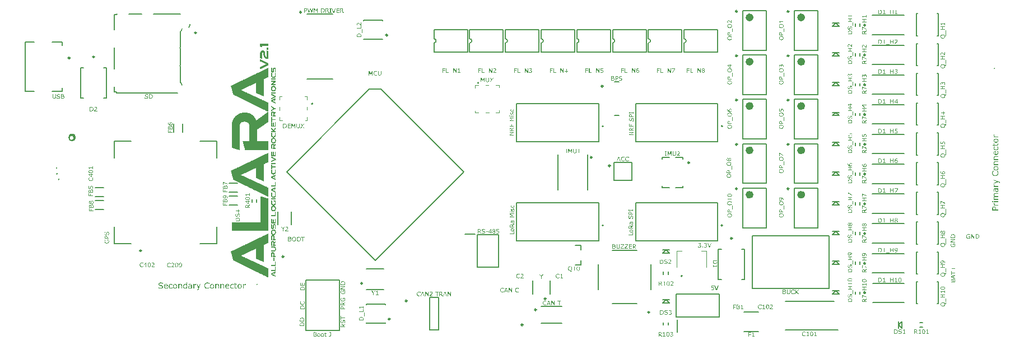
<source format=gbr>
%TF.GenerationSoftware,Altium Limited,Altium Designer,22.4.2 (48)*%
G04 Layer_Color=16777215*
%FSLAX45Y45*%
%MOMM*%
%TF.SameCoordinates,3A7B4B19-9BDF-4AC5-8A71-DEF6C9DA19E2*%
%TF.FilePolarity,Positive*%
%TF.FileFunction,Legend,Top*%
%TF.Part,Single*%
G01*
G75*
%TA.AperFunction,NonConductor*%
%ADD127C,0.25000*%
%ADD128C,0.20000*%
%ADD129C,0.10000*%
%ADD130C,0.60000*%
%ADD131C,0.15240*%
%ADD132C,0.12700*%
G36*
X5553406Y5414444D02*
X5455123D01*
Y5394787D01*
X5451549D01*
Y5396574D01*
X5446188D01*
Y5398361D01*
X5440827D01*
Y5400148D01*
X5433679D01*
Y5401935D01*
X5428319D01*
X5428318Y5444822D01*
X5553406D01*
Y5414444D01*
D02*
G37*
G36*
Y5357261D02*
X5526602D01*
Y5366196D01*
Y5367982D01*
Y5385852D01*
X5553406Y5385852D01*
Y5357261D01*
D02*
G37*
G36*
X5531963Y5342965D02*
X5539110D01*
Y5341178D01*
X5544471D01*
Y5339391D01*
X5549832D01*
Y5337604D01*
X5553406D01*
Y5216090D01*
X5524815D01*
Y5217877D01*
X5519454D01*
Y5219664D01*
X5515880D01*
Y5221451D01*
X5512306D01*
Y5223238D01*
X5508732D01*
Y5225025D01*
X5506945D01*
Y5226812D01*
X5503371Y5226812D01*
Y5228599D01*
X5501584Y5228599D01*
Y5230386D01*
X5499797D01*
Y5232173D01*
X5496223D01*
Y5233960D01*
X5494436D01*
Y5235747D01*
X5492649D01*
Y5239321D01*
X5490862D01*
Y5241108D01*
X5489075D01*
Y5242895D01*
X5487288D01*
Y5246469D01*
X5485501D01*
Y5250043D01*
X5483714Y5250042D01*
Y5253616D01*
X5481927Y5253616D01*
Y5258977D01*
X5480140D01*
Y5267912D01*
X5478354D01*
Y5282208D01*
Y5283995D01*
Y5307225D01*
X5476566D01*
Y5309012D01*
X5474779D01*
Y5310799D01*
X5472993D01*
Y5312586D01*
X5469419D01*
Y5314373D01*
X5464058D01*
Y5312586D01*
X5460484D01*
Y5310799D01*
X5458697D01*
Y5309012D01*
X5456910D01*
Y5305438D01*
X5455123Y5305439D01*
Y5219664D01*
X5449762D01*
Y5221451D01*
X5444401D01*
Y5223238D01*
X5437253D01*
Y5225025D01*
X5431892Y5225025D01*
Y5226812D01*
X5428318Y5226812D01*
Y5309012D01*
X5430105D01*
Y5317947D01*
X5431892D01*
Y5321521D01*
X5433679D01*
Y5325095D01*
X5435466D01*
Y5328669D01*
X5437253D01*
Y5330456D01*
X5439040Y5330456D01*
Y5334030D01*
X5440827Y5334030D01*
Y5335817D01*
X5444401Y5335817D01*
Y5337604D01*
X5446188D01*
Y5339391D01*
X5447975D01*
Y5341178D01*
X5451549D01*
Y5342965D01*
X5456910D01*
X5456910Y5344752D01*
X5478354D01*
Y5342965D01*
X5481927D01*
Y5341178D01*
X5485501D01*
Y5339391D01*
X5489075D01*
Y5337604D01*
X5490862D01*
Y5335817D01*
X5492649D01*
Y5334030D01*
X5494436D01*
Y5332243D01*
X5496223Y5332243D01*
X5496223Y5328669D01*
X5498010D01*
X5498010Y5326882D01*
X5499797D01*
Y5323308D01*
X5501584D01*
Y5317947D01*
X5503371D01*
X5503371Y5310799D01*
X5505158D01*
Y5266125D01*
X5506945D01*
Y5260764D01*
X5508732D01*
Y5258977D01*
X5510519D01*
Y5255404D01*
X5512306D01*
Y5253616D01*
X5515880D01*
Y5251829D01*
X5517667Y5251829D01*
Y5250042D01*
X5521241Y5250043D01*
Y5248255D01*
X5524815D01*
Y5246469D01*
X5526602D01*
Y5344752D01*
X5531963D01*
X5531963Y5342965D01*
D02*
G37*
G36*
X5430105Y5210729D02*
X5433679D01*
Y5208942D01*
X5437253D01*
X5437253Y5207155D01*
X5440827D01*
Y5205368D01*
X5444401D01*
Y5203581D01*
X5447975D01*
Y5201795D01*
X5451549D01*
Y5200007D01*
X5455123Y5200008D01*
Y5198220D01*
X5458697D01*
Y5196434D01*
X5462271Y5196434D01*
Y5194646D01*
X5465845D01*
X5465845Y5192860D01*
X5469418D01*
X5469419Y5191073D01*
X5472993D01*
X5472993Y5189286D01*
X5476566D01*
Y5187499D01*
X5480140D01*
Y5185712D01*
X5483714D01*
Y5183925D01*
X5487288D01*
Y5182138D01*
X5490862D01*
Y5180351D01*
X5494436D01*
X5494436Y5178564D01*
X5498010D01*
X5498010Y5176777D01*
X5501584D01*
Y5174990D01*
X5505158D01*
Y5173203D01*
X5508732D01*
Y5171416D01*
X5512306D01*
Y5169629D01*
X5515880D01*
Y5167842D01*
X5519454D01*
Y5166055D01*
X5523028D01*
Y5164268D01*
X5526602D01*
X5526601Y5162481D01*
X5530176D01*
Y5160694D01*
X5533749D01*
Y5158907D01*
X5539110D01*
Y5157120D01*
X5542684D01*
Y5155333D01*
X5546258D01*
Y5153546D01*
X5548045D01*
Y5151759D01*
X5549832D01*
Y5144612D01*
X5551619D01*
Y5137464D01*
X5553406D01*
Y5132103D01*
X5555193D01*
Y5124955D01*
X5556980D01*
Y5123168D01*
X5555193D01*
Y5121381D01*
X5549832D01*
Y5119594D01*
X5546258Y5119594D01*
Y5117807D01*
X5542684D01*
Y5116020D01*
X5539110Y5116020D01*
Y5114233D01*
X5535537D01*
Y5112446D01*
X5531963D01*
Y5110659D01*
X5528388D01*
Y5108872D01*
X5524815D01*
X5524814Y5107085D01*
X5521241D01*
Y5105298D01*
X5517666D01*
X5517667Y5103511D01*
X5514093D01*
Y5101724D01*
X5510519D01*
Y5099937D01*
X5505158D01*
Y5098150D01*
X5501584D01*
Y5096363D01*
X5498010D01*
Y5094577D01*
X5494436D01*
Y5092789D01*
X5490862D01*
Y5091003D01*
X5487288D01*
Y5089215D01*
X5483714D01*
Y5087428D01*
X5480140Y5087428D01*
Y5085642D01*
X5476567D01*
X5476566Y5083854D01*
X5472993D01*
Y5082068D01*
X5469419D01*
Y5080281D01*
X5465845D01*
X5465845Y5078494D01*
X5460484D01*
Y5076707D01*
X5456910D01*
Y5074920D01*
X5453336Y5074920D01*
X5453336Y5073133D01*
X5449762D01*
Y5071346D01*
X5446188D01*
Y5069559D01*
X5442614D01*
Y5067772D01*
X5439040D01*
Y5065985D01*
X5435466Y5065985D01*
Y5064198D01*
X5431892D01*
Y5062411D01*
X5428318D01*
Y5092789D01*
X5430105D01*
Y5094576D01*
X5433679D01*
Y5096363D01*
X5437253D01*
Y5098150D01*
X5440827D01*
Y5099937D01*
X5444401D01*
Y5101724D01*
X5447975D01*
Y5103511D01*
X5453336D01*
X5453336Y5105298D01*
X5456910D01*
X5456910Y5107085D01*
X5460484D01*
Y5108872D01*
X5464058D01*
Y5110659D01*
X5467632D01*
Y5112446D01*
X5471206D01*
X5471206Y5114233D01*
X5474780D01*
X5474779Y5116020D01*
X5478354D01*
Y5117807D01*
X5483714Y5117807D01*
Y5119594D01*
X5487288D01*
Y5121381D01*
X5490862D01*
Y5123168D01*
X5494436D01*
X5494436Y5124955D01*
X5498010D01*
X5498010Y5126742D01*
X5501584D01*
Y5128529D01*
X5505158D01*
Y5130316D01*
X5508732D01*
Y5132103D01*
X5512306D01*
Y5133889D01*
X5517667Y5133890D01*
X5517666Y5135677D01*
X5521241D01*
Y5139251D01*
X5517667D01*
Y5141037D01*
X5512306D01*
Y5142824D01*
X5508732D01*
Y5144612D01*
X5505158Y5144611D01*
Y5146398D01*
X5501584D01*
Y5148185D01*
X5498010Y5148185D01*
Y5149972D01*
X5494436D01*
X5494436Y5151759D01*
X5489075D01*
Y5153546D01*
X5485501D01*
Y5155333D01*
X5481927D01*
Y5157120D01*
X5478354D01*
Y5158907D01*
X5474779D01*
Y5160694D01*
X5471206D01*
X5471206Y5162481D01*
X5467632D01*
X5467631Y5164268D01*
X5462271D01*
Y5166055D01*
X5458697D01*
Y5167842D01*
X5455123D01*
Y5169629D01*
X5451549D01*
Y5171416D01*
X5447975D01*
Y5173203D01*
X5444401D01*
Y5174990D01*
X5439040D01*
Y5176777D01*
X5435466D01*
Y5178564D01*
X5431892D01*
Y5180351D01*
X5428318D01*
X5428319Y5212516D01*
X5430105D01*
Y5210729D01*
D02*
G37*
G36*
X5555193Y4942684D02*
X5551619D01*
Y4940897D01*
X5546258Y4940897D01*
Y4939110D01*
X5542684D01*
Y4937323D01*
X5539110D01*
Y4935536D01*
X5535537D01*
Y4933749D01*
X5531963Y4933749D01*
Y4931962D01*
X5528388D01*
Y4930175D01*
X5524815D01*
Y4928388D01*
X5521241D01*
Y4926602D01*
X5517667D01*
Y4924814D01*
X5512306Y4924814D01*
Y4923027D01*
X5508732Y4923027D01*
Y4921241D01*
X5505158D01*
X5505158Y4919453D01*
X5501584D01*
Y4917667D01*
X5498010D01*
Y4915880D01*
X5494436D01*
X5494436Y4914093D01*
X5490862D01*
Y4912306D01*
X5487288Y4912306D01*
Y4910519D01*
X5481927D01*
Y4653195D01*
X5476566D01*
X5476567Y4654982D01*
X5472993D01*
X5472993Y4656769D01*
X5467632D01*
Y4658556D01*
X5464058D01*
Y4660343D01*
X5458697D01*
Y4662130D01*
X5455123D01*
Y4663917D01*
X5451549Y4663917D01*
Y4665704D01*
X5446188D01*
X5446188Y4667491D01*
X5442614D01*
Y4669278D01*
X5439040D01*
Y4671065D01*
X5433679Y4671065D01*
Y4672852D01*
X5430105D01*
Y4674639D01*
X5426531D01*
Y4676426D01*
X5421171D01*
Y4678213D01*
X5417596D01*
Y4680000D01*
X5414023D01*
Y4681787D01*
X5408662D01*
X5408662Y4683574D01*
X5405088D01*
Y4685361D01*
X5401514D01*
Y4687148D01*
X5396153D01*
Y4688935D01*
X5392579D01*
Y4690722D01*
X5389005D01*
Y4692509D01*
X5383644D01*
Y4694296D01*
X5380070Y4694295D01*
Y4696083D01*
X5376496D01*
Y4697870D01*
X5371135D01*
X5371136Y4699657D01*
X5367562D01*
X5367562Y4855123D01*
X5365775Y4855123D01*
Y4853336D01*
X5362201Y4853336D01*
Y4851549D01*
X5358627D01*
Y4849762D01*
X5355053D01*
Y4847975D01*
X5351479D01*
Y4846188D01*
X5347905D01*
Y4844401D01*
X5342544D01*
Y4842614D01*
X5338970D01*
Y4840827D01*
X5335396D01*
Y4839040D01*
X5331822D01*
Y4837253D01*
X5328248D01*
Y4835466D01*
X5324674D01*
Y4833679D01*
X5321100Y4833679D01*
Y4831892D01*
X5317526Y4831892D01*
X5317526Y4830105D01*
X5312165D01*
Y4828318D01*
X5308592D01*
Y4826531D01*
X5305018Y4826531D01*
Y4824744D01*
X5301444D01*
Y4822957D01*
X5297870D01*
Y4821170D01*
X5294296D01*
X5294296Y4819383D01*
X5290722D01*
X5290722Y4817596D01*
X5287148D01*
X5287148Y4815810D01*
X5281787D01*
Y4814022D01*
X5278213D01*
Y4812235D01*
X5274639D01*
Y4810449D01*
X5271065D01*
Y4808661D01*
X5267491D01*
Y4806875D01*
X5263918D01*
X5263917Y4805088D01*
X5260344D01*
X5260344Y4803301D01*
X5254983Y4803301D01*
Y4801513D01*
X5251409Y4801514D01*
Y4799727D01*
X5247835Y4799726D01*
Y4797940D01*
X5244261D01*
Y4796153D01*
X5240687D01*
Y4794366D01*
X5237113D01*
Y4792579D01*
X5233539D01*
Y4790792D01*
X5229965D01*
X5229965Y4789005D01*
X5224604D01*
X5224604Y4787218D01*
X5221030D01*
Y4785431D01*
X5217456D01*
Y4783644D01*
X5213882D01*
Y4781857D01*
X5210308D01*
Y4780070D01*
X5206734D01*
Y4778283D01*
X5203161D01*
Y4776496D01*
X5199587D01*
Y4774710D01*
X5194226Y4774709D01*
Y4772922D01*
X5190652D01*
Y4771135D01*
X5187078D01*
X5187078Y4769348D01*
X5183504D01*
Y4767561D01*
X5179930D01*
Y4765774D01*
X5176356D01*
Y4763987D01*
X5172782D01*
Y4762201D01*
X5169208D01*
Y4760414D01*
X5163847Y4760413D01*
Y4758626D01*
X5160273D01*
Y4756840D01*
X5156700D01*
X5156699Y4755052D01*
X5153125D01*
Y4753266D01*
X5149552D01*
Y4751479D01*
X5145978D01*
Y4749692D01*
X5142403D01*
Y4747905D01*
X5138830D01*
Y4746118D01*
X5142403D01*
Y4744331D01*
X5145978D01*
Y4742544D01*
X5149552D01*
X5149551Y4740757D01*
X5153125D01*
X5153125Y4738970D01*
X5156700D01*
X5156699Y4737183D01*
X5160273D01*
Y4735396D01*
X5165634D01*
Y4733609D01*
X5169208D01*
Y4731822D01*
X5172782D01*
Y4730035D01*
X5176356D01*
Y4728248D01*
X5179930D01*
X5179930Y4726461D01*
X5183504D01*
Y4724674D01*
X5188865D01*
Y4722887D01*
X5192439Y4722887D01*
Y4721100D01*
X5196013Y4721100D01*
Y4719313D01*
X5199587D01*
Y4717526D01*
X5203161D01*
Y4715739D01*
X5206734D01*
Y4713952D01*
X5212095D01*
X5212095Y4712165D01*
X5215669D01*
X5215670Y4710378D01*
X5219243D01*
Y4708591D01*
X5222817D01*
Y4706804D01*
X5226391D01*
Y4705018D01*
X5229965D01*
Y4703231D01*
X5235326Y4703230D01*
X5235326Y4701443D01*
X5238900D01*
Y4699657D01*
X5242474D01*
Y4697870D01*
X5246048D01*
Y4696082D01*
X5249622Y4696083D01*
Y4694296D01*
X5253195D01*
Y4692509D01*
X5256770D01*
Y4690722D01*
X5262130D01*
Y4688935D01*
X5265704D01*
Y4687148D01*
X5269278D01*
Y4685361D01*
X5272852D01*
X5272853Y4683574D01*
X5276426Y4683574D01*
Y4681787D01*
X5280000D01*
Y4680000D01*
X5285361D01*
X5285361Y4678213D01*
X5288935D01*
Y4676426D01*
X5292509D01*
Y4674639D01*
X5296083D01*
Y4672852D01*
X5299657D01*
Y4671065D01*
X5303231Y4671065D01*
Y4669278D01*
X5308592D01*
Y4667491D01*
X5312165D01*
Y4665704D01*
X5315739D01*
X5315739Y4663917D01*
X5319313Y4663917D01*
Y4662130D01*
X5322887D01*
Y4660343D01*
X5326461D01*
Y4658556D01*
X5330035D01*
Y4656769D01*
X5335396D01*
X5335396Y4654982D01*
X5338970D01*
X5338970Y4653195D01*
X5342544D01*
Y4651409D01*
X5346118D01*
Y4649621D01*
X5349692D01*
Y4647834D01*
X5353266D01*
Y4646048D01*
X5358627D01*
Y4644260D01*
X5362201D01*
Y4642474D01*
X5365775Y4642474D01*
Y4640687D01*
X5369348D01*
Y4638900D01*
X5372922D01*
Y4637113D01*
X5376496D01*
Y4635326D01*
X5381857Y4635326D01*
Y4633539D01*
X5385431D01*
Y4631752D01*
X5389005D01*
Y4629965D01*
X5392579D01*
Y4628178D01*
X5396153D01*
X5396153Y4626391D01*
X5399727D01*
X5399727Y4624604D01*
X5405088D01*
Y4622817D01*
X5408662Y4622817D01*
Y4621030D01*
X5412236D01*
Y4619243D01*
X5415810D01*
Y4617456D01*
X5419384D01*
Y4615669D01*
X5422957D01*
Y4613882D01*
X5426531D01*
Y4612095D01*
X5431892D01*
Y4610308D01*
X5435466D01*
Y4608521D01*
X5439040D01*
X5439040Y4606734D01*
X5442614D01*
Y4604947D01*
X5446188D01*
Y4603160D01*
X5449762D01*
Y4601373D01*
X5455123D01*
Y4599586D01*
X5458697D01*
Y4597800D01*
X5462271Y4597799D01*
Y4596012D01*
X5465845Y4596013D01*
Y4594226D01*
X5469419D01*
Y4592439D01*
X5472993Y4592439D01*
Y4590651D01*
X5478354D01*
Y4588865D01*
X5481927D01*
Y4587078D01*
X5485501D01*
Y4585291D01*
X5489075D01*
Y4583504D01*
X5492649D01*
Y4581717D01*
X5496223D01*
Y4579930D01*
X5499797D01*
X5499797Y4578143D01*
X5505158D01*
X5505158Y4576356D01*
X5508732D01*
Y4574569D01*
X5512306D01*
Y4572782D01*
X5515880D01*
Y4570995D01*
X5519454D01*
Y4569208D01*
X5523028D01*
Y4567421D01*
X5528388D01*
X5528388Y4565634D01*
X5531963Y4565634D01*
Y4563847D01*
X5535537D01*
Y4562060D01*
X5539110D01*
Y4560273D01*
X5542684D01*
Y4558486D01*
X5546258D01*
Y4556699D01*
X5551619D01*
Y4554912D01*
X5555193D01*
Y4267210D01*
X5553406D01*
Y4265424D01*
X5551619D01*
Y4263637D01*
X5549832D01*
Y4261849D01*
X5546258D01*
X5546258Y4260063D01*
X5544471D01*
X5544471Y4258276D01*
X5540897D01*
Y4256489D01*
X5539110D01*
Y4254702D01*
X5535537D01*
Y4252915D01*
X5533749D01*
Y4251128D01*
X5530176D01*
Y4249341D01*
X5528388D01*
X5528388Y4247554D01*
X5526602D01*
Y4245767D01*
X5523028D01*
Y4243980D01*
X5521241D01*
Y4242193D01*
X5517667D01*
Y4240406D01*
X5515880Y4240406D01*
Y4238619D01*
X5512306D01*
Y4236832D01*
X5510519D01*
Y4235045D01*
X5506945D01*
Y4233258D01*
X5505158D01*
X5505158Y4231471D01*
X5501584D01*
X5501584Y4229684D01*
X5499797D01*
Y4227897D01*
X5498010D01*
Y4226110D01*
X5494436D01*
Y4224323D01*
X5492649D01*
Y4222536D01*
X5489075D01*
Y4220749D01*
X5487288D01*
Y4218963D01*
X5483714D01*
Y4217175D01*
X5481927D01*
Y4215388D01*
X5478354D01*
Y4213601D01*
X5476566D01*
X5476567Y4211815D01*
X5472993D01*
X5472993Y4210027D01*
X5471206D01*
Y4208241D01*
X5469419D01*
Y4206454D01*
X5465845D01*
X5465845Y4204666D01*
X5464058D01*
Y4202880D01*
X5460484D01*
Y4201093D01*
X5458697D01*
Y4199306D01*
X5455123D01*
Y4197519D01*
X5453336D01*
Y4195732D01*
X5449762D01*
Y4193945D01*
X5447975D01*
Y4192158D01*
X5446188D01*
Y4190371D01*
X5442614D01*
Y4188584D01*
X5440827D01*
Y4186797D01*
X5437253D01*
Y4185010D01*
X5435466Y4185010D01*
Y4183223D01*
X5431892D01*
Y4181436D01*
X5430105D01*
Y4179649D01*
X5426531D01*
Y4177862D01*
X5424745D01*
Y4176075D01*
X5421171D01*
X5421170Y4174288D01*
X5419384D01*
X5419383Y4172501D01*
X5417596D01*
Y4170714D01*
X5414023D01*
Y4168927D01*
X5412236D01*
Y4167140D01*
X5408662D01*
Y4165353D01*
X5406875Y4165353D01*
Y4163566D01*
X5403301D01*
Y4161779D01*
X5401514D01*
Y4159992D01*
X5397940D01*
Y4158206D01*
X5396153D01*
X5396153Y4156418D01*
X5394366D01*
X5394366Y4154632D01*
X5390792D01*
X5390792Y4152845D01*
X5389005D01*
Y4151057D01*
X5385431D01*
Y4149271D01*
X5383644D01*
Y4147484D01*
X5380070D01*
Y3970574D01*
X5555193Y3970574D01*
Y3838338D01*
X5199587Y3838338D01*
Y3841912D01*
X5197800D01*
Y3849060D01*
X5196013Y3849060D01*
Y3854421D01*
X5194226D01*
Y3861569D01*
X5192439D01*
Y3868717D01*
X5190652D01*
Y3875864D01*
X5188865Y3875865D01*
Y3881225D01*
X5187078D01*
Y3888373D01*
X5185291D01*
Y3895521D01*
X5183504D01*
Y3900882D01*
X5181717Y3900882D01*
Y3908030D01*
X5179930D01*
X5179930Y3915178D01*
X5178143D01*
Y3920539D01*
X5176356D01*
Y3927687D01*
X5174569D01*
Y3934834D01*
X5172782D01*
Y3941982D01*
X5170995Y3941982D01*
Y3947343D01*
X5169208D01*
Y3954491D01*
X5167421Y3954491D01*
Y3961639D01*
X5165634D01*
Y3967000D01*
X5163847D01*
Y3968787D01*
X5165634D01*
Y3970574D01*
X5262131D01*
X5262130Y4217176D01*
X5260344Y4217175D01*
Y4224323D01*
X5258556D01*
Y4229684D01*
X5256769D01*
Y4233258D01*
X5254983D01*
Y4236832D01*
X5253195D01*
Y4238619D01*
X5251409D01*
Y4242193D01*
X5249622D01*
Y4243980D01*
X5247835D01*
Y4245766D01*
X5246048Y4245767D01*
Y4247554D01*
X5244261Y4247554D01*
Y4249341D01*
X5242474Y4249341D01*
Y4251128D01*
X5238900D01*
Y4252915D01*
X5237113D01*
Y4254702D01*
X5233539D01*
Y4256489D01*
X5229965D01*
Y4258276D01*
X5226391D01*
X5226391Y4260063D01*
X5222817D01*
Y4261849D01*
X5217456D01*
Y4263637D01*
X5210308D01*
Y4265424D01*
X5201374D01*
Y4267210D01*
X5176356D01*
Y4265424D01*
X5167421D01*
Y4263637D01*
X5160273D01*
Y4261849D01*
X5154913D01*
X5154912Y4260063D01*
X5151338D01*
X5151338Y4258276D01*
X5147764D01*
Y4256489D01*
X5144191D01*
Y4254702D01*
X5142403D01*
Y4252915D01*
X5140617D01*
Y4251128D01*
X5137043D01*
Y4249341D01*
X5135256Y4249341D01*
Y4247554D01*
X5133469D01*
Y4245767D01*
X5131682D01*
Y4242193D01*
X5129895D01*
X5129895Y4240406D01*
X5128108D01*
X5128108Y4238619D01*
X5126321D01*
Y4235045D01*
X5124534D01*
Y4231471D01*
X5122747D01*
X5122747Y4227897D01*
X5120960D01*
Y4220749D01*
X5119173Y4220749D01*
Y3838338D01*
X5113812D01*
Y3840125D01*
X5106664D01*
Y3841912D01*
X5101303D01*
Y3843699D01*
X5095943D01*
Y3845486D01*
X5088794D01*
Y3847273D01*
X5083434D01*
Y3849060D01*
X5078073Y3849060D01*
Y3850847D01*
X5070925Y3850847D01*
Y3852634D01*
X5065564D01*
Y3854421D01*
X5060203Y3854421D01*
Y3856208D01*
X5053055D01*
X5053055Y3857995D01*
X5047694D01*
X5047694Y3859782D01*
X5042333D01*
Y3861569D01*
X5036973D01*
Y3863356D01*
X5029825D01*
Y3865143D01*
X5024464D01*
X5024464Y3866930D01*
X5019103D01*
X5019102Y3868717D01*
X5011955D01*
Y3870504D01*
X5006594D01*
Y3872291D01*
X5001233D01*
Y3874078D01*
X4999446D01*
Y4215388D01*
X5001233D01*
Y4238619D01*
X5003020D01*
Y4251128D01*
X5004807Y4251128D01*
Y4260063D01*
X5006594D01*
X5006594Y4267210D01*
X5008381D01*
Y4274358D01*
X5010168D01*
Y4279719D01*
X5011955D01*
Y4285080D01*
X5013742D01*
X5013742Y4288654D01*
X5015529D01*
Y4294015D01*
X5017316D01*
Y4297589D01*
X5019103D01*
Y4301163D01*
X5020890D01*
X5020890Y4304737D01*
X5022677D01*
Y4308311D01*
X5024464D01*
X5024464Y4311885D01*
X5026251D01*
Y4313672D01*
X5028038D01*
Y4317246D01*
X5029825D01*
Y4320819D01*
X5031612D01*
Y4322607D01*
X5033399Y4322607D01*
Y4326181D01*
X5035186Y4326180D01*
Y4327967D01*
X5036973Y4327967D01*
Y4329754D01*
X5038760D01*
Y4333328D01*
X5040546D01*
Y4335115D01*
X5042333D01*
Y4336902D01*
X5044120D01*
X5044120Y4338689D01*
X5045907D01*
X5045907Y4340476D01*
X5047694D01*
Y4342263D01*
X5049481D01*
X5049482Y4345837D01*
X5051268D01*
X5051269Y4347624D01*
X5053055D01*
X5053055Y4349411D01*
X5054842D01*
Y4351198D01*
X5056629D01*
Y4352985D01*
X5060203D01*
Y4354772D01*
X5061990Y4354772D01*
Y4356559D01*
X5063777Y4356559D01*
Y4358346D01*
X5065564D01*
Y4360133D01*
X5067351D01*
Y4361920D01*
X5069138D01*
Y4363707D01*
X5072712D01*
X5072712Y4365494D01*
X5074499D01*
X5074499Y4367281D01*
X5076286D01*
X5076286Y4369067D01*
X5079860D01*
Y4370855D01*
X5081647D01*
Y4372641D01*
X5083434D01*
Y4374428D01*
X5087008D01*
Y4376216D01*
X5090582D01*
Y4378002D01*
X5092369Y4378002D01*
Y4379789D01*
X5095943Y4379789D01*
Y4381576D01*
X5099516D01*
Y4383363D01*
X5101303D01*
Y4385150D01*
X5104877D01*
X5104877Y4386937D01*
X5108451D01*
Y4388724D01*
X5113812D01*
Y4390511D01*
X5117386D01*
Y4392298D01*
X5120960D01*
Y4394085D01*
X5126321D01*
X5126321Y4395872D01*
X5131682D01*
Y4397659D01*
X5137043Y4397659D01*
Y4399446D01*
X5144191D01*
Y4401233D01*
X5151338D01*
Y4403020D01*
X5160273D01*
Y4404807D01*
X5174569D01*
Y4406594D01*
X5217456D01*
Y4404807D01*
X5229965D01*
Y4403020D01*
X5240687D01*
Y4401233D01*
X5247835D01*
Y4399446D01*
X5254983D01*
X5254982Y4397659D01*
X5260344D01*
X5260344Y4395872D01*
X5263917D01*
X5263918Y4394085D01*
X5269278D01*
Y4392298D01*
X5272852D01*
Y4390511D01*
X5278213D01*
Y4388724D01*
X5281787D01*
Y4386937D01*
X5285361D01*
X5285361Y4385150D01*
X5287148D01*
X5287148Y4383363D01*
X5290722D01*
X5290722Y4381576D01*
X5294296D01*
X5294296Y4379789D01*
X5296083Y4379789D01*
Y4378002D01*
X5299657D01*
Y4376216D01*
X5301444D01*
Y4374428D01*
X5305018D01*
Y4372641D01*
X5306805D01*
Y4370855D01*
X5308592D01*
Y4369067D01*
X5312165D01*
Y4367281D01*
X5313953D01*
X5313952Y4365494D01*
X5315739D01*
X5315739Y4363707D01*
X5317526D01*
Y4361920D01*
X5319313D01*
Y4360133D01*
X5322887D01*
Y4358346D01*
X5324674D01*
Y4356559D01*
X5326461D01*
Y4354772D01*
X5328248D01*
Y4352985D01*
X5330035D01*
Y4349411D01*
X5331822D01*
Y4347624D01*
X5333609Y4347624D01*
Y4345837D01*
X5335396Y4345837D01*
Y4344050D01*
X5337183D01*
Y4342263D01*
X5338970D01*
Y4340476D01*
X5340757D01*
Y4336902D01*
X5342544D01*
Y4335115D01*
X5344331D01*
Y4333328D01*
X5346118D01*
Y4329754D01*
X5347905D01*
Y4327967D01*
X5349692Y4327967D01*
Y4324393D01*
X5351479Y4324394D01*
Y4320819D01*
X5353266Y4320819D01*
Y4319033D01*
X5355053D01*
Y4315458D01*
X5356840D01*
Y4311885D01*
X5358627D01*
Y4308311D01*
X5360414D01*
Y4304737D01*
X5362200D01*
X5362201Y4301163D01*
X5363987D01*
Y4295802D01*
X5365775D01*
X5365775Y4292228D01*
X5367562D01*
Y4286867D01*
X5372922D01*
Y4288654D01*
X5374709D01*
Y4290441D01*
X5376496D01*
Y4292228D01*
X5380070D01*
Y4294015D01*
X5381857D01*
Y4295802D01*
X5383644D01*
Y4297589D01*
X5387218D01*
Y4299376D01*
X5389005D01*
Y4301163D01*
X5390792D01*
Y4302950D01*
X5394366D01*
Y4304737D01*
X5396153D01*
X5396153Y4306524D01*
X5397940D01*
X5397940Y4308311D01*
X5401514D01*
Y4310098D01*
X5403301D01*
Y4311885D01*
X5406875D01*
Y4313672D01*
X5408662D01*
Y4315458D01*
X5410449D01*
Y4317245D01*
X5414023Y4317246D01*
Y4319033D01*
X5415810D01*
Y4320819D01*
X5417596D01*
Y4322607D01*
X5421171D01*
X5421170Y4324393D01*
X5422957D01*
X5422957Y4326180D01*
X5424745Y4326181D01*
Y4327967D01*
X5428318D01*
Y4329754D01*
X5430105D01*
Y4331541D01*
X5431892D01*
Y4333328D01*
X5435466D01*
Y4335115D01*
X5437253D01*
X5437253Y4336902D01*
X5440827D01*
X5440827Y4338689D01*
X5442614D01*
Y4340476D01*
X5444401D01*
Y4342263D01*
X5447975D01*
Y4344050D01*
X5449762D01*
Y4345837D01*
X5451549D01*
Y4347624D01*
X5455123Y4347624D01*
Y4349411D01*
X5456910Y4349411D01*
Y4351198D01*
X5458697Y4351198D01*
Y4352985D01*
X5462271Y4352985D01*
Y4354772D01*
X5464058D01*
Y4356559D01*
X5465845D01*
Y4358346D01*
X5469419D01*
Y4360133D01*
X5471206D01*
Y4361920D01*
X5472993D01*
Y4363707D01*
X5476566D01*
X5476567Y4365494D01*
X5478354D01*
Y4367281D01*
X5481927D01*
Y4369067D01*
X5483714D01*
Y4370855D01*
X5485501D01*
Y4372641D01*
X5489075D01*
Y4374428D01*
X5490862D01*
Y4376216D01*
X5492649D01*
Y4378002D01*
X5496223D01*
Y4379789D01*
X5498010Y4379789D01*
Y4381576D01*
X5499797D01*
X5499797Y4383363D01*
X5503371D01*
X5503371Y4385150D01*
X5505158D01*
X5505158Y4386937D01*
X5506945D01*
Y4388724D01*
X5510519D01*
Y4390511D01*
X5512306D01*
Y4392298D01*
X5515880D01*
Y4394085D01*
X5517667Y4394085D01*
Y4395872D01*
X5519454D01*
Y4397659D01*
X5523028D01*
Y4399446D01*
X5524815D01*
Y4401233D01*
X5526602D01*
Y4403020D01*
X5530176D01*
Y4404807D01*
X5531963Y4404807D01*
Y4406594D01*
X5533749D01*
Y4408381D01*
X5537323D01*
Y4410168D01*
X5539110D01*
Y4411955D01*
X5540897D01*
Y4413742D01*
X5544471D01*
X5544471Y4415529D01*
X5546258D01*
Y4417316D01*
X5548045D01*
Y4419103D01*
X5544471D01*
Y4420890D01*
X5540897D01*
Y4422677D01*
X5537323D01*
Y4424464D01*
X5533749D01*
Y4426250D01*
X5530176Y4426250D01*
X5530176Y4428038D01*
X5526602Y4428038D01*
Y4429825D01*
X5523028Y4429825D01*
Y4431611D01*
X5519454D01*
Y4433398D01*
X5515880D01*
Y4435185D01*
X5512306D01*
Y4436972D01*
X5508732D01*
Y4438759D01*
X5505158D01*
Y4440546D01*
X5501584D01*
X5501584Y4442333D01*
X5498010D01*
X5498010Y4444120D01*
X5494436D01*
X5494436Y4445907D01*
X5490862D01*
Y4447694D01*
X5487288D01*
Y4449481D01*
X5483714D01*
Y4451268D01*
X5478354Y4451268D01*
Y4453055D01*
X5474779D01*
X5474780Y4454842D01*
X5471206D01*
X5471206Y4456629D01*
X5467632Y4456629D01*
Y4458416D01*
X5464058Y4458416D01*
Y4460203D01*
X5460484D01*
Y4461990D01*
X5456910D01*
Y4463777D01*
X5453336D01*
Y4465564D01*
X5449762D01*
Y4467351D01*
X5446188D01*
Y4469138D01*
X5442614D01*
Y4470925D01*
X5439040D01*
X5439040Y4472712D01*
X5435466D01*
Y4474499D01*
X5431892D01*
Y4476286D01*
X5428318D01*
Y4478073D01*
X5424745D01*
Y4479859D01*
X5421171D01*
X5421170Y4481647D01*
X5417596D01*
Y4483434D01*
X5414023D01*
Y4485220D01*
X5410449D01*
Y4487008D01*
X5406875D01*
Y4488795D01*
X5403301Y4488794D01*
Y4490581D01*
X5399727D01*
X5399727Y4492368D01*
X5396153D01*
Y4494155D01*
X5392579D01*
Y4495942D01*
X5389005D01*
Y4497729D01*
X5385431D01*
Y4499516D01*
X5381857Y4499516D01*
Y4501303D01*
X5378283D01*
Y4503090D01*
X5374709Y4503090D01*
Y4504877D01*
X5371135D01*
Y4506664D01*
X5367562D01*
Y4508451D01*
X5363987D01*
Y4510238D01*
X5360414D01*
Y4512025D01*
X5356840Y4512025D01*
Y4513812D01*
X5353266D01*
Y4515599D01*
X5349692D01*
Y4517386D01*
X5344331D01*
Y4519173D01*
X5340757D01*
X5340757Y4520960D01*
X5337183D01*
Y4522747D01*
X5333609D01*
Y4524534D01*
X5330035D01*
Y4526321D01*
X5326461D01*
Y4528108D01*
X5322887Y4528108D01*
Y4529895D01*
X5319313D01*
Y4531681D01*
X5315739Y4531682D01*
Y4533469D01*
X5312165D01*
Y4535256D01*
X5308592D01*
Y4537042D01*
X5305018Y4537043D01*
Y4538829D01*
X5301444D01*
Y4540617D01*
X5297870D01*
Y4542403D01*
X5294296D01*
Y4544190D01*
X5290722D01*
Y4545977D01*
X5287148D01*
X5287148Y4547764D01*
X5283574D01*
X5283574Y4549551D01*
X5280000D01*
Y4551338D01*
X5276426D01*
Y4553125D01*
X5272852D01*
Y4554912D01*
X5269278D01*
Y4556699D01*
X5265704D01*
Y4558486D01*
X5262131D01*
X5262130Y4560273D01*
X5258556Y4560273D01*
Y4562060D01*
X5254983D01*
Y4563847D01*
X5251409D01*
Y4565634D01*
X5247835D01*
Y4567421D01*
X5244261D01*
Y4569208D01*
X5240687D01*
Y4570995D01*
X5237113D01*
Y4572782D01*
X5233539D01*
X5233539Y4574569D01*
X5229965D01*
X5229965Y4576356D01*
X5226391D01*
X5226391Y4578143D01*
X5222817D01*
Y4579930D01*
X5219243D01*
Y4581717D01*
X5215669D01*
Y4583504D01*
X5212095D01*
Y4585291D01*
X5206734D01*
Y4587078D01*
X5203161D01*
Y4588865D01*
X5199587Y4588864D01*
Y4590651D01*
X5196013D01*
Y4592439D01*
X5192439D01*
Y4594226D01*
X5188865D01*
X5188865Y4596012D01*
X5185291D01*
X5185291Y4597799D01*
X5181717D01*
X5181717Y4599586D01*
X5178143D01*
Y4601373D01*
X5174569D01*
Y4603160D01*
X5170995D01*
Y4604947D01*
X5167421D01*
Y4606734D01*
X5163847D01*
Y4608521D01*
X5160273D01*
Y4610308D01*
X5156699D01*
Y4612095D01*
X5153125D01*
Y4613882D01*
X5149552D01*
Y4615669D01*
X5145978D01*
Y4617456D01*
X5142403D01*
Y4619243D01*
X5138830D01*
Y4621030D01*
X5135256D01*
Y4622817D01*
X5131682D01*
Y4624604D01*
X5128108D01*
X5128108Y4626391D01*
X5124534D01*
Y4628178D01*
X5120960D01*
Y4629965D01*
X5117386D01*
Y4631752D01*
X5113812D01*
Y4633539D01*
X5110238D01*
Y4635326D01*
X5106664Y4635326D01*
X5106664Y4637113D01*
X5103090D01*
X5103090Y4638900D01*
X5099516Y4638900D01*
Y4640687D01*
X5095943D01*
Y4642474D01*
X5092369D01*
Y4644261D01*
X5088794Y4644260D01*
Y4646048D01*
X5085221D01*
Y4647834D01*
X5081647D01*
Y4649621D01*
X5078073D01*
X5078073Y4651409D01*
X5074499D01*
X5074499Y4653195D01*
X5069138D01*
Y4654982D01*
X5065564D01*
Y4656769D01*
X5061990D01*
Y4658556D01*
X5058416D01*
Y4660343D01*
X5054842D01*
Y4662130D01*
X5051268D01*
X5051269Y4663917D01*
X5047694D01*
X5047694Y4665704D01*
X5044120Y4665704D01*
Y4667491D01*
X5040546D01*
Y4669278D01*
X5036973D01*
Y4671065D01*
X5033399D01*
Y4672852D01*
X5029825Y4672852D01*
Y4674639D01*
X5026251D01*
Y4676426D01*
X5022677D01*
Y4678213D01*
X5020890D01*
X5020890Y4685361D01*
X5019102D01*
X5019103Y4690722D01*
X5017316D01*
Y4697870D01*
X5015529Y4697870D01*
Y4705018D01*
X5013742D01*
Y4712165D01*
X5011955D01*
Y4717526D01*
X5010168D01*
Y4724674D01*
X5008381D01*
Y4731822D01*
X5006594D01*
Y4737183D01*
X5004807D01*
Y4744330D01*
X5003020Y4744331D01*
Y4751479D01*
X5001233D01*
Y4758626D01*
X4999446D01*
X4999446Y4763987D01*
X4997659D01*
Y4771135D01*
X4995872D01*
Y4778283D01*
X4994085D01*
Y4785431D01*
X4992298D01*
Y4790792D01*
X4990511D01*
Y4797940D01*
X4988724D01*
Y4805088D01*
X4986937Y4805088D01*
Y4812235D01*
X4992298D01*
Y4814022D01*
X4995872D01*
Y4815810D01*
X4999446D01*
X4999446Y4817596D01*
X5003020D01*
X5003020Y4819383D01*
X5006594D01*
Y4821170D01*
X5010168D01*
Y4822957D01*
X5013742D01*
Y4824744D01*
X5017316D01*
Y4826531D01*
X5020890D01*
X5020890Y4828318D01*
X5024464D01*
Y4830105D01*
X5028038Y4830105D01*
Y4831892D01*
X5031612Y4831892D01*
Y4833679D01*
X5036973Y4833679D01*
Y4835466D01*
X5040546D01*
Y4837253D01*
X5044120D01*
X5044120Y4839040D01*
X5047694D01*
Y4840827D01*
X5051268D01*
Y4842614D01*
X5054842D01*
Y4844401D01*
X5058416D01*
Y4846188D01*
X5061990Y4846188D01*
Y4847975D01*
X5065564D01*
Y4849761D01*
X5069138Y4849762D01*
Y4851549D01*
X5072712D01*
Y4853336D01*
X5076286D01*
Y4855123D01*
X5081647D01*
Y4856910D01*
X5085221D01*
Y4858697D01*
X5088794D01*
Y4860484D01*
X5092369D01*
Y4862271D01*
X5095943D01*
Y4864058D01*
X5099516D01*
Y4865844D01*
X5103090D01*
X5103090Y4867632D01*
X5106664D01*
Y4869419D01*
X5110238D01*
Y4871205D01*
X5113812D01*
Y4872992D01*
X5117386D01*
Y4874779D01*
X5120960Y4874779D01*
Y4876566D01*
X5126321D01*
X5126321Y4878353D01*
X5129895D01*
Y4880140D01*
X5133469D01*
Y4881927D01*
X5137043Y4881927D01*
Y4883714D01*
X5140617D01*
Y4885501D01*
X5144191D01*
Y4887288D01*
X5147764D01*
Y4889075D01*
X5151338D01*
Y4890862D01*
X5154912D01*
Y4892649D01*
X5158486D01*
X5158487Y4894436D01*
X5162060D01*
Y4896223D01*
X5165634D01*
Y4898010D01*
X5170995D01*
Y4899797D01*
X5174569D01*
Y4901584D01*
X5178143D01*
Y4903371D01*
X5181717D01*
X5181717Y4905158D01*
X5185291D01*
Y4906944D01*
X5188865D01*
Y4908732D01*
X5192439Y4908732D01*
Y4910519D01*
X5196013Y4910519D01*
Y4912306D01*
X5199587D01*
Y4914093D01*
X5203161Y4914093D01*
Y4915880D01*
X5206734D01*
Y4917667D01*
X5212095D01*
Y4919453D01*
X5215669D01*
X5215670Y4921241D01*
X5219243D01*
Y4923027D01*
X5222817D01*
Y4924814D01*
X5226391D01*
Y4926602D01*
X5229965D01*
Y4928388D01*
X5233539D01*
Y4930175D01*
X5237113D01*
Y4931962D01*
X5240687D01*
Y4933749D01*
X5244261D01*
Y4935536D01*
X5247835D01*
Y4937323D01*
X5251409D01*
Y4939110D01*
X5256770D01*
X5256769Y4940897D01*
X5260344D01*
X5260344Y4942684D01*
X5263918D01*
X5263917Y4944471D01*
X5267491D01*
Y4946258D01*
X5271065D01*
Y4948045D01*
X5274639D01*
Y4949832D01*
X5278213Y4949832D01*
Y4951619D01*
X5281787D01*
Y4953406D01*
X5285361D01*
X5285361Y4955193D01*
X5288935D01*
X5288935Y4956980D01*
X5292509D01*
Y4958767D01*
X5296083Y4958767D01*
Y4960554D01*
X5301444D01*
Y4962341D01*
X5305018D01*
Y4964128D01*
X5308592D01*
Y4965915D01*
X5312165D01*
Y4967702D01*
X5315739D01*
X5315739Y4969489D01*
X5319313D01*
X5319314Y4971276D01*
X5322888D01*
X5322887Y4973062D01*
X5326461D01*
Y4974850D01*
X5330035D01*
Y4976636D01*
X5333609D01*
Y4978423D01*
X5337183D01*
Y4980211D01*
X5340757D01*
X5340757Y4981997D01*
X5346118D01*
Y4983784D01*
X5349692Y4983784D01*
Y4985572D01*
X5353266D01*
Y4987358D01*
X5356840D01*
Y4989145D01*
X5360414D01*
Y4990932D01*
X5363987D01*
Y4992719D01*
X5367562D01*
Y4994506D01*
X5371135D01*
Y4996293D01*
X5374709D01*
Y4998080D01*
X5378283D01*
X5378284Y4999867D01*
X5381857Y4999867D01*
Y5001654D01*
X5385431D01*
Y5003441D01*
X5390792D01*
Y5005228D01*
X5394366D01*
Y5007015D01*
X5397940D01*
Y5008802D01*
X5401514D01*
Y5010589D01*
X5405088D01*
Y5012376D01*
X5408662Y5012376D01*
Y5014163D01*
X5412236Y5014163D01*
Y5015950D01*
X5415810D01*
Y5017737D01*
X5419384D01*
X5419383Y5019524D01*
X5422957D01*
X5422957Y5021311D01*
X5426531D01*
Y5023098D01*
X5430105D01*
Y5024885D01*
X5435466D01*
Y5026672D01*
X5439040D01*
X5439040Y5028459D01*
X5442614D01*
Y5030245D01*
X5446188D01*
Y5032033D01*
X5449762D01*
Y5033819D01*
X5453336D01*
Y5035606D01*
X5456910D01*
Y5037393D01*
X5460484D01*
Y5039180D01*
X5464058D01*
Y5040967D01*
X5467632Y5040967D01*
Y5042754D01*
X5471206Y5042754D01*
X5471206Y5044541D01*
X5474780D01*
X5474779Y5046328D01*
X5480140D01*
Y5048115D01*
X5483714Y5048115D01*
Y5049902D01*
X5487288D01*
Y5051689D01*
X5490862D01*
Y5053476D01*
X5494436D01*
X5494436Y5055263D01*
X5498010D01*
X5498010Y5057050D01*
X5501584D01*
X5501584Y5058837D01*
X5505158D01*
X5505158Y5060624D01*
X5508732D01*
Y5062411D01*
X5512306D01*
Y5064198D01*
X5515880D01*
Y5065985D01*
X5521241D01*
Y5067772D01*
X5524815D01*
Y5069559D01*
X5528388D01*
Y5071346D01*
X5531963D01*
Y5073133D01*
X5535537D01*
Y5074920D01*
X5539110D01*
Y5076707D01*
X5542684D01*
X5542684Y5078494D01*
X5546258D01*
Y5080281D01*
X5549832D01*
Y5082068D01*
X5553406D01*
Y5083854D01*
X5555193D01*
Y4942684D01*
D02*
G37*
G36*
X5649902Y5087428D02*
Y5085642D01*
X5655263D01*
Y5083854D01*
X5657050D01*
Y5082068D01*
X5658837D01*
Y5080281D01*
X5660624D01*
Y5078494D01*
X5662411D01*
Y5074920D01*
X5664198D01*
Y5069559D01*
X5665985D01*
Y5010589D01*
X5664198Y5010589D01*
Y5012376D01*
X5658837D01*
Y5014163D01*
X5653476D01*
Y5015950D01*
X5651689Y5015950D01*
Y5062411D01*
X5649902D01*
Y5067772D01*
X5648115D01*
Y5069559D01*
X5640968D01*
Y5067772D01*
X5639180D01*
Y5065985D01*
X5637394Y5065985D01*
Y5028459D01*
X5635607D01*
X5635607Y5023098D01*
X5633820D01*
X5633819Y5019524D01*
X5632033D01*
X5632032Y5017737D01*
X5630246D01*
X5630246Y5015950D01*
X5628459D01*
Y5014163D01*
X5624885D01*
Y5012376D01*
X5619524Y5012376D01*
Y5010589D01*
X5612376D01*
Y5012376D01*
X5607015Y5012376D01*
X5607015Y5014163D01*
X5603441D01*
X5603441Y5015950D01*
X5601654D01*
X5601654Y5017737D01*
X5599867D01*
X5599867Y5019524D01*
X5598080D01*
Y5023098D01*
X5596293D01*
Y5026672D01*
X5594506D01*
Y5085642D01*
X5598080D01*
Y5083854D01*
X5603441D01*
Y5082068D01*
X5608802D01*
Y5033819D01*
X5610589D01*
X5610589Y5030245D01*
X5614163D01*
Y5028459D01*
X5615950D01*
X5617737Y5028458D01*
Y5030245D01*
X5619524Y5030245D01*
Y5032033D01*
X5621311D01*
Y5035606D01*
X5623098D01*
Y5073133D01*
X5624885D01*
Y5076707D01*
X5626672D01*
Y5078494D01*
X5628459D01*
Y5082068D01*
X5632033D01*
Y5083854D01*
X5633820D01*
X5633819Y5085642D01*
X5637394D01*
X5637394Y5087428D01*
X5649902Y5087428D01*
D02*
G37*
G36*
X5653476Y5005228D02*
X5658837D01*
Y5003441D01*
X5664198D01*
Y5001654D01*
X5665985D01*
X5665985Y4953406D01*
X5664198Y4953406D01*
Y4948045D01*
X5662411D01*
Y4944471D01*
X5660624D01*
Y4942684D01*
X5658837D01*
X5658837Y4940897D01*
X5657050D01*
Y4939110D01*
X5655263D01*
Y4937323D01*
X5651689D01*
Y4935536D01*
X5649902Y4935536D01*
Y4933749D01*
X5644541Y4933749D01*
Y4931962D01*
X5639180D01*
Y4930175D01*
X5619524D01*
Y4931962D01*
X5614163D01*
Y4933749D01*
X5608802D01*
Y4935536D01*
X5607015Y4935536D01*
Y4937323D01*
X5603441Y4937323D01*
Y4939110D01*
X5601654D01*
X5601654Y4940897D01*
X5599867D01*
X5599867Y4944471D01*
X5598080D01*
Y4946258D01*
X5596293D01*
Y4949832D01*
X5594506D01*
Y4958767D01*
Y4960554D01*
Y5007015D01*
X5596293D01*
Y5005228D01*
X5601654D01*
Y5003441D01*
X5607015D01*
Y5001654D01*
X5608802D01*
X5608802Y4958767D01*
X5610589Y4958767D01*
X5610589Y4955193D01*
X5612376D01*
Y4953406D01*
X5614163D01*
Y4951619D01*
X5617737D01*
Y4949832D01*
X5623098Y4949832D01*
Y4948045D01*
X5637394D01*
Y4949832D01*
X5642755D01*
Y4951619D01*
X5646328D01*
Y4953406D01*
X5648115Y4953406D01*
Y4956980D01*
X5649902D01*
Y4962341D01*
X5651689D01*
Y5007015D01*
X5653476D01*
Y5005228D01*
D02*
G37*
G36*
X5665985Y4903371D02*
X5594506D01*
Y4919453D01*
X5665985D01*
Y4903371D01*
D02*
G37*
G36*
Y4871205D02*
X5664198D01*
Y4869419D01*
X5660624D01*
Y4867632D01*
X5658837D01*
Y4865844D01*
X5657050D01*
Y4864058D01*
X5655263D01*
Y4862271D01*
X5651689D01*
X5651689Y4860484D01*
X5649902D01*
Y4858697D01*
X5648115D01*
Y4856910D01*
X5644541D01*
Y4855123D01*
X5642755D01*
Y4853336D01*
X5640968D01*
Y4851549D01*
X5639180D01*
Y4849762D01*
X5635607D01*
X5635607Y4847975D01*
X5633819D01*
X5633820Y4846188D01*
X5632032D01*
X5632033Y4844401D01*
X5630246D01*
X5630246Y4842614D01*
X5626672D01*
Y4840827D01*
X5624885D01*
Y4839040D01*
X5623098D01*
Y4837253D01*
X5621311Y4837253D01*
Y4835466D01*
X5619524Y4835466D01*
Y4833679D01*
X5665985Y4833679D01*
X5665985Y4817596D01*
X5596293D01*
Y4822957D01*
X5594506D01*
Y4828318D01*
X5592719Y4828318D01*
Y4835466D01*
X5594506D01*
Y4837253D01*
X5596293D01*
Y4839040D01*
X5598080D01*
Y4840827D01*
X5601654D01*
Y4842614D01*
X5603441D01*
X5603441Y4844401D01*
X5605228D01*
X5605228Y4846188D01*
X5607015D01*
X5607015Y4847975D01*
X5610589D01*
X5610589Y4849762D01*
X5612376D01*
Y4851549D01*
X5614163D01*
Y4853336D01*
X5615950D01*
Y4855123D01*
X5619524Y4855123D01*
Y4856910D01*
X5621311D01*
Y4858697D01*
X5623098D01*
Y4860484D01*
X5626672D01*
Y4862271D01*
X5628459D01*
Y4864058D01*
X5630246D01*
X5630246Y4865844D01*
X5632033D01*
Y4867632D01*
X5635607D01*
Y4869419D01*
X5637394D01*
Y4871205D01*
X5639180D01*
Y4872992D01*
X5594506D01*
Y4889075D01*
X5665985D01*
Y4871205D01*
D02*
G37*
G36*
X5637394Y4808661D02*
X5644541D01*
Y4806875D01*
X5648115D01*
Y4805088D01*
X5651689D01*
Y4803301D01*
X5653476D01*
Y4801514D01*
X5655263D01*
Y4799727D01*
X5657050D01*
Y4797940D01*
X5658837D01*
X5658837Y4796153D01*
X5660624D01*
Y4792579D01*
X5662411D01*
Y4789005D01*
X5664198D01*
Y4783644D01*
X5665985D01*
Y4774710D01*
X5667772Y4774709D01*
X5667772Y4758626D01*
X5665985D01*
Y4749692D01*
X5664198D01*
Y4746118D01*
X5662411D01*
Y4742544D01*
X5660624D01*
Y4738970D01*
X5658837D01*
Y4737183D01*
X5657050D01*
Y4735396D01*
X5655263D01*
Y4733609D01*
X5653476D01*
Y4731822D01*
X5651689D01*
Y4730035D01*
X5648115D01*
Y4728248D01*
X5644541D01*
Y4726461D01*
X5639180D01*
Y4724674D01*
X5619524Y4724674D01*
Y4726461D01*
X5614163Y4726461D01*
Y4728248D01*
X5610589D01*
X5610589Y4730035D01*
X5608802D01*
X5608802Y4731822D01*
X5605228D01*
X5605228Y4733609D01*
X5603441D01*
Y4735396D01*
X5601654D01*
Y4737183D01*
X5599867D01*
Y4740757D01*
X5598080D01*
Y4744331D01*
X5596293D01*
Y4747905D01*
X5594506D01*
Y4755052D01*
X5592719D01*
Y4780070D01*
X5594506D01*
Y4787218D01*
X5596293D01*
Y4790792D01*
X5598080D01*
Y4794366D01*
X5599867D01*
Y4796153D01*
X5601654D01*
Y4797940D01*
X5603441Y4797940D01*
Y4801514D01*
X5607015Y4801513D01*
X5607015Y4803301D01*
X5608802D01*
X5608802Y4805088D01*
X5612376D01*
Y4806875D01*
X5615950D01*
Y4808661D01*
X5623098D01*
Y4810449D01*
X5637394D01*
Y4808661D01*
D02*
G37*
G36*
X5665985Y4697870D02*
X5594506D01*
Y4713952D01*
X5665985D01*
Y4697870D01*
D02*
G37*
G36*
X5596293Y4688935D02*
X5599867D01*
Y4687148D01*
X5603441D01*
X5603441Y4685361D01*
X5608802D01*
X5608802Y4683574D01*
X5612376D01*
Y4681787D01*
X5615950D01*
Y4680000D01*
X5619524D01*
X5619524Y4678213D01*
X5623098D01*
Y4676426D01*
X5626672D01*
Y4674639D01*
X5630246D01*
X5630246Y4672852D01*
X5633819D01*
X5633820Y4671065D01*
X5637394Y4671065D01*
Y4669278D01*
X5640968D01*
Y4667491D01*
X5644541D01*
Y4665704D01*
X5648115D01*
Y4663917D01*
X5651689D01*
Y4662130D01*
X5655263D01*
Y4660343D01*
X5658837D01*
Y4658556D01*
X5662411D01*
Y4656769D01*
X5664198D01*
Y4649621D01*
X5665985D01*
Y4642474D01*
X5667772Y4642474D01*
Y4638900D01*
X5662411D01*
Y4637113D01*
X5658837D01*
X5658837Y4635326D01*
X5655263D01*
Y4633539D01*
X5651689Y4633539D01*
Y4631752D01*
X5648115D01*
Y4629965D01*
X5644541D01*
Y4628178D01*
X5640968D01*
Y4626391D01*
X5637394D01*
X5637394Y4624604D01*
X5633819D01*
X5633820Y4622817D01*
X5630246D01*
Y4621030D01*
X5626672D01*
Y4619243D01*
X5623098D01*
Y4617456D01*
X5617737Y4617456D01*
Y4615669D01*
X5614163Y4615669D01*
Y4613882D01*
X5610589D01*
Y4612095D01*
X5607015D01*
Y4610308D01*
X5603441D01*
Y4608521D01*
X5599867D01*
X5599867Y4606734D01*
X5596293D01*
Y4604947D01*
X5594506D01*
Y4622817D01*
X5596293D01*
Y4624604D01*
X5599867D01*
X5599867Y4626391D01*
X5603441D01*
Y4628178D01*
X5607015D01*
Y4629965D01*
X5610589D01*
Y4631752D01*
X5615950D01*
Y4633539D01*
X5619524D01*
Y4635326D01*
X5623098D01*
Y4637113D01*
X5626672D01*
Y4638900D01*
X5630246Y4638900D01*
Y4640687D01*
X5633820D01*
Y4642474D01*
X5637394Y4642474D01*
Y4644261D01*
X5640968Y4644260D01*
Y4646048D01*
X5644541D01*
Y4647834D01*
X5646328D01*
Y4649621D01*
X5642755D01*
Y4651409D01*
X5639181D01*
X5639180Y4653195D01*
X5635607D01*
X5635607Y4654982D01*
X5632033D01*
Y4656769D01*
X5628459D01*
Y4658556D01*
X5624885D01*
Y4660343D01*
X5621311D01*
Y4662130D01*
X5615950D01*
Y4663917D01*
X5612376D01*
Y4665704D01*
X5608802D01*
X5608802Y4667491D01*
X5605228D01*
Y4669278D01*
X5601654D01*
Y4671065D01*
X5598080Y4671065D01*
Y4672852D01*
X5594506D01*
Y4690722D01*
X5596293D01*
Y4688935D01*
D02*
G37*
G36*
X5665985Y4606734D02*
X5662411D01*
Y4604947D01*
X5658837D01*
X5658837Y4603160D01*
X5655263D01*
Y4570995D01*
X5651689D01*
Y4572782D01*
X5648115D01*
Y4574569D01*
X5642755D01*
Y4596012D01*
X5639180D01*
Y4594226D01*
X5635607D01*
Y4592439D01*
X5632032D01*
Y4590651D01*
X5628459D01*
Y4588865D01*
X5624885D01*
Y4587078D01*
X5619524Y4587077D01*
Y4585291D01*
X5615950D01*
Y4583504D01*
X5612376D01*
Y4581717D01*
X5614163D01*
Y4579930D01*
X5617737Y4579929D01*
Y4578143D01*
X5621311D01*
X5621311Y4576356D01*
X5626672D01*
Y4574569D01*
X5630246D01*
Y4572782D01*
X5633820D01*
Y4570995D01*
X5637394D01*
Y4569208D01*
X5640968D01*
Y4567421D01*
X5644541D01*
Y4565634D01*
X5648115D01*
Y4563847D01*
X5653476Y4563847D01*
Y4562060D01*
X5657050D01*
Y4560273D01*
X5660624D01*
Y4558486D01*
X5664198D01*
Y4556699D01*
X5665985D01*
Y4538829D01*
X5664198D01*
Y4540617D01*
X5660624D01*
Y4542403D01*
X5657050D01*
Y4544190D01*
X5653476D01*
Y4545977D01*
X5649902D01*
X5649902Y4547764D01*
X5646328D01*
Y4549551D01*
X5642755D01*
Y4551338D01*
X5639180D01*
Y4553125D01*
X5635607D01*
Y4554912D01*
X5632033D01*
Y4556699D01*
X5628459D01*
Y4558486D01*
X5624885D01*
Y4560273D01*
X5621311D01*
Y4562060D01*
X5617737D01*
Y4563847D01*
X5614163Y4563847D01*
Y4565634D01*
X5610589Y4565634D01*
Y4567421D01*
X5607015D01*
Y4569208D01*
X5603441D01*
Y4570995D01*
X5599867D01*
Y4572782D01*
X5596293D01*
Y4578143D01*
X5594506D01*
Y4585291D01*
X5592719D01*
Y4590651D01*
X5594506Y4590651D01*
Y4592439D01*
X5598080D01*
Y4594226D01*
X5601654D01*
X5601654Y4596012D01*
X5605228D01*
X5605228Y4597799D01*
X5608802D01*
X5608802Y4599586D01*
X5614163D01*
Y4601373D01*
X5617737D01*
Y4603160D01*
X5621311D01*
Y4604947D01*
X5624885D01*
Y4606734D01*
X5628459D01*
Y4608521D01*
X5632032D01*
X5632033Y4610308D01*
X5635607D01*
Y4612095D01*
X5639180D01*
Y4613882D01*
X5642755D01*
Y4615669D01*
X5646328D01*
Y4617456D01*
X5649902Y4617456D01*
Y4619243D01*
X5653476D01*
Y4621030D01*
X5658837D01*
X5658837Y4622817D01*
X5662411D01*
Y4624604D01*
X5665985Y4624604D01*
X5665985Y4606734D01*
D02*
G37*
G36*
X5596293Y4506664D02*
X5599867D01*
Y4504877D01*
X5601654D01*
X5601654Y4503090D01*
X5605228D01*
X5605228Y4501303D01*
X5607015D01*
X5607015Y4499516D01*
X5608802D01*
Y4497729D01*
X5612376D01*
Y4495942D01*
X5614163D01*
Y4494155D01*
X5615950D01*
Y4492368D01*
X5619524D01*
Y4490582D01*
X5621311Y4490581D01*
Y4488795D01*
X5623098Y4488794D01*
Y4487008D01*
X5626672Y4487008D01*
Y4485220D01*
X5628459D01*
Y4483434D01*
X5630246Y4483433D01*
Y4481647D01*
X5633820D01*
Y4479859D01*
X5635607D01*
Y4478073D01*
X5637394D01*
Y4476286D01*
X5640968D01*
Y4474499D01*
X5665985D01*
X5665985Y4458416D01*
X5640968Y4458416D01*
Y4456629D01*
X5639180Y4456629D01*
Y4454842D01*
X5635607D01*
Y4453055D01*
X5633819Y4453055D01*
X5633820Y4451268D01*
X5632032D01*
X5632033Y4449481D01*
X5628459D01*
Y4447694D01*
X5626672D01*
Y4445907D01*
X5623098D01*
Y4444120D01*
X5621311Y4444120D01*
Y4442333D01*
X5619524Y4442334D01*
Y4440546D01*
X5615950D01*
Y4438759D01*
X5614163D01*
Y4436972D01*
X5612376D01*
Y4435185D01*
X5608802D01*
Y4433398D01*
X5607015Y4433399D01*
Y4431611D01*
X5605228D01*
Y4429825D01*
X5601654D01*
Y4428038D01*
X5599867Y4428038D01*
X5599867Y4426250D01*
X5598080D01*
Y4424464D01*
X5594506D01*
Y4444120D01*
X5598080D01*
Y4445907D01*
X5599867D01*
Y4447694D01*
X5601654D01*
Y4449481D01*
X5605228D01*
X5605228Y4451268D01*
X5607015D01*
X5607015Y4453055D01*
X5610589D01*
X5610589Y4454842D01*
X5612376D01*
Y4456629D01*
X5615950D01*
Y4458416D01*
X5617737Y4458416D01*
Y4460203D01*
X5619524Y4460203D01*
Y4461990D01*
X5623098D01*
Y4463777D01*
X5624885D01*
Y4465564D01*
X5626672D01*
Y4467351D01*
X5624885D01*
Y4469138D01*
X5623097D01*
X5623098Y4470925D01*
X5619524D01*
Y4472711D01*
X5617737Y4472712D01*
Y4474498D01*
X5614163Y4474499D01*
Y4476286D01*
X5612376D01*
Y4478073D01*
X5610589D01*
Y4479859D01*
X5607015D01*
Y4481646D01*
X5605228D01*
Y4483434D01*
X5601654D01*
Y4485220D01*
X5599867Y4485220D01*
Y4487008D01*
X5596293D01*
Y4488794D01*
X5594506D01*
Y4508451D01*
X5596293D01*
Y4506664D01*
D02*
G37*
G36*
X5665985Y4422676D02*
Y4403020D01*
X5664198D01*
Y4401233D01*
X5662411D01*
Y4399446D01*
X5658837D01*
X5658837Y4397659D01*
X5657050D01*
Y4395872D01*
X5653476D01*
Y4394085D01*
X5651689D01*
Y4392298D01*
X5648115D01*
Y4390511D01*
X5646328D01*
Y4388724D01*
X5644541D01*
Y4386937D01*
X5642755D01*
Y4365494D01*
X5644541D01*
Y4363707D01*
X5665985D01*
Y4347624D01*
X5619524Y4347624D01*
Y4351198D01*
X5617737Y4351198D01*
Y4358346D01*
X5615950D01*
Y4363707D01*
X5626672D01*
Y4365494D01*
X5628459D01*
Y4397659D01*
X5626672D01*
Y4401233D01*
X5623098D01*
Y4403020D01*
X5612376D01*
Y4401233D01*
X5610589D01*
X5610589Y4397659D01*
X5608802D01*
Y4363707D01*
Y4361920D01*
X5608802Y4347624D01*
X5605228D01*
X5605228Y4349411D01*
X5599867D01*
Y4351198D01*
X5594506Y4351198D01*
Y4404807D01*
X5596293D01*
Y4408381D01*
X5598080D01*
Y4411955D01*
X5599867D01*
X5599867Y4413742D01*
X5601654D01*
X5601654Y4415529D01*
X5603441D01*
Y4417316D01*
X5607015D01*
Y4419103D01*
X5610589D01*
Y4420890D01*
X5628459D01*
Y4419103D01*
X5632033D01*
Y4417316D01*
X5633820D01*
Y4415529D01*
X5635607D01*
X5635607Y4413742D01*
X5637394D01*
X5637394Y4411955D01*
X5639180D01*
Y4410168D01*
X5640968D01*
Y4406594D01*
X5644541D01*
Y4408381D01*
X5646328D01*
Y4410168D01*
X5649902D01*
Y4411955D01*
X5651689Y4411955D01*
Y4413742D01*
X5653476Y4413742D01*
Y4415529D01*
X5657050D01*
Y4417316D01*
X5658837D01*
Y4419103D01*
X5660624D01*
Y4420890D01*
X5664198D01*
Y4422677D01*
X5665985Y4422676D01*
D02*
G37*
G36*
X5596293Y4338689D02*
X5601654D01*
X5601654Y4336902D01*
X5607015D01*
X5607015Y4335115D01*
X5608802D01*
X5608802Y4315458D01*
Y4313672D01*
X5608802Y4308311D01*
X5665985D01*
X5665985Y4292228D01*
X5610589D01*
X5610589Y4290441D01*
X5608802D01*
X5608802Y4265424D01*
X5594506D01*
Y4340476D01*
X5596293D01*
Y4338689D01*
D02*
G37*
G36*
X5653476Y4258276D02*
X5658837D01*
X5658837Y4256489D01*
X5665985D01*
Y4190371D01*
X5594506D01*
Y4260063D01*
X5596293D01*
Y4258276D01*
X5601654D01*
X5601654Y4256489D01*
X5608802D01*
Y4208241D01*
X5610589D01*
Y4206454D01*
X5621311D01*
Y4208241D01*
X5623098D01*
Y4251128D01*
X5637394D01*
Y4208241D01*
X5639180D01*
Y4206454D01*
X5649902D01*
Y4208241D01*
X5651689D01*
X5651689Y4260063D01*
X5653476D01*
Y4258276D01*
D02*
G37*
G36*
X5665985Y4156418D02*
X5664198D01*
Y4154632D01*
X5662411D01*
Y4152845D01*
X5660624D01*
Y4151057D01*
X5658837D01*
Y4149271D01*
X5657050D01*
Y4147484D01*
X5655263D01*
Y4145697D01*
X5653476D01*
Y4143910D01*
X5651689D01*
Y4142123D01*
X5649902Y4142123D01*
Y4140336D01*
X5648115Y4140335D01*
Y4138549D01*
X5646328D01*
Y4136762D01*
X5644541D01*
Y4134975D01*
X5642755D01*
Y4133188D01*
X5640968D01*
Y4129614D01*
X5639180D01*
X5639181Y4127827D01*
X5665985D01*
X5665985Y4111745D01*
X5596293Y4111744D01*
Y4117105D01*
X5594506D01*
Y4122466D01*
X5592719D01*
Y4127827D01*
X5619524D01*
Y4131401D01*
X5617737D01*
Y4133188D01*
X5615950D01*
Y4134975D01*
X5614163D01*
Y4136762D01*
X5612376D01*
Y4138549D01*
X5610589Y4138548D01*
Y4142123D01*
X5608802D01*
X5608802Y4143910D01*
X5607015D01*
X5607015Y4145697D01*
X5605228D01*
Y4147484D01*
X5603441D01*
Y4149271D01*
X5601654D01*
Y4151057D01*
X5599867D01*
Y4152845D01*
X5598080D01*
Y4154632D01*
X5596293D01*
Y4156418D01*
X5594506D01*
Y4179649D01*
X5596293D01*
Y4177862D01*
X5598080D01*
Y4176075D01*
X5599867D01*
Y4174288D01*
X5601654D01*
X5601654Y4172501D01*
X5603441D01*
X5603441Y4170714D01*
X5605228D01*
X5605228Y4168927D01*
X5607015D01*
Y4165353D01*
X5608802Y4165353D01*
Y4163566D01*
X5610589D01*
Y4161779D01*
X5612376D01*
Y4159992D01*
X5614163D01*
Y4158206D01*
X5615950D01*
Y4156418D01*
X5617737D01*
Y4154631D01*
X5619524Y4154632D01*
Y4152844D01*
X5621311Y4152845D01*
Y4151057D01*
X5623098D01*
Y4149271D01*
X5624885D01*
Y4145697D01*
X5626672D01*
Y4143910D01*
X5630246D01*
X5630246Y4145697D01*
X5632033D01*
Y4147484D01*
X5633820D01*
Y4149271D01*
X5635607D01*
Y4151057D01*
X5637394D01*
X5637394Y4152845D01*
X5639180D01*
X5639181Y4154632D01*
X5640968D01*
Y4156418D01*
X5642755D01*
Y4158206D01*
X5644541D01*
Y4161779D01*
X5646328D01*
Y4163566D01*
X5648115D01*
Y4165353D01*
X5649902Y4165353D01*
Y4167140D01*
X5651689Y4167140D01*
Y4168927D01*
X5653476D01*
Y4170714D01*
X5655263D01*
Y4172501D01*
X5657050D01*
Y4174288D01*
X5658837D01*
X5658837Y4176075D01*
X5660624D01*
Y4177862D01*
X5662411D01*
Y4181436D01*
X5664198D01*
Y4183223D01*
X5665985D01*
Y4156418D01*
D02*
G37*
G36*
X2600862Y4084517D02*
X2604448Y4084517D01*
X2606241Y4084517D01*
X2608035D01*
Y4082724D01*
X2611621D01*
X2611621Y4080931D01*
X2617000D01*
Y4079138D01*
X2618793D01*
Y4077345D01*
X2620586D01*
Y4075552D01*
X2622379D01*
Y4073758D01*
X2624173D01*
Y4071965D01*
X2627759D01*
Y4070172D01*
X2629552D01*
Y4066586D01*
X2631345D01*
Y4063000D01*
X2633138D01*
Y4059414D01*
X2634931D01*
Y4054034D01*
X2636724D01*
Y4048655D01*
X2638517D01*
Y4043275D01*
X2640310Y4043276D01*
Y4018172D01*
X2638517D01*
Y4014586D01*
X2636724D01*
X2636724Y4007414D01*
X2634931D01*
X2634931Y4003827D01*
X2633138D01*
X2633138Y4000241D01*
X2631345D01*
Y3996655D01*
X2629552D01*
Y3994862D01*
X2627759D01*
Y3993069D01*
X2625966D01*
Y3991276D01*
X2624173D01*
Y3989483D01*
X2622379D01*
Y3987690D01*
X2620586Y3987690D01*
Y3985897D01*
X2618793D01*
Y3984103D01*
X2615207D01*
Y3982310D01*
X2613414D01*
Y3980517D01*
X2609828D01*
Y3978724D01*
X2604448D01*
Y3976931D01*
X2588310Y3976931D01*
Y3975138D01*
X2568586D01*
Y3976931D01*
X2563207D01*
Y3978724D01*
X2557828D01*
Y3980517D01*
X2556035D01*
Y3982310D01*
X2550656D01*
X2550655Y3984103D01*
X2548862D01*
Y3985897D01*
X2547069Y3985897D01*
Y3987690D01*
X2545276D01*
Y3991276D01*
X2543483D01*
Y3993069D01*
X2541690D01*
Y3994862D01*
X2539897D01*
Y3998448D01*
X2538104D01*
X2538103Y4000241D01*
X2536311D01*
X2536310Y4003827D01*
X2534518D01*
X2534517Y4012793D01*
X2532724D01*
Y4027138D01*
X2530931Y4027137D01*
Y4028931D01*
X2532724Y4028931D01*
Y4045069D01*
X2534517D01*
Y4059414D01*
X2536310D01*
Y4061207D01*
X2538103Y4061207D01*
Y4066586D01*
X2539897D01*
Y4068379D01*
X2543483D01*
Y4070172D01*
X2545276D01*
Y4071965D01*
X2547069Y4071966D01*
Y4073758D01*
X2548862D01*
X2548862Y4075552D01*
X2550655D01*
Y4077345D01*
X2552448D01*
Y4079138D01*
X2556035D01*
Y4080931D01*
X2559621D01*
Y4082724D01*
X2565000D01*
Y4084517D01*
X2572172Y4084517D01*
Y4086310D01*
X2600862D01*
Y4084517D01*
D02*
G37*
G36*
X5653476Y4102809D02*
X5658837D01*
Y4101023D01*
X5664198D01*
Y4099235D01*
X5665985D01*
Y4050987D01*
X5664198D01*
Y4045626D01*
X5662411D01*
Y4042053D01*
X5660624D01*
Y4040265D01*
X5658837D01*
X5658837Y4038479D01*
X5657050D01*
Y4036692D01*
X5655263D01*
Y4034905D01*
X5651689Y4034904D01*
Y4033118D01*
X5649902Y4033117D01*
Y4031331D01*
X5644541D01*
Y4029544D01*
X5639180D01*
Y4027757D01*
X5619524D01*
Y4029544D01*
X5614163Y4029544D01*
Y4031331D01*
X5608802Y4031331D01*
Y4033118D01*
X5607015Y4033117D01*
Y4034905D01*
X5603441Y4034904D01*
X5603441Y4036692D01*
X5601654D01*
X5601654Y4038479D01*
X5599867D01*
Y4042053D01*
X5598080D01*
Y4043840D01*
X5596293D01*
Y4047414D01*
X5594506D01*
Y4104596D01*
X5596293D01*
Y4102809D01*
X5601654D01*
Y4101023D01*
X5607015D01*
X5607015Y4099235D01*
X5608802D01*
Y4056348D01*
X5610589D01*
Y4052774D01*
X5612376D01*
Y4050987D01*
X5614163D01*
Y4049200D01*
X5617737Y4049200D01*
Y4047414D01*
X5623098Y4047413D01*
Y4045626D01*
X5637394D01*
X5637394Y4047414D01*
X5642755D01*
Y4049200D01*
X5646328D01*
Y4050987D01*
X5648115D01*
Y4054561D01*
X5649902D01*
Y4059922D01*
X5651689Y4059922D01*
Y4104596D01*
X5653476D01*
Y4102809D01*
D02*
G37*
G36*
X5637394Y4022396D02*
X5644541D01*
Y4020609D01*
X5648115D01*
X5648115Y4018822D01*
X5651689D01*
X5651689Y4017035D01*
X5653476D01*
Y4015248D01*
X5655263D01*
Y4013461D01*
X5657050D01*
Y4011674D01*
X5658837D01*
Y4009887D01*
X5660624D01*
Y4006313D01*
X5662411D01*
Y4002739D01*
X5664198D01*
Y3997378D01*
X5665985D01*
X5665985Y3988444D01*
X5667772D01*
Y3972361D01*
X5665985Y3972361D01*
Y3963426D01*
X5664198D01*
Y3959852D01*
X5662411D01*
Y3956278D01*
X5660624D01*
Y3952704D01*
X5658837D01*
Y3950917D01*
X5657050D01*
Y3949130D01*
X5655263D01*
Y3947343D01*
X5653476D01*
Y3945556D01*
X5651689D01*
X5651689Y3943769D01*
X5648115D01*
X5648115Y3941982D01*
X5644541D01*
Y3940195D01*
X5639180D01*
Y3938408D01*
X5619524D01*
Y3940195D01*
X5614163D01*
Y3941982D01*
X5610589D01*
X5610589Y3943769D01*
X5608802D01*
X5608802Y3945556D01*
X5605228D01*
X5605228Y3947343D01*
X5603441D01*
Y3949130D01*
X5601654D01*
Y3950917D01*
X5599867D01*
Y3954491D01*
X5598080D01*
Y3958065D01*
X5596293D01*
Y3961639D01*
X5594506D01*
Y3968787D01*
X5592719D01*
Y3993805D01*
X5594506Y3993804D01*
Y4000952D01*
X5596293D01*
Y4004526D01*
X5598080D01*
Y4008100D01*
X5599867D01*
Y4009887D01*
X5601654Y4009887D01*
Y4011674D01*
X5603441D01*
Y4015248D01*
X5607015D01*
Y4017035D01*
X5608802D01*
X5608802Y4018822D01*
X5612376D01*
Y4020609D01*
X5615950D01*
Y4022396D01*
X5623098D01*
Y4024183D01*
X5637394D01*
Y4022396D01*
D02*
G37*
G36*
X5665985Y3915178D02*
X5664198D01*
Y3913391D01*
X5662411D01*
Y3911604D01*
X5658837D01*
Y3909817D01*
X5657050D01*
Y3908030D01*
X5653476D01*
Y3906243D01*
X5651689D01*
Y3904456D01*
X5648115D01*
Y3902669D01*
X5646328D01*
Y3900882D01*
X5644541D01*
Y3899095D01*
X5642755D01*
Y3877652D01*
X5644541D01*
Y3875864D01*
X5665985D01*
Y3859782D01*
X5619524D01*
Y3863356D01*
X5617737D01*
Y3870504D01*
X5615950D01*
Y3875864D01*
X5626672D01*
Y3877652D01*
X5628459D01*
Y3909817D01*
X5626672D01*
Y3913391D01*
X5623098D01*
X5623097Y3915178D01*
X5612376D01*
Y3913391D01*
X5610589D01*
Y3909817D01*
X5608802D01*
Y3859782D01*
X5605228D01*
Y3861569D01*
X5599867D01*
Y3863356D01*
X5594506D01*
Y3916965D01*
X5596293D01*
Y3920539D01*
X5598080D01*
Y3924113D01*
X5599867D01*
Y3925899D01*
X5601654Y3925900D01*
Y3927686D01*
X5603441Y3927687D01*
Y3929474D01*
X5607015D01*
X5607015Y3931261D01*
X5610589D01*
X5610589Y3933048D01*
X5628459D01*
Y3931261D01*
X5632033D01*
X5632032Y3929474D01*
X5633820D01*
Y3927687D01*
X5635607D01*
Y3925899D01*
X5637394Y3925900D01*
Y3924113D01*
X5639180Y3924113D01*
Y3922326D01*
X5640968D01*
Y3918752D01*
X5644541D01*
Y3920539D01*
X5646328D01*
Y3922326D01*
X5649902D01*
Y3924113D01*
X5651689Y3924113D01*
Y3925899D01*
X5653476Y3925900D01*
Y3927687D01*
X5657050D01*
Y3929474D01*
X5658837D01*
X5658837Y3931261D01*
X5660624D01*
Y3933048D01*
X5664198D01*
Y3934834D01*
X5665985Y3934835D01*
Y3915178D01*
D02*
G37*
G36*
X5555193Y3657855D02*
X5551619D01*
Y3656068D01*
X5546258D01*
Y3654280D01*
X5542684D01*
Y3652494D01*
X5539110D01*
Y3650707D01*
X5535537D01*
Y3648920D01*
X5531963D01*
X5531963Y3647133D01*
X5528388D01*
X5528388Y3645346D01*
X5524814D01*
X5524815Y3643559D01*
X5521241D01*
Y3641772D01*
X5517667D01*
Y3639985D01*
X5512306D01*
Y3638198D01*
X5508732D01*
Y3636411D01*
X5505158D01*
Y3634624D01*
X5501584D01*
Y3632837D01*
X5498010D01*
Y3631050D01*
X5494436D01*
Y3629263D01*
X5490862D01*
Y3627476D01*
X5487288D01*
Y3625689D01*
X5481927Y3625689D01*
Y3368366D01*
X5476567D01*
X5476566Y3370153D01*
X5472993D01*
X5472993Y3371940D01*
X5467632Y3371939D01*
Y3373727D01*
X5464058Y3373727D01*
Y3375514D01*
X5458697D01*
Y3377301D01*
X5455123D01*
Y3379088D01*
X5451549D01*
Y3380875D01*
X5446188D01*
Y3382662D01*
X5442614D01*
Y3384449D01*
X5439040D01*
X5439040Y3386236D01*
X5433679D01*
Y3388022D01*
X5430105D01*
Y3389809D01*
X5426531D01*
Y3391596D01*
X5421171D01*
Y3393383D01*
X5417596D01*
Y3395170D01*
X5414023D01*
Y3396957D01*
X5408662Y3396957D01*
Y3398744D01*
X5405088D01*
Y3400531D01*
X5401514D01*
Y3402318D01*
X5396153D01*
X5396153Y3404105D01*
X5392579D01*
X5392579Y3405892D01*
X5389005D01*
Y3407679D01*
X5383644D01*
Y3409466D01*
X5380070D01*
Y3411253D01*
X5376496D01*
Y3413040D01*
X5371135D01*
Y3414827D01*
X5367562D01*
X5367562Y3570293D01*
X5365775D01*
X5365775Y3568506D01*
X5362201D01*
X5362200Y3566719D01*
X5358627D01*
Y3564932D01*
X5355053D01*
Y3563145D01*
X5351479D01*
Y3561358D01*
X5347905D01*
Y3559571D01*
X5342544Y3559571D01*
Y3557784D01*
X5338970D01*
X5338970Y3555997D01*
X5335396D01*
Y3554211D01*
X5331822D01*
Y3552423D01*
X5328248Y3552423D01*
Y3550637D01*
X5324674D01*
Y3548850D01*
X5321100D01*
Y3547063D01*
X5317526D01*
Y3545276D01*
X5312165D01*
Y3543489D01*
X5308592D01*
Y3541702D01*
X5305018D01*
Y3539915D01*
X5301444D01*
Y3538128D01*
X5297870D01*
Y3536341D01*
X5294296D01*
Y3534554D01*
X5290722D01*
Y3532767D01*
X5287148D01*
Y3530980D01*
X5281787D01*
Y3529193D01*
X5278213D01*
Y3527406D01*
X5274639D01*
Y3525619D01*
X5271065D01*
Y3523832D01*
X5267491D01*
Y3522045D01*
X5263917D01*
X5263918Y3520258D01*
X5260344D01*
X5260344Y3518471D01*
X5254983D01*
Y3516684D01*
X5251409D01*
Y3514897D01*
X5247835D01*
Y3513110D01*
X5244261D01*
Y3511323D01*
X5240687D01*
Y3509536D01*
X5237113D01*
Y3507749D01*
X5233539D01*
Y3505962D01*
X5229965D01*
Y3504175D01*
X5224604Y3504175D01*
Y3502388D01*
X5221030Y3502388D01*
Y3500601D01*
X5217456D01*
Y3498814D01*
X5213882D01*
Y3497028D01*
X5210308D01*
Y3495240D01*
X5206734D01*
Y3493454D01*
X5203161D01*
Y3491667D01*
X5199586D01*
X5199587Y3489880D01*
X5194226D01*
Y3488093D01*
X5190652D01*
Y3486306D01*
X5187078D01*
Y3484519D01*
X5183504D01*
Y3482732D01*
X5179930D01*
X5179930Y3480945D01*
X5176356D01*
Y3479158D01*
X5172782D01*
Y3477371D01*
X5169208Y3477370D01*
Y3475584D01*
X5163847D01*
Y3473797D01*
X5160273D01*
Y3472010D01*
X5156699D01*
Y3470223D01*
X5153125D01*
Y3468436D01*
X5149552D01*
Y3466649D01*
X5145978D01*
Y3464862D01*
X5142404D01*
X5142403Y3463075D01*
X5138830D01*
X5138830Y3461288D01*
X5142404D01*
X5142403Y3459501D01*
X5145978D01*
Y3457714D01*
X5149552D01*
Y3455927D01*
X5153125D01*
Y3454140D01*
X5156699Y3454140D01*
Y3452354D01*
X5160273Y3452353D01*
Y3450566D01*
X5165634D01*
Y3448779D01*
X5169208Y3448780D01*
Y3446992D01*
X5172782Y3446992D01*
Y3445205D01*
X5176356D01*
Y3443419D01*
X5179930D01*
Y3441631D01*
X5183504D01*
Y3439845D01*
X5188865D01*
Y3438058D01*
X5192439D01*
Y3436270D01*
X5196013D01*
Y3434484D01*
X5199587D01*
Y3432697D01*
X5203161D01*
Y3430910D01*
X5206734D01*
Y3429123D01*
X5212095D01*
Y3427336D01*
X5215669D01*
Y3425549D01*
X5219243D01*
Y3423762D01*
X5222817D01*
Y3421975D01*
X5226391D01*
Y3420188D01*
X5229965D01*
Y3418401D01*
X5235326D01*
X5235326Y3416614D01*
X5238900D01*
Y3414827D01*
X5242474Y3414827D01*
Y3413040D01*
X5246048D01*
Y3411253D01*
X5249622D01*
Y3409466D01*
X5253195D01*
Y3407679D01*
X5256770D01*
Y3405892D01*
X5262130D01*
X5262131Y3404105D01*
X5265704D01*
Y3402318D01*
X5269278D01*
Y3400531D01*
X5272852Y3400531D01*
Y3398744D01*
X5276426D01*
Y3396957D01*
X5280000Y3396957D01*
Y3395170D01*
X5285361D01*
Y3393383D01*
X5288935D01*
Y3391596D01*
X5292509D01*
X5292509Y3389809D01*
X5296083D01*
Y3388022D01*
X5299657D01*
Y3386236D01*
X5303231D01*
X5303230Y3384449D01*
X5308592D01*
Y3382662D01*
X5312165D01*
Y3380875D01*
X5315739D01*
Y3379088D01*
X5319313D01*
Y3377301D01*
X5322887D01*
Y3375514D01*
X5326461D01*
Y3373727D01*
X5330035D01*
Y3371940D01*
X5335396Y3371939D01*
Y3370153D01*
X5338970D01*
X5338970Y3368366D01*
X5342544D01*
Y3366579D01*
X5346118D01*
Y3364792D01*
X5349692D01*
Y3363005D01*
X5353266D01*
Y3361218D01*
X5358627D01*
Y3359431D01*
X5362200D01*
X5362201Y3357644D01*
X5365775D01*
X5365775Y3355857D01*
X5369348D01*
Y3354070D01*
X5372922D01*
Y3352283D01*
X5376496D01*
Y3350496D01*
X5381857D01*
Y3348709D01*
X5385431Y3348709D01*
Y3346922D01*
X5389005Y3346922D01*
Y3345135D01*
X5392579D01*
Y3343349D01*
X5396153Y3343348D01*
Y3341561D01*
X5399727D01*
X5399727Y3339774D01*
X5405088D01*
Y3337987D01*
X5408662D01*
Y3336200D01*
X5412236D01*
Y3334413D01*
X5415810D01*
Y3332627D01*
X5419384D01*
Y3330839D01*
X5422957D01*
X5422957Y3329053D01*
X5426531D01*
X5426532Y3327266D01*
X5431892D01*
Y3325479D01*
X5435466D01*
Y3323692D01*
X5439040D01*
Y3321905D01*
X5442614D01*
Y3320118D01*
X5446188D01*
Y3318331D01*
X5449762D01*
Y3316544D01*
X5455123Y3316544D01*
Y3314757D01*
X5458697D01*
Y3312970D01*
X5462271D01*
Y3311183D01*
X5465845D01*
X5465845Y3309396D01*
X5469418D01*
X5469419Y3307609D01*
X5472993D01*
Y3305822D01*
X5478354D01*
Y3304035D01*
X5481927D01*
Y3302248D01*
X5485501D01*
Y3300461D01*
X5489075D01*
Y3298674D01*
X5492649D01*
Y3296887D01*
X5496223D01*
X5496223Y3295100D01*
X5499797D01*
Y3293313D01*
X5505158D01*
Y3291526D01*
X5508732Y3291526D01*
Y3289739D01*
X5512306D01*
Y3287952D01*
X5515880D01*
Y3286165D01*
X5519454D01*
Y3284378D01*
X5523028D01*
Y3282591D01*
X5528388D01*
X5528388Y3280804D01*
X5531963D01*
X5531963Y3279018D01*
X5535537D01*
Y3277230D01*
X5539110D01*
Y3275444D01*
X5542684D01*
Y3273657D01*
X5546258D01*
Y3271870D01*
X5551619Y3271870D01*
Y3270083D01*
X5555193D01*
Y3143208D01*
Y3141421D01*
Y3130699D01*
X5551619D01*
Y3132486D01*
X5548045D01*
Y3134273D01*
X5544471Y3134273D01*
Y3136060D01*
X5540897D01*
Y3137847D01*
X5537323D01*
Y3139634D01*
X5533749D01*
Y3141421D01*
X5530176D01*
Y3143208D01*
X5526602D01*
Y3144995D01*
X5523028D01*
Y3146782D01*
X5519454D01*
Y3148569D01*
X5515879D01*
X5515880Y3150356D01*
X5512306D01*
Y3152143D01*
X5508732D01*
Y3153930D01*
X5505158D01*
Y3155717D01*
X5501584D01*
Y3157504D01*
X5498010Y3157503D01*
Y3159291D01*
X5494436D01*
Y3161077D01*
X5490862Y3161077D01*
Y3162865D01*
X5487288D01*
Y3164652D01*
X5483714D01*
Y3166438D01*
X5478354D01*
Y3168226D01*
X5474779D01*
Y3170012D01*
X5471206D01*
Y3171799D01*
X5467632D01*
Y3173586D01*
X5464058D01*
Y3175373D01*
X5460484D01*
Y3177160D01*
X5456910D01*
X5456910Y3178947D01*
X5453336D01*
Y3180734D01*
X5449762D01*
Y3182521D01*
X5446188D01*
Y3184308D01*
X5442614D01*
Y3186095D01*
X5439040Y3186095D01*
Y3187882D01*
X5435466D01*
Y3189669D01*
X5431892D01*
Y3191456D01*
X5428318D01*
X5428319Y3193243D01*
X5424745D01*
X5424745Y3195030D01*
X5421170D01*
X5421171Y3196817D01*
X5417596D01*
Y3198604D01*
X5414023D01*
Y3200391D01*
X5410449D01*
Y3202178D01*
X5406875D01*
Y3203965D01*
X5403301D01*
Y3205752D01*
X5399727D01*
X5399727Y3207539D01*
X5396153D01*
X5396153Y3209326D01*
X5392579Y3209326D01*
Y3211113D01*
X5389005D01*
Y3212900D01*
X5385431D01*
Y3214687D01*
X5381857D01*
Y3216474D01*
X5378283D01*
Y3218261D01*
X5374709D01*
Y3220048D01*
X5371136D01*
X5371135Y3221835D01*
X5367562D01*
X5367562Y3223621D01*
X5363987D01*
X5363987Y3225408D01*
X5360413D01*
X5360414Y3227195D01*
X5356840D01*
Y3228982D01*
X5353266D01*
Y3230769D01*
X5349692D01*
Y3232556D01*
X5344331Y3232556D01*
Y3234343D01*
X5340757D01*
X5340757Y3236130D01*
X5337183D01*
Y3237917D01*
X5333609D01*
Y3239704D01*
X5330035Y3239704D01*
Y3241491D01*
X5326461D01*
Y3243278D01*
X5322887D01*
Y3245065D01*
X5319313D01*
Y3246852D01*
X5315739D01*
Y3248639D01*
X5312165D01*
Y3250426D01*
X5308592D01*
Y3252213D01*
X5305018D01*
X5305017Y3254000D01*
X5301444D01*
X5301444Y3255787D01*
X5297870D01*
Y3257574D01*
X5294296D01*
Y3259361D01*
X5290722D01*
Y3261148D01*
X5287148Y3261148D01*
X5287148Y3262935D01*
X5283574Y3262935D01*
Y3264722D01*
X5280000D01*
Y3266509D01*
X5276426D01*
Y3268296D01*
X5272852D01*
Y3270083D01*
X5269278Y3270083D01*
Y3271870D01*
X5265704D01*
Y3273657D01*
X5262130D01*
Y3275444D01*
X5258556D01*
Y3277230D01*
X5254983D01*
X5254982Y3279018D01*
X5251409D01*
Y3280804D01*
X5247835D01*
X5247835Y3282591D01*
X5244261D01*
X5244261Y3284378D01*
X5240687D01*
Y3286165D01*
X5237113D01*
Y3287952D01*
X5233539D01*
Y3289739D01*
X5229965D01*
Y3291526D01*
X5226391D01*
Y3293313D01*
X5222817Y3293313D01*
Y3295100D01*
X5219243D01*
Y3296887D01*
X5215669Y3296887D01*
Y3298674D01*
X5212095D01*
X5212095Y3300461D01*
X5206734D01*
Y3302248D01*
X5203161D01*
Y3304035D01*
X5199587D01*
Y3305822D01*
X5196013D01*
Y3307609D01*
X5192439D01*
Y3309396D01*
X5188865D01*
X5188865Y3311183D01*
X5185291D01*
X5185291Y3312970D01*
X5181717D01*
Y3314757D01*
X5178143D01*
Y3316544D01*
X5174569Y3316544D01*
Y3318331D01*
X5170995Y3318331D01*
Y3320118D01*
X5167421D01*
Y3321905D01*
X5163847D01*
Y3323692D01*
X5160273D01*
Y3325479D01*
X5156700D01*
X5156699Y3327266D01*
X5153125D01*
X5153125Y3329053D01*
X5149552D01*
X5149551Y3330839D01*
X5145978D01*
Y3332627D01*
X5142403D01*
Y3334413D01*
X5138830D01*
Y3336200D01*
X5135256D01*
Y3337987D01*
X5131682D01*
Y3339774D01*
X5128108D01*
X5128108Y3341561D01*
X5124534Y3341561D01*
Y3343349D01*
X5120960D01*
Y3345135D01*
X5117386D01*
Y3346922D01*
X5113812D01*
Y3348709D01*
X5110238Y3348709D01*
Y3350496D01*
X5106664D01*
Y3352283D01*
X5103090D01*
Y3354070D01*
X5099516D01*
Y3355857D01*
X5095943D01*
Y3357644D01*
X5092368D01*
X5092369Y3359431D01*
X5088794D01*
Y3361218D01*
X5085221D01*
Y3363005D01*
X5081647D01*
Y3364792D01*
X5078073D01*
Y3366579D01*
X5074499D01*
X5074499Y3368366D01*
X5069138D01*
Y3370153D01*
X5065564Y3370153D01*
Y3371940D01*
X5061990D01*
Y3373727D01*
X5058416D01*
Y3375514D01*
X5054842D01*
Y3377301D01*
X5051269D01*
X5051268Y3379088D01*
X5047694D01*
Y3380875D01*
X5044120D01*
Y3382662D01*
X5040546D01*
Y3384449D01*
X5036973D01*
Y3386236D01*
X5033399D01*
X5033399Y3388022D01*
X5029825D01*
Y3389809D01*
X5026251D01*
Y3391596D01*
X5022677D01*
Y3393383D01*
X5020890D01*
Y3400531D01*
X5019103D01*
Y3405892D01*
X5017316D01*
X5017316Y3413040D01*
X5015529D01*
Y3420188D01*
X5013742D01*
Y3427336D01*
X5011955D01*
Y3432697D01*
X5010168D01*
Y3439845D01*
X5008381D01*
Y3446992D01*
X5006594Y3446992D01*
Y3452354D01*
X5004807Y3452353D01*
Y3459501D01*
X5003020D01*
Y3466649D01*
X5001233D01*
Y3473797D01*
X4999446D01*
Y3479158D01*
X4997659D01*
X4997659Y3486306D01*
X4995872D01*
Y3493454D01*
X4994085D01*
Y3500601D01*
X4992298D01*
Y3505962D01*
X4990511D01*
Y3513110D01*
X4988724D01*
Y3520258D01*
X4986937Y3520258D01*
Y3527406D01*
X4992298D01*
Y3529193D01*
X4995872D01*
Y3530980D01*
X4999446D01*
Y3532767D01*
X5003020D01*
Y3534554D01*
X5006594D01*
Y3536341D01*
X5010168D01*
Y3538128D01*
X5013742D01*
X5013742Y3539915D01*
X5017316D01*
X5017316Y3541702D01*
X5020890D01*
Y3543489D01*
X5024464D01*
Y3545276D01*
X5028038D01*
Y3547063D01*
X5031612D01*
Y3548850D01*
X5036973D01*
Y3550637D01*
X5040546D01*
Y3552423D01*
X5044120D01*
Y3554211D01*
X5047694D01*
Y3555998D01*
X5051268Y3555997D01*
Y3557785D01*
X5054842Y3557784D01*
Y3559571D01*
X5058416D01*
Y3561358D01*
X5061990D01*
Y3563145D01*
X5065564D01*
Y3564932D01*
X5069138D01*
Y3566719D01*
X5072712D01*
X5072712Y3568506D01*
X5076286D01*
X5076286Y3570293D01*
X5081647D01*
X5081647Y3572080D01*
X5085221D01*
Y3573867D01*
X5088794D01*
Y3575654D01*
X5092369D01*
Y3577441D01*
X5095943D01*
Y3579228D01*
X5099516D01*
Y3581015D01*
X5103090D01*
X5103090Y3582802D01*
X5106664D01*
Y3584589D01*
X5110238D01*
Y3586376D01*
X5113812Y3586376D01*
Y3588163D01*
X5117386D01*
Y3589950D01*
X5120960D01*
Y3591737D01*
X5126321D01*
Y3593524D01*
X5129895D01*
Y3595311D01*
X5133469D01*
Y3597098D01*
X5137043D01*
X5137043Y3598885D01*
X5140617D01*
X5140617Y3600671D01*
X5144191D01*
Y3602459D01*
X5147764D01*
Y3604246D01*
X5151338D01*
Y3606032D01*
X5154912D01*
Y3607819D01*
X5158486D01*
Y3609606D01*
X5162060D01*
Y3611393D01*
X5165634D01*
Y3613180D01*
X5170995Y3613181D01*
Y3614967D01*
X5174569D01*
Y3616754D01*
X5178143D01*
X5178143Y3618541D01*
X5181717D01*
X5181717Y3620328D01*
X5185291D01*
Y3622115D01*
X5188865D01*
Y3623902D01*
X5192439D01*
Y3625689D01*
X5196013D01*
Y3627476D01*
X5199587D01*
Y3629263D01*
X5203161D01*
Y3631050D01*
X5206734D01*
Y3632837D01*
X5212095D01*
Y3634624D01*
X5215669D01*
Y3636411D01*
X5219243D01*
Y3638198D01*
X5222817D01*
Y3639985D01*
X5226391D01*
Y3641772D01*
X5229965D01*
Y3643559D01*
X5233539D01*
X5233539Y3645346D01*
X5237113D01*
Y3647133D01*
X5240687D01*
Y3648920D01*
X5244261D01*
Y3650707D01*
X5247835D01*
Y3652494D01*
X5251409D01*
Y3654281D01*
X5256769D01*
X5256770Y3656068D01*
X5260344D01*
X5260344Y3657855D01*
X5263917D01*
X5263918Y3659641D01*
X5267491D01*
Y3661429D01*
X5271065D01*
Y3663215D01*
X5274639Y3663216D01*
Y3665002D01*
X5278213D01*
Y3666789D01*
X5281787D01*
Y3668576D01*
X5285361D01*
Y3670363D01*
X5288935D01*
Y3672150D01*
X5292509D01*
X5292509Y3673937D01*
X5296083D01*
Y3675724D01*
X5301444D01*
X5301444Y3677511D01*
X5305018D01*
Y3679298D01*
X5308592D01*
Y3681085D01*
X5312165D01*
Y3682872D01*
X5315739D01*
Y3684659D01*
X5319313Y3684659D01*
Y3686446D01*
X5322887D01*
Y3688233D01*
X5326461Y3688233D01*
Y3690020D01*
X5330035D01*
Y3691807D01*
X5333609Y3691807D01*
Y3693594D01*
X5337183D01*
Y3695381D01*
X5340757D01*
Y3697168D01*
X5346118D01*
Y3698955D01*
X5349692D01*
Y3700742D01*
X5353266D01*
X5353266Y3702529D01*
X5356840D01*
Y3704316D01*
X5360413D01*
X5360414Y3706103D01*
X5363987D01*
Y3707890D01*
X5367562D01*
Y3709677D01*
X5371135D01*
Y3711463D01*
X5374709D01*
Y3713251D01*
X5378283Y3713250D01*
Y3715038D01*
X5381857D01*
Y3716824D01*
X5385431Y3716824D01*
Y3718612D01*
X5390792D01*
X5390792Y3720398D01*
X5394366D01*
X5394366Y3722185D01*
X5397940D01*
X5397940Y3723972D01*
X5401514D01*
Y3725759D01*
X5405088D01*
Y3727546D01*
X5408662D01*
Y3729333D01*
X5412236D01*
Y3731120D01*
X5415810D01*
Y3732907D01*
X5419383D01*
X5419384Y3734694D01*
X5422957D01*
Y3736481D01*
X5426531D01*
Y3738268D01*
X5430105D01*
Y3740055D01*
X5435466D01*
Y3741842D01*
X5439040D01*
Y3743629D01*
X5442614Y3743629D01*
Y3745416D01*
X5446188D01*
Y3747203D01*
X5449762D01*
Y3748990D01*
X5453336Y3748990D01*
Y3750777D01*
X5456910D01*
Y3752564D01*
X5460484Y3752564D01*
Y3754351D01*
X5464058D01*
Y3756138D01*
X5467632D01*
Y3757925D01*
X5471206D01*
Y3759712D01*
X5474779D01*
X5474780Y3761499D01*
X5480140D01*
Y3763286D01*
X5483714D01*
Y3765072D01*
X5487288D01*
Y3766860D01*
X5490862Y3766860D01*
Y3768647D01*
X5494436Y3768647D01*
Y3770433D01*
X5498010D01*
Y3772221D01*
X5501584D01*
Y3774007D01*
X5505158D01*
Y3775794D01*
X5508732D01*
Y3777581D01*
X5512306Y3777582D01*
Y3779368D01*
X5515880D01*
Y3781156D01*
X5521241Y3781155D01*
Y3782942D01*
X5524815D01*
Y3784729D01*
X5528388D01*
Y3786516D01*
X5531963D01*
Y3788303D01*
X5535537D01*
Y3790090D01*
X5539110D01*
Y3791877D01*
X5542684D01*
Y3793664D01*
X5546258D01*
Y3795451D01*
X5549832Y3795451D01*
Y3797238D01*
X5553406D01*
Y3799025D01*
X5555193D01*
Y3657855D01*
D02*
G37*
G36*
X5653476Y3816895D02*
X5658837D01*
Y3815108D01*
X5665985D01*
Y3748990D01*
X5594506D01*
Y3818682D01*
X5596293D01*
Y3816895D01*
X5601654D01*
Y3815108D01*
X5608802D01*
Y3766860D01*
X5610589Y3766860D01*
X5610589Y3765072D01*
X5621311D01*
Y3766860D01*
X5623098Y3766860D01*
X5623097Y3809747D01*
X5637394D01*
X5637394Y3766860D01*
X5639180Y3766860D01*
Y3765072D01*
X5649902Y3765072D01*
Y3766860D01*
X5651689Y3766860D01*
Y3809747D01*
X5651689Y3811534D01*
X5651689Y3818682D01*
X5653476D01*
Y3816895D01*
D02*
G37*
G36*
X5596293Y3740055D02*
X5599867D01*
Y3738268D01*
X5603441D01*
Y3736481D01*
X5608802D01*
Y3734694D01*
X5612376D01*
Y3732907D01*
X5615950D01*
Y3731120D01*
X5619524Y3731120D01*
Y3729333D01*
X5623098D01*
Y3727546D01*
X5626672D01*
Y3725759D01*
X5630246D01*
X5630246Y3723972D01*
X5633819D01*
X5633820Y3722185D01*
X5637394D01*
X5637394Y3720398D01*
X5640968D01*
Y3718612D01*
X5644541D01*
Y3716824D01*
X5648115D01*
Y3715037D01*
X5651689D01*
Y3713251D01*
X5655263D01*
Y3711463D01*
X5658837D01*
Y3709677D01*
X5662411D01*
Y3707890D01*
X5664198D01*
Y3700742D01*
X5665985D01*
Y3693594D01*
X5667772Y3693594D01*
Y3690020D01*
X5662411D01*
Y3688233D01*
X5658837D01*
X5658837Y3686446D01*
X5655263D01*
Y3684659D01*
X5651689Y3684659D01*
Y3682872D01*
X5648115D01*
Y3681085D01*
X5644541D01*
Y3679298D01*
X5640968D01*
Y3677511D01*
X5637394D01*
Y3675724D01*
X5633819D01*
X5633820Y3673937D01*
X5630246D01*
X5630246Y3672150D01*
X5626672D01*
Y3670363D01*
X5623098D01*
Y3668576D01*
X5617737D01*
Y3666789D01*
X5614163D01*
Y3665002D01*
X5610589Y3665003D01*
Y3663215D01*
X5607015D01*
Y3661429D01*
X5603441Y3661429D01*
Y3659641D01*
X5599867D01*
X5599867Y3657855D01*
X5596293D01*
Y3656068D01*
X5594506D01*
Y3673937D01*
X5596293D01*
Y3675724D01*
X5599867D01*
X5599867Y3677511D01*
X5603441D01*
Y3679298D01*
X5607015D01*
Y3681085D01*
X5610589D01*
Y3682872D01*
X5615950D01*
Y3684659D01*
X5619524D01*
Y3686446D01*
X5623098D01*
Y3688233D01*
X5626672D01*
Y3690020D01*
X5630246D01*
X5630246Y3691807D01*
X5633820D01*
X5633819Y3693594D01*
X5637394D01*
Y3695381D01*
X5640968D01*
Y3697168D01*
X5644541D01*
Y3698955D01*
X5646328D01*
Y3700742D01*
X5642755D01*
Y3702529D01*
X5639181D01*
X5639180Y3704316D01*
X5635607D01*
X5635607Y3706103D01*
X5632033D01*
Y3707890D01*
X5628459D01*
Y3709677D01*
X5624885D01*
Y3711463D01*
X5621311D01*
Y3713251D01*
X5615950D01*
Y3715038D01*
X5612376D01*
Y3716824D01*
X5608802D01*
Y3718612D01*
X5605228D01*
X5605228Y3720398D01*
X5601654D01*
X5601654Y3722185D01*
X5598080D01*
Y3723972D01*
X5594506D01*
Y3741842D01*
X5596293D01*
Y3740055D01*
D02*
G37*
G36*
X5665985Y3631050D02*
X5594506D01*
Y3647133D01*
X5665985D01*
Y3631050D01*
D02*
G37*
G36*
X2357000Y3575276D02*
X2358793D01*
Y3571690D01*
X2360586Y3571690D01*
Y3560931D01*
X2358793D01*
Y3559138D01*
X2357000D01*
X2357000Y3557345D01*
X2353414D01*
Y3555552D01*
X2349828Y3555552D01*
Y3557345D01*
X2346241D01*
X2346241Y3559138D01*
X2344448D01*
Y3560931D01*
X2342655D01*
Y3566310D01*
Y3568103D01*
Y3573483D01*
X2344448D01*
Y3575276D01*
X2348034D01*
Y3577069D01*
X2357000D01*
Y3575276D01*
D02*
G37*
G36*
X5596293Y3622115D02*
X5601654D01*
Y3620328D01*
X5607015D01*
Y3618541D01*
X5608802D01*
X5608802Y3606032D01*
Y3604246D01*
Y3591737D01*
X5665985D01*
Y3575654D01*
X5610589D01*
Y3573867D01*
X5608802D01*
X5608802Y3548850D01*
X5594506D01*
Y3623902D01*
X5596293D01*
Y3622115D01*
D02*
G37*
G36*
X2357000Y3491000D02*
X2362379D01*
Y3489207D01*
X2364173D01*
X2364173Y3487414D01*
X2365966D01*
Y3485621D01*
X2367759Y3485621D01*
Y3474862D01*
X2365966D01*
X2365966Y3473069D01*
X2364173D01*
X2364173Y3471276D01*
X2362379Y3471276D01*
Y3469482D01*
X2357000Y3469483D01*
X2357000Y3467690D01*
X2355207D01*
Y3469483D01*
X2351621Y3469482D01*
Y3471276D01*
X2349828Y3471276D01*
X2349828Y3473069D01*
X2348034D01*
X2348034Y3476655D01*
X2346241D01*
Y3480241D01*
X2344448D01*
Y3482034D01*
X2346241D01*
X2346241Y3485621D01*
X2348034Y3485621D01*
Y3487414D01*
X2349828D01*
Y3489207D01*
X2351621Y3489207D01*
Y3491000D01*
X2355207D01*
Y3492793D01*
X2357000D01*
Y3491000D01*
D02*
G37*
G36*
X5653476Y3545276D02*
X5658837D01*
Y3543489D01*
X5664198D01*
Y3541702D01*
X5665985D01*
Y3493454D01*
X5664198D01*
Y3488093D01*
X5662411D01*
Y3484519D01*
X5660624D01*
Y3482732D01*
X5658837D01*
X5658837Y3480945D01*
X5657050D01*
Y3479158D01*
X5655263D01*
Y3477371D01*
X5651689Y3477370D01*
Y3475584D01*
X5649902Y3475584D01*
Y3473797D01*
X5644541D01*
Y3472010D01*
X5639180D01*
Y3470223D01*
X5619524D01*
Y3472010D01*
X5614163D01*
Y3473797D01*
X5608802D01*
X5608802Y3475584D01*
X5607015D01*
X5607015Y3477371D01*
X5603441Y3477370D01*
Y3479158D01*
X5601654Y3479158D01*
Y3480945D01*
X5599867Y3480945D01*
Y3484519D01*
X5598080D01*
Y3486306D01*
X5596293D01*
Y3489880D01*
X5594506D01*
Y3547063D01*
X5596293D01*
Y3545276D01*
X5601654D01*
Y3543489D01*
X5607015D01*
X5607015Y3541702D01*
X5608802D01*
Y3498814D01*
X5610589D01*
Y3495240D01*
X5612376D01*
Y3493454D01*
X5614163D01*
Y3491667D01*
X5617737Y3491666D01*
Y3489880D01*
X5623097D01*
X5623098Y3488093D01*
X5637394D01*
X5637394Y3489880D01*
X5642755D01*
Y3491667D01*
X5646328D01*
Y3493454D01*
X5648115D01*
Y3497028D01*
X5649902D01*
Y3502388D01*
X5651689Y3502388D01*
Y3547063D01*
X5653476D01*
Y3545276D01*
D02*
G37*
G36*
X5665985Y3450566D02*
X5662411D01*
Y3448779D01*
X5658837D01*
Y3446992D01*
X5655263D01*
Y3414827D01*
X5651689D01*
Y3416614D01*
X5648115D01*
Y3418401D01*
X5642755D01*
Y3439845D01*
X5639180D01*
Y3438058D01*
X5635607D01*
Y3436270D01*
X5632032D01*
X5632033Y3434484D01*
X5628459D01*
Y3432697D01*
X5624885D01*
Y3430910D01*
X5619524D01*
Y3429123D01*
X5615950D01*
Y3427336D01*
X5612376D01*
Y3425549D01*
X5614163D01*
Y3423762D01*
X5617737D01*
Y3421975D01*
X5621311D01*
Y3420188D01*
X5626672D01*
Y3418401D01*
X5630246D01*
X5630246Y3416614D01*
X5633819D01*
X5633820Y3414827D01*
X5637394D01*
X5637394Y3413040D01*
X5640968D01*
Y3411253D01*
X5644541D01*
Y3409466D01*
X5648115D01*
Y3407679D01*
X5653476D01*
Y3405892D01*
X5657050D01*
Y3404105D01*
X5660624D01*
Y3402318D01*
X5664198D01*
Y3400531D01*
X5665985D01*
Y3382662D01*
X5664198D01*
Y3384449D01*
X5660624D01*
Y3386236D01*
X5657050D01*
Y3388022D01*
X5653476D01*
Y3389809D01*
X5649902D01*
Y3391596D01*
X5646328D01*
Y3393383D01*
X5642755D01*
Y3395170D01*
X5639180D01*
Y3396957D01*
X5635607D01*
Y3398744D01*
X5632033Y3398744D01*
Y3400531D01*
X5628459Y3400531D01*
Y3402318D01*
X5624885D01*
Y3404105D01*
X5621311Y3404105D01*
Y3405892D01*
X5617737D01*
Y3407679D01*
X5614163D01*
Y3409466D01*
X5610589D01*
Y3411253D01*
X5607015D01*
Y3413040D01*
X5603441D01*
Y3414827D01*
X5599867D01*
X5599867Y3416614D01*
X5596293D01*
Y3421975D01*
X5594506D01*
Y3429123D01*
X5592719D01*
Y3434484D01*
X5594506D01*
Y3436270D01*
X5598080D01*
Y3438058D01*
X5601654D01*
Y3439845D01*
X5605228D01*
Y3441631D01*
X5608802D01*
X5608802Y3443419D01*
X5614163D01*
Y3445205D01*
X5617737D01*
Y3446992D01*
X5621311D01*
Y3448780D01*
X5624885Y3448779D01*
Y3450566D01*
X5628459D01*
Y3452353D01*
X5632033D01*
X5632032Y3454140D01*
X5635607D01*
Y3455927D01*
X5639180D01*
Y3457714D01*
X5642755D01*
Y3459501D01*
X5646328D01*
Y3461288D01*
X5649902D01*
X5649902Y3463075D01*
X5653476D01*
Y3464862D01*
X5658837D01*
Y3466649D01*
X5662411D01*
Y3468436D01*
X5665985D01*
Y3450566D01*
D02*
G37*
G36*
X2392862Y3408517D02*
Y3406724D01*
X2394655D01*
Y3403138D01*
X2396448D01*
Y3401345D01*
X2398241D01*
Y3394172D01*
X2396448D01*
Y3390586D01*
X2394655D01*
Y3388793D01*
X2392862D01*
Y3387000D01*
X2389276Y3387000D01*
Y3385207D01*
X2380310Y3385207D01*
Y3387000D01*
X2378517D01*
Y3388793D01*
X2376724D01*
Y3390586D01*
X2374931D01*
Y3394172D01*
X2373138Y3394172D01*
Y3395965D01*
Y3397759D01*
Y3403138D01*
X2374931D01*
Y3404931D01*
X2376724D01*
Y3406724D01*
X2380310D01*
Y3408517D01*
X2392862Y3408517D01*
D02*
G37*
G36*
X5653476Y3352283D02*
X5658837D01*
Y3350496D01*
X5664198D01*
Y3348709D01*
X5665985D01*
Y3286165D01*
X5594506D01*
Y3302248D01*
X5649902D01*
Y3304035D01*
X5651689D01*
Y3354070D01*
X5653476D01*
Y3352283D01*
D02*
G37*
G36*
X5665985Y3261148D02*
X5662411D01*
Y3259361D01*
X5658837D01*
Y3257574D01*
X5655263D01*
Y3225408D01*
X5651689D01*
Y3227195D01*
X5648115D01*
Y3228982D01*
X5642755D01*
Y3250426D01*
X5639181D01*
X5639180Y3248639D01*
X5635607D01*
Y3246852D01*
X5632033D01*
Y3245065D01*
X5628459D01*
Y3243278D01*
X5624885D01*
Y3241491D01*
X5619524D01*
Y3239704D01*
X5615950Y3239704D01*
Y3237917D01*
X5612376D01*
Y3236130D01*
X5614163D01*
Y3234343D01*
X5617737D01*
Y3232556D01*
X5621311D01*
Y3230769D01*
X5626672D01*
Y3228982D01*
X5630246D01*
Y3227195D01*
X5633820D01*
Y3225408D01*
X5637394D01*
X5637394Y3223621D01*
X5640968D01*
Y3221835D01*
X5644541D01*
Y3220048D01*
X5648115D01*
X5648115Y3218261D01*
X5653476D01*
Y3216474D01*
X5657050D01*
Y3214687D01*
X5660624D01*
Y3212900D01*
X5664198D01*
Y3211113D01*
X5665985Y3211113D01*
Y3193243D01*
X5664198Y3193243D01*
Y3195030D01*
X5660624D01*
Y3196817D01*
X5657050D01*
Y3198604D01*
X5653476D01*
Y3200391D01*
X5649902D01*
Y3202178D01*
X5646328D01*
Y3203965D01*
X5642755D01*
Y3205752D01*
X5639181D01*
X5639180Y3207539D01*
X5635607D01*
Y3209326D01*
X5632033Y3209326D01*
Y3211113D01*
X5628459D01*
Y3212900D01*
X5624885D01*
Y3214687D01*
X5621311D01*
Y3216474D01*
X5617737D01*
Y3218261D01*
X5614163D01*
Y3220048D01*
X5610589D01*
X5610589Y3221835D01*
X5607015D01*
X5607015Y3223621D01*
X5603441D01*
X5603441Y3225408D01*
X5599867D01*
Y3227195D01*
X5596293D01*
Y3232556D01*
X5594506D01*
Y3239704D01*
X5592719Y3239704D01*
Y3245065D01*
X5594506D01*
Y3246852D01*
X5598080D01*
Y3248639D01*
X5601654D01*
Y3250426D01*
X5605228D01*
X5605228Y3252213D01*
X5608802D01*
X5608802Y3254000D01*
X5614163D01*
Y3255787D01*
X5617737D01*
Y3257574D01*
X5621311D01*
Y3259361D01*
X5624885D01*
Y3261148D01*
X5628459D01*
Y3262935D01*
X5632033D01*
X5632032Y3264722D01*
X5635607D01*
Y3266508D01*
X5639180D01*
Y3268296D01*
X5642755Y3268296D01*
Y3270083D01*
X5646328D01*
Y3271870D01*
X5649902D01*
Y3273657D01*
X5653476D01*
Y3275444D01*
X5658837D01*
Y3277230D01*
X5662411D01*
Y3279018D01*
X5665985D01*
Y3261148D01*
D02*
G37*
G36*
X5653476Y3193243D02*
X5658837D01*
X5658837Y3191456D01*
X5664198D01*
Y3189669D01*
X5665985D01*
Y3182521D01*
Y3180734D01*
Y3141421D01*
X5664198D01*
Y3136060D01*
X5662411D01*
Y3132486D01*
X5660624D01*
Y3130699D01*
X5658837D01*
X5658837Y3128912D01*
X5657050D01*
Y3127125D01*
X5655263D01*
Y3125338D01*
X5651689D01*
Y3123551D01*
X5649902D01*
Y3121764D01*
X5644541D01*
Y3119977D01*
X5639180D01*
X5639181Y3118190D01*
X5619524D01*
Y3119978D01*
X5614163Y3119977D01*
Y3121764D01*
X5608802D01*
Y3123551D01*
X5607015D01*
Y3125338D01*
X5603441D01*
X5603441Y3127125D01*
X5601654D01*
X5601654Y3128912D01*
X5599867D01*
Y3132486D01*
X5598080Y3132486D01*
Y3134273D01*
X5596293D01*
Y3137847D01*
X5594506D01*
Y3195030D01*
X5596293D01*
Y3193243D01*
X5601654D01*
X5601654Y3191456D01*
X5607015D01*
X5607015Y3189669D01*
X5608802Y3189669D01*
Y3146782D01*
X5610589D01*
X5610589Y3143208D01*
X5612376D01*
Y3141421D01*
X5614163D01*
Y3139634D01*
X5617737D01*
Y3137847D01*
X5623098D01*
Y3136060D01*
X5637394D01*
Y3137847D01*
X5642755D01*
Y3139634D01*
X5646328D01*
Y3141421D01*
X5648115D01*
X5648115Y3144995D01*
X5649902D01*
Y3150356D01*
X5651689D01*
Y3195030D01*
X5653476D01*
Y3193243D01*
D02*
G37*
G36*
X5665985Y3091386D02*
X5594506D01*
Y3107469D01*
X5665985D01*
Y3091386D01*
D02*
G37*
G36*
Y3025268D02*
X5664198Y3025268D01*
Y3019907D01*
X5662411D01*
Y3016333D01*
X5660624D01*
Y3014546D01*
X5658837D01*
X5658837Y3012759D01*
X5657050D01*
Y3010972D01*
X5655263D01*
Y3009185D01*
X5653476D01*
Y3007398D01*
X5649902D01*
Y3005611D01*
X5646328D01*
Y3003825D01*
X5640968D01*
Y3002037D01*
X5621311D01*
Y3003825D01*
X5614163D01*
Y3005611D01*
X5610589D01*
Y3007398D01*
X5607015D01*
Y3009185D01*
X5605228D01*
X5605228Y3010972D01*
X5603441D01*
X5603441Y3012759D01*
X5601654D01*
X5601654Y3014546D01*
X5599867D01*
Y3016333D01*
X5598080D01*
Y3019907D01*
X5596293D01*
Y3023481D01*
X5594506D01*
Y3046712D01*
Y3048499D01*
Y3075303D01*
X5601654D01*
Y3077090D01*
X5607015D01*
Y3078877D01*
X5608802D01*
Y3030629D01*
X5610589Y3030629D01*
Y3027055D01*
X5612376D01*
Y3025268D01*
X5614163D01*
Y3023481D01*
X5617737D01*
Y3021694D01*
X5621311D01*
Y3019907D01*
X5637394D01*
Y3021694D01*
X5642755D01*
Y3023481D01*
X5644541D01*
Y3025268D01*
X5646328D01*
Y3027055D01*
X5648115Y3027055D01*
Y3028842D01*
X5649902Y3028842D01*
Y3034203D01*
X5651689D01*
Y3061008D01*
X5633819Y3061007D01*
X5633820Y3064581D01*
X5632033D01*
X5632032Y3071729D01*
X5630246D01*
Y3078877D01*
X5665985D01*
Y3025268D01*
D02*
G37*
G36*
X5637394Y2996677D02*
X5644541D01*
Y2994890D01*
X5648115Y2994889D01*
Y2993103D01*
X5651689D01*
Y2991316D01*
X5653476Y2991316D01*
Y2989529D01*
X5655263D01*
Y2987742D01*
X5657050D01*
Y2985955D01*
X5658837D01*
X5658837Y2984168D01*
X5660624D01*
Y2980594D01*
X5662411D01*
Y2977020D01*
X5664198D01*
Y2971659D01*
X5665985D01*
Y2962724D01*
X5667772D01*
X5667772Y2946642D01*
X5665985Y2946641D01*
X5665985Y2937707D01*
X5664198D01*
Y2934133D01*
X5662411D01*
Y2930559D01*
X5660624D01*
Y2926985D01*
X5658837D01*
Y2925198D01*
X5657050D01*
Y2923411D01*
X5655263D01*
Y2921624D01*
X5653476D01*
Y2919837D01*
X5651689Y2919837D01*
Y2918050D01*
X5648115D01*
Y2916263D01*
X5644541Y2916263D01*
Y2914476D01*
X5639180D01*
Y2912689D01*
X5619524D01*
Y2914476D01*
X5614163D01*
Y2916263D01*
X5610589D01*
X5610589Y2918050D01*
X5608802D01*
X5608802Y2919837D01*
X5605228D01*
Y2921624D01*
X5603441Y2921624D01*
Y2923411D01*
X5601654Y2923411D01*
Y2925198D01*
X5599867Y2925198D01*
Y2928772D01*
X5598080D01*
Y2932346D01*
X5596293D01*
Y2935920D01*
X5594506D01*
Y2943068D01*
X5592719D01*
Y2968085D01*
X5594506D01*
Y2975233D01*
X5596293D01*
Y2978807D01*
X5598080D01*
Y2982381D01*
X5599867D01*
X5599867Y2984168D01*
X5601654D01*
X5601654Y2985955D01*
X5603441D01*
Y2989529D01*
X5607015D01*
Y2991316D01*
X5608802D01*
X5608802Y2993103D01*
X5612376D01*
Y2994890D01*
X5615950D01*
Y2996677D01*
X5623098Y2996676D01*
Y2998464D01*
X5637394D01*
X5637394Y2996677D01*
D02*
G37*
G36*
X5653476Y2909115D02*
X5658837D01*
X5658837Y2907328D01*
X5664198D01*
Y2905541D01*
X5665985D01*
Y2842997D01*
X5594506D01*
Y2859080D01*
X5649902D01*
Y2860867D01*
X5651689Y2860867D01*
Y2910902D01*
X5653476D01*
Y2909115D01*
D02*
G37*
G36*
Y2800110D02*
X5658837D01*
X5658837Y2798323D01*
X5665985D01*
X5665985Y2732205D01*
X5594506D01*
Y2787601D01*
Y2789388D01*
Y2801897D01*
X5596293D01*
Y2800110D01*
X5601654D01*
X5601654Y2798323D01*
X5608802D01*
X5608802Y2750075D01*
X5610589D01*
Y2748288D01*
X5621311D01*
Y2750075D01*
X5623098D01*
Y2792962D01*
X5637394D01*
Y2750075D01*
X5639180D01*
Y2748288D01*
X5649902D01*
Y2750075D01*
X5651689D01*
X5651689Y2801897D01*
X5653476D01*
Y2800110D01*
D02*
G37*
G36*
X5649902Y2719697D02*
X5655263D01*
Y2717910D01*
X5657050D01*
Y2716123D01*
X5658837D01*
Y2714336D01*
X5660624D01*
Y2712549D01*
X5662411D01*
Y2708975D01*
X5664198D01*
Y2703614D01*
X5665985D01*
Y2644644D01*
X5664198D01*
Y2646431D01*
X5658837D01*
X5658837Y2648218D01*
X5653476D01*
Y2650005D01*
X5651689D01*
X5651689Y2696466D01*
X5649902D01*
Y2701827D01*
X5648115D01*
Y2703614D01*
X5640968D01*
Y2701827D01*
X5639180D01*
Y2700040D01*
X5637394D01*
Y2662514D01*
X5635607D01*
Y2657153D01*
X5633820D01*
Y2653579D01*
X5632033D01*
Y2651792D01*
X5630246D01*
Y2650005D01*
X5628459D01*
Y2648218D01*
X5624885D01*
Y2646431D01*
X5619524Y2646431D01*
Y2644644D01*
X5612376D01*
Y2646431D01*
X5607015D01*
X5607015Y2648218D01*
X5603441D01*
X5603441Y2650005D01*
X5601654D01*
X5601654Y2651792D01*
X5599867D01*
Y2653579D01*
X5598080D01*
Y2657153D01*
X5596293D01*
Y2660727D01*
X5594506D01*
Y2719697D01*
X5598080D01*
Y2717910D01*
X5603441D01*
Y2716123D01*
X5608802D01*
Y2667875D01*
X5610589D01*
Y2664301D01*
X5614163D01*
Y2662514D01*
X5617737D01*
Y2664301D01*
X5619524Y2664301D01*
Y2666088D01*
X5621311Y2666088D01*
Y2669662D01*
X5623098D01*
Y2673235D01*
Y2675023D01*
Y2707188D01*
X5624885Y2707188D01*
Y2710762D01*
X5626672D01*
Y2712549D01*
X5628459D01*
Y2716123D01*
X5632033D01*
Y2717910D01*
X5633820D01*
Y2719697D01*
X5637394D01*
Y2721484D01*
X5649902D01*
Y2719697D01*
D02*
G37*
G36*
X5442614Y3137847D02*
X5447975D01*
Y3136060D01*
X5453336D01*
Y3134273D01*
X5460484Y3134273D01*
Y3132486D01*
X5465845D01*
Y3130699D01*
X5471206D01*
X5471206Y3128912D01*
X5478354D01*
Y3127125D01*
X5483714D01*
Y3125338D01*
X5489075D01*
Y3123551D01*
X5494436D01*
Y3121764D01*
X5501584D01*
X5501584Y3119977D01*
X5506945D01*
Y3118190D01*
X5512306Y3118191D01*
Y3116403D01*
X5519454D01*
Y3114617D01*
X5524814D01*
X5524815Y3112829D01*
X5530176D01*
Y3111043D01*
X5537323D01*
Y3109256D01*
X5542684D01*
Y3107469D01*
X5548045D01*
Y3105682D01*
X5555193D01*
Y3096747D01*
Y3094960D01*
Y2617840D01*
X4999446D01*
Y2750075D01*
X5437253D01*
Y3139634D01*
X5442614D01*
Y3137847D01*
D02*
G37*
G36*
X5555193Y2437356D02*
X5551619D01*
Y2435569D01*
X5546258D01*
Y2433782D01*
X5542684D01*
Y2431995D01*
X5539110D01*
Y2430208D01*
X5535537D01*
Y2428421D01*
X5531963D01*
X5531963Y2426634D01*
X5528388D01*
X5528388Y2424847D01*
X5524814D01*
X5524815Y2423060D01*
X5521241D01*
Y2421273D01*
X5517667Y2421273D01*
Y2419486D01*
X5512306Y2419486D01*
Y2417699D01*
X5508732D01*
Y2415912D01*
X5505158D01*
Y2414125D01*
X5501584D01*
Y2412338D01*
X5498010D01*
X5498010Y2410551D01*
X5494436D01*
X5494436Y2408764D01*
X5490862D01*
Y2406977D01*
X5487288D01*
Y2405190D01*
X5481927Y2405191D01*
Y2147867D01*
X5476567D01*
X5476566Y2149654D01*
X5472993D01*
X5472993Y2151441D01*
X5467632Y2151441D01*
Y2153228D01*
X5464058Y2153228D01*
Y2155015D01*
X5458697D01*
Y2156802D01*
X5455123D01*
Y2158589D01*
X5451549D01*
Y2160376D01*
X5446188D01*
Y2162163D01*
X5442614D01*
Y2163950D01*
X5439040D01*
Y2165737D01*
X5433679D01*
Y2167524D01*
X5430105D01*
Y2169311D01*
X5426531D01*
Y2171098D01*
X5421171D01*
Y2172885D01*
X5417596D01*
Y2174672D01*
X5414023D01*
Y2176459D01*
X5408662Y2176458D01*
Y2178246D01*
X5405088D01*
Y2180032D01*
X5401514D01*
Y2181819D01*
X5396153D01*
Y2183607D01*
X5392579D01*
X5392579Y2185393D01*
X5389005D01*
X5389005Y2187180D01*
X5383644D01*
Y2188967D01*
X5380070D01*
Y2190754D01*
X5376496D01*
Y2192541D01*
X5371135D01*
Y2194328D01*
X5367562D01*
X5367562Y2349794D01*
X5365775D01*
X5365775Y2348007D01*
X5362201D01*
Y2346220D01*
X5358627D01*
Y2344433D01*
X5355053D01*
Y2342647D01*
X5351479D01*
Y2340860D01*
X5347905D01*
Y2339073D01*
X5342544Y2339073D01*
Y2337286D01*
X5338970D01*
X5338970Y2335499D01*
X5335396D01*
Y2333712D01*
X5331822D01*
Y2331924D01*
X5328248Y2331925D01*
Y2330138D01*
X5324674D01*
Y2328351D01*
X5321100D01*
Y2326564D01*
X5317526D01*
Y2324777D01*
X5312165D01*
Y2322990D01*
X5308592D01*
Y2321203D01*
X5305018D01*
Y2319416D01*
X5301444D01*
Y2317629D01*
X5297870D01*
Y2315842D01*
X5294296D01*
Y2314055D01*
X5290722D01*
Y2312268D01*
X5287148Y2312268D01*
Y2310481D01*
X5281787D01*
Y2308694D01*
X5278213D01*
Y2306907D01*
X5274639D01*
Y2305120D01*
X5271065Y2305120D01*
Y2303333D01*
X5267491D01*
Y2301546D01*
X5263917D01*
X5263918Y2299759D01*
X5260344D01*
X5260344Y2297972D01*
X5254983D01*
Y2296185D01*
X5251409D01*
Y2294399D01*
X5247835D01*
Y2292612D01*
X5244261D01*
Y2290824D01*
X5240687D01*
Y2289038D01*
X5237113D01*
Y2287250D01*
X5233539D01*
X5233539Y2285464D01*
X5229965D01*
Y2283676D01*
X5224604Y2283677D01*
Y2281890D01*
X5221030Y2281890D01*
Y2280103D01*
X5217456D01*
Y2278316D01*
X5213882D01*
Y2276529D01*
X5210308D01*
Y2274742D01*
X5206734D01*
Y2272955D01*
X5203161D01*
Y2271168D01*
X5199586D01*
X5199587Y2269381D01*
X5194226D01*
Y2267594D01*
X5190652D01*
Y2265807D01*
X5187078D01*
Y2264020D01*
X5183503D01*
X5183504Y2262233D01*
X5179930D01*
X5179930Y2260446D01*
X5176356D01*
Y2258659D01*
X5172782D01*
Y2256872D01*
X5169208Y2256872D01*
Y2255085D01*
X5163847D01*
Y2253298D01*
X5160273D01*
Y2251511D01*
X5156699D01*
Y2249724D01*
X5153125D01*
Y2247937D01*
X5149552D01*
X5149551Y2246150D01*
X5145978D01*
Y2244363D01*
X5142404D01*
X5142403Y2242576D01*
X5138830D01*
X5138830Y2240790D01*
X5142403Y2240790D01*
Y2239002D01*
X5145978D01*
Y2237215D01*
X5149552D01*
Y2235429D01*
X5153125D01*
Y2233642D01*
X5156699Y2233641D01*
Y2231855D01*
X5160273Y2231855D01*
Y2230068D01*
X5165634D01*
Y2228281D01*
X5169208D01*
Y2226493D01*
X5172782Y2226494D01*
Y2224707D01*
X5176356D01*
Y2222920D01*
X5179930D01*
Y2221133D01*
X5183504D01*
Y2219346D01*
X5188865D01*
Y2217559D01*
X5192439D01*
Y2215772D01*
X5196013D01*
Y2213985D01*
X5199587D01*
Y2212198D01*
X5203161D01*
Y2210411D01*
X5206734D01*
Y2208624D01*
X5212095D01*
Y2206837D01*
X5215669Y2206837D01*
Y2205050D01*
X5219243D01*
Y2203263D01*
X5222817D01*
Y2201476D01*
X5226391D01*
Y2199689D01*
X5229965D01*
Y2197902D01*
X5235326D01*
X5235326Y2196115D01*
X5238900D01*
Y2194328D01*
X5242474D01*
X5242474Y2192541D01*
X5246048D01*
Y2190754D01*
X5249622D01*
Y2188967D01*
X5253195D01*
Y2187180D01*
X5256769D01*
X5256770Y2185393D01*
X5262130D01*
X5262131Y2183607D01*
X5265704D01*
Y2181819D01*
X5269278D01*
Y2180032D01*
X5272852Y2180032D01*
Y2178246D01*
X5276426D01*
Y2176458D01*
X5280000Y2176459D01*
Y2174672D01*
X5285361D01*
Y2172885D01*
X5288935D01*
Y2171098D01*
X5292509D01*
X5292509Y2169311D01*
X5296083D01*
Y2167524D01*
X5299657D01*
Y2165737D01*
X5303231D01*
Y2163950D01*
X5308592D01*
Y2162163D01*
X5312165D01*
Y2160376D01*
X5315739D01*
X5315739Y2158589D01*
X5319313D01*
Y2156802D01*
X5322887D01*
Y2155015D01*
X5326461D01*
Y2153228D01*
X5330035D01*
Y2151441D01*
X5335396Y2151441D01*
Y2149654D01*
X5338970D01*
X5338970Y2147867D01*
X5342544D01*
Y2146080D01*
X5346118D01*
Y2144293D01*
X5349692D01*
Y2142506D01*
X5353266D01*
Y2140719D01*
X5358627D01*
Y2138932D01*
X5362200D01*
X5362201Y2137145D01*
X5365775D01*
X5365775Y2135358D01*
X5369348D01*
Y2133571D01*
X5372922D01*
Y2131784D01*
X5376496D01*
Y2129998D01*
X5381857D01*
Y2128211D01*
X5385431Y2128210D01*
Y2126423D01*
X5389005Y2126424D01*
Y2124637D01*
X5392579D01*
Y2122849D01*
X5396153D01*
X5396153Y2121063D01*
X5399727D01*
X5399727Y2119276D01*
X5405088D01*
Y2117489D01*
X5408662D01*
Y2115702D01*
X5412236D01*
Y2113915D01*
X5415810D01*
Y2112128D01*
X5419384D01*
Y2110341D01*
X5422957D01*
X5422957Y2108554D01*
X5426531D01*
X5426532Y2106767D01*
X5431892D01*
Y2104980D01*
X5435466D01*
Y2103193D01*
X5439040D01*
Y2101406D01*
X5442614D01*
Y2099619D01*
X5446188D01*
Y2097832D01*
X5449762D01*
Y2096045D01*
X5455123D01*
Y2094258D01*
X5458697D01*
Y2092471D01*
X5462271D01*
Y2090684D01*
X5465845D01*
X5465845Y2088897D01*
X5469418D01*
X5469419Y2087110D01*
X5472993D01*
Y2085323D01*
X5478354D01*
Y2083536D01*
X5481927D01*
Y2081749D01*
X5485501Y2081749D01*
Y2079962D01*
X5489075D01*
Y2078175D01*
X5492649D01*
Y2076388D01*
X5496223D01*
Y2074601D01*
X5499797D01*
Y2072814D01*
X5505158D01*
Y2071027D01*
X5508732Y2071028D01*
Y2069240D01*
X5512306D01*
Y2067454D01*
X5515880D01*
Y2065667D01*
X5519454D01*
Y2063880D01*
X5523028D01*
Y2062093D01*
X5528388D01*
X5528388Y2060306D01*
X5531963D01*
Y2058519D01*
X5535537D01*
Y2056732D01*
X5539110D01*
Y2054945D01*
X5542684D01*
Y2053158D01*
X5546258D01*
Y2051371D01*
X5551619Y2051371D01*
Y2049584D01*
X5555193D01*
Y2015631D01*
Y2013845D01*
Y1910200D01*
X5551619D01*
Y1911987D01*
X5548045D01*
Y1913774D01*
X5544471Y1913775D01*
Y1915561D01*
X5540897D01*
Y1917348D01*
X5537323D01*
Y1919135D01*
X5533749D01*
Y1920922D01*
X5530176D01*
Y1922709D01*
X5526602D01*
Y1924496D01*
X5523028D01*
Y1926283D01*
X5519454D01*
Y1928070D01*
X5515879D01*
X5515880Y1929857D01*
X5512306D01*
Y1931644D01*
X5508732D01*
Y1933431D01*
X5505158D01*
Y1935218D01*
X5501584D01*
Y1937005D01*
X5498010D01*
X5498010Y1938792D01*
X5494436D01*
Y1940579D01*
X5490862Y1940579D01*
Y1942366D01*
X5487288D01*
Y1944153D01*
X5483714D01*
Y1945940D01*
X5478354D01*
Y1947727D01*
X5474779D01*
Y1949514D01*
X5471206D01*
Y1951301D01*
X5467632D01*
Y1953088D01*
X5464058D01*
Y1954875D01*
X5460484D01*
Y1956662D01*
X5456910D01*
X5456910Y1958448D01*
X5453336D01*
Y1960236D01*
X5449762D01*
Y1962022D01*
X5446188D01*
Y1963809D01*
X5442614D01*
Y1965597D01*
X5439040Y1965596D01*
Y1967383D01*
X5435466D01*
Y1969170D01*
X5431892D01*
Y1970957D01*
X5428318Y1970957D01*
Y1972745D01*
X5424745Y1972744D01*
X5424745Y1974531D01*
X5421170D01*
X5421171Y1976318D01*
X5417596D01*
Y1978105D01*
X5414023D01*
Y1979892D01*
X5410449D01*
Y1981679D01*
X5406875D01*
Y1983466D01*
X5403301D01*
Y1985253D01*
X5399727D01*
X5399727Y1987040D01*
X5396153D01*
X5396153Y1988827D01*
X5392579D01*
Y1990614D01*
X5389005D01*
Y1992401D01*
X5385431D01*
Y1994188D01*
X5381857D01*
Y1995975D01*
X5378283D01*
Y1997762D01*
X5374709D01*
Y1999549D01*
X5371135D01*
Y2001336D01*
X5367562D01*
X5367562Y2003123D01*
X5363987D01*
X5363987Y2004910D01*
X5360413D01*
X5360414Y2006697D01*
X5356840D01*
Y2008484D01*
X5353266D01*
Y2010271D01*
X5349692D01*
Y2012057D01*
X5344331Y2012058D01*
Y2013845D01*
X5340757D01*
X5340757Y2015631D01*
X5337183D01*
Y2017418D01*
X5333609Y2017418D01*
Y2019206D01*
X5330035Y2019206D01*
Y2020992D01*
X5326461D01*
Y2022779D01*
X5322887D01*
Y2024566D01*
X5319313D01*
Y2026353D01*
X5315739D01*
Y2028140D01*
X5312165D01*
Y2029927D01*
X5308592D01*
Y2031714D01*
X5305018D01*
X5305017Y2033501D01*
X5301444D01*
X5301444Y2035288D01*
X5297870D01*
Y2037075D01*
X5294296D01*
Y2038862D01*
X5290722D01*
Y2040649D01*
X5287148D01*
X5287148Y2042436D01*
X5283574D01*
X5283574Y2044223D01*
X5280000D01*
Y2046010D01*
X5276426D01*
Y2047797D01*
X5272852D01*
Y2049584D01*
X5269278Y2049584D01*
Y2051371D01*
X5265704D01*
Y2053158D01*
X5262130D01*
Y2054945D01*
X5258556D01*
Y2056732D01*
X5254983D01*
Y2058519D01*
X5251409D01*
Y2060306D01*
X5247835D01*
X5247835Y2062093D01*
X5244261D01*
X5244261Y2063880D01*
X5240687D01*
Y2065667D01*
X5237113D01*
Y2067454D01*
X5233539D01*
Y2069240D01*
X5229965D01*
Y2071028D01*
X5226391D01*
Y2072814D01*
X5222817Y2072814D01*
Y2074601D01*
X5219243D01*
Y2076388D01*
X5215669D01*
Y2078175D01*
X5212095D01*
X5212095Y2079962D01*
X5206734D01*
Y2081749D01*
X5203161D01*
Y2083536D01*
X5199587D01*
Y2085323D01*
X5196013D01*
Y2087110D01*
X5192439D01*
Y2088897D01*
X5188865D01*
X5188865Y2090684D01*
X5185291D01*
X5185291Y2092471D01*
X5181717D01*
Y2094258D01*
X5178143D01*
Y2096045D01*
X5174569D01*
Y2097832D01*
X5170995D01*
Y2099619D01*
X5167421D01*
Y2101406D01*
X5163847D01*
Y2103193D01*
X5160273D01*
Y2104980D01*
X5156699D01*
Y2106767D01*
X5153125D01*
X5153125Y2108554D01*
X5149552D01*
X5149551Y2110341D01*
X5145978D01*
Y2112128D01*
X5142403D01*
Y2113915D01*
X5138830D01*
Y2115702D01*
X5135256D01*
Y2117489D01*
X5131682D01*
Y2119276D01*
X5128108D01*
X5128108Y2121063D01*
X5124534Y2121062D01*
Y2122849D01*
X5120960D01*
Y2124637D01*
X5117386D01*
Y2126423D01*
X5113812D01*
Y2128210D01*
X5110238Y2128211D01*
Y2129998D01*
X5106664D01*
Y2131784D01*
X5103090D01*
Y2133571D01*
X5099516D01*
Y2135358D01*
X5095943D01*
Y2137145D01*
X5092368D01*
X5092369Y2138932D01*
X5088794D01*
Y2140719D01*
X5085221D01*
Y2142506D01*
X5081647D01*
Y2144293D01*
X5078073D01*
Y2146080D01*
X5074499D01*
Y2147867D01*
X5069138D01*
Y2149654D01*
X5065564Y2149654D01*
Y2151441D01*
X5061990D01*
Y2153228D01*
X5058416D01*
Y2155015D01*
X5054842D01*
Y2156802D01*
X5051269D01*
X5051268Y2158589D01*
X5047694Y2158589D01*
Y2160376D01*
X5044120D01*
Y2162163D01*
X5040546D01*
Y2163950D01*
X5036973D01*
Y2165737D01*
X5033399D01*
X5033399Y2167524D01*
X5029825D01*
Y2169311D01*
X5026251D01*
Y2171098D01*
X5022677D01*
Y2172885D01*
X5020890D01*
Y2180032D01*
X5019103D01*
Y2185393D01*
X5017316Y2185394D01*
Y2192541D01*
X5015529D01*
Y2199689D01*
X5013742D01*
Y2206837D01*
X5011955Y2206837D01*
Y2212198D01*
X5010168D01*
Y2219346D01*
X5008381D01*
Y2226494D01*
X5006594Y2226493D01*
Y2231855D01*
X5004807Y2231855D01*
Y2239002D01*
X5003020D01*
Y2246150D01*
X5001233D01*
Y2253298D01*
X4999446D01*
Y2258659D01*
X4997659D01*
X4997659Y2265807D01*
X4995872D01*
Y2272955D01*
X4994085D01*
Y2280103D01*
X4992298D01*
Y2285464D01*
X4990511D01*
Y2292611D01*
X4988724Y2292612D01*
Y2299759D01*
X4986937D01*
X4986937Y2306907D01*
X4992298D01*
Y2308694D01*
X4995872D01*
Y2310481D01*
X4999446D01*
X4999446Y2312268D01*
X5003020D01*
Y2314055D01*
X5006594D01*
Y2315842D01*
X5010168D01*
Y2317629D01*
X5013742Y2317629D01*
Y2319416D01*
X5017316D01*
X5017316Y2321203D01*
X5020890D01*
Y2322990D01*
X5024464D01*
Y2324777D01*
X5028038D01*
Y2326564D01*
X5031612D01*
Y2328351D01*
X5036973D01*
Y2330138D01*
X5040546D01*
Y2331925D01*
X5044120D01*
X5044120Y2333712D01*
X5047694D01*
X5047694Y2335499D01*
X5051268Y2335499D01*
Y2337286D01*
X5054842Y2337286D01*
Y2339073D01*
X5058416D01*
Y2340860D01*
X5061990D01*
Y2342647D01*
X5065564D01*
Y2344433D01*
X5069138D01*
Y2346220D01*
X5072712D01*
Y2348007D01*
X5076286D01*
X5076286Y2349794D01*
X5081647D01*
X5081647Y2351581D01*
X5085221D01*
Y2353368D01*
X5088794D01*
Y2355155D01*
X5092369D01*
Y2356942D01*
X5095943D01*
Y2358729D01*
X5099516D01*
Y2360516D01*
X5103090D01*
X5103090Y2362303D01*
X5106664D01*
Y2364090D01*
X5110238D01*
Y2365877D01*
X5113812Y2365877D01*
Y2367664D01*
X5117386D01*
Y2369451D01*
X5120960D01*
Y2371238D01*
X5126321D01*
Y2373025D01*
X5129895D01*
Y2374812D01*
X5133469D01*
Y2376599D01*
X5137043D01*
X5137043Y2378386D01*
X5140617D01*
X5140617Y2380173D01*
X5144191D01*
Y2381960D01*
X5147764D01*
Y2383747D01*
X5151338D01*
Y2385534D01*
X5154912D01*
X5154913Y2387321D01*
X5158487D01*
X5158486Y2389108D01*
X5162060D01*
Y2390895D01*
X5165634D01*
Y2392682D01*
X5170995D01*
Y2394469D01*
X5174569D01*
Y2396256D01*
X5178143D01*
X5178143Y2398042D01*
X5181717D01*
X5181717Y2399830D01*
X5185291D01*
Y2401616D01*
X5188865D01*
Y2403403D01*
X5192439D01*
Y2405191D01*
X5196013D01*
Y2406977D01*
X5199586Y2406977D01*
X5199587Y2408764D01*
X5203161D01*
Y2410551D01*
X5206734D01*
Y2412338D01*
X5212095D01*
Y2414125D01*
X5215669D01*
Y2415912D01*
X5219243D01*
Y2417699D01*
X5222817D01*
Y2419486D01*
X5226391Y2419486D01*
Y2421273D01*
X5229965D01*
Y2423060D01*
X5233539D01*
X5233539Y2424847D01*
X5237113D01*
Y2426634D01*
X5240687D01*
Y2428421D01*
X5244261D01*
Y2430208D01*
X5247835D01*
Y2431995D01*
X5251409D01*
Y2433782D01*
X5256770D01*
Y2435569D01*
X5260344D01*
X5260344Y2437356D01*
X5263917D01*
X5263918Y2439143D01*
X5267491D01*
Y2440930D01*
X5271065D01*
Y2442717D01*
X5274639Y2442717D01*
Y2444504D01*
X5278213D01*
Y2446291D01*
X5281787D01*
Y2448078D01*
X5285361D01*
Y2449865D01*
X5288935D01*
Y2451651D01*
X5292509D01*
Y2453439D01*
X5296083D01*
Y2455225D01*
X5301444Y2455226D01*
Y2457012D01*
X5305018D01*
Y2458800D01*
X5308592D01*
Y2460586D01*
X5312165D01*
Y2462373D01*
X5315739D01*
Y2464160D01*
X5319313Y2464160D01*
Y2465947D01*
X5322887D01*
Y2467734D01*
X5326461Y2467734D01*
Y2469521D01*
X5330035D01*
Y2471308D01*
X5333609Y2471308D01*
Y2473095D01*
X5337183D01*
Y2474882D01*
X5340757D01*
Y2476669D01*
X5346118D01*
Y2478456D01*
X5349692D01*
Y2480243D01*
X5353266D01*
X5353266Y2482030D01*
X5356840D01*
Y2483817D01*
X5360413D01*
X5360414Y2485604D01*
X5363987D01*
Y2487391D01*
X5367562D01*
Y2489178D01*
X5371135D01*
Y2490965D01*
X5374709D01*
Y2492752D01*
X5378283D01*
Y2494539D01*
X5381857D01*
Y2496325D01*
X5385431Y2496326D01*
Y2498113D01*
X5390792D01*
Y2499900D01*
X5394366D01*
X5394366Y2501687D01*
X5397940D01*
X5397940Y2503474D01*
X5401514D01*
Y2505261D01*
X5405088D01*
Y2507048D01*
X5408662D01*
Y2508834D01*
X5412236D01*
Y2510622D01*
X5415810D01*
Y2512408D01*
X5419383D01*
X5419384Y2514195D01*
X5422957D01*
X5422957Y2515982D01*
X5426531D01*
Y2517769D01*
X5430105D01*
Y2519556D01*
X5435466D01*
Y2521343D01*
X5439040D01*
Y2523130D01*
X5442614Y2523130D01*
Y2524917D01*
X5446188D01*
X5446188Y2526704D01*
X5449762D01*
Y2528491D01*
X5453336Y2528492D01*
Y2530278D01*
X5456910D01*
Y2532065D01*
X5460484Y2532065D01*
Y2533852D01*
X5464058D01*
Y2535639D01*
X5467632D01*
Y2537426D01*
X5471206D01*
Y2539213D01*
X5474779D01*
X5474780Y2541000D01*
X5480140D01*
Y2542787D01*
X5483714D01*
Y2544574D01*
X5487288D01*
Y2546361D01*
X5490862D01*
Y2548148D01*
X5494436Y2548148D01*
Y2549935D01*
X5498010D01*
Y2551722D01*
X5501584D01*
Y2553509D01*
X5505158D01*
Y2555296D01*
X5508732D01*
Y2557083D01*
X5512306D01*
Y2558870D01*
X5515880D01*
Y2560657D01*
X5521241Y2560657D01*
Y2562443D01*
X5524815D01*
Y2564231D01*
X5528388D01*
Y2566017D01*
X5531963D01*
Y2567804D01*
X5535537D01*
Y2569592D01*
X5539110D01*
Y2571378D01*
X5542684D01*
Y2573165D01*
X5546258D01*
Y2574953D01*
X5549832Y2574952D01*
Y2576739D01*
X5553406D01*
Y2578526D01*
X5555193D01*
Y2437356D01*
D02*
G37*
G36*
X5637394Y2637496D02*
X5644541D01*
Y2635709D01*
X5648115Y2635709D01*
Y2633922D01*
X5651689D01*
Y2632135D01*
X5653476D01*
Y2630348D01*
X5655263D01*
Y2628561D01*
X5657050D01*
Y2626774D01*
X5658837D01*
Y2624987D01*
X5660624D01*
Y2621413D01*
X5662411D01*
Y2617840D01*
X5664198D01*
Y2612479D01*
X5665985D01*
Y2603543D01*
X5667772Y2603544D01*
Y2587461D01*
X5665985D01*
X5665985Y2578526D01*
X5664198Y2578526D01*
Y2574952D01*
X5662411D01*
Y2571378D01*
X5660624D01*
Y2567804D01*
X5658837D01*
Y2566017D01*
X5657050D01*
Y2564231D01*
X5655263D01*
Y2562443D01*
X5653476D01*
Y2560657D01*
X5651689D01*
X5651689Y2558870D01*
X5648115D01*
Y2557083D01*
X5644541D01*
Y2555296D01*
X5639180D01*
Y2553509D01*
X5619524D01*
Y2555296D01*
X5614163D01*
Y2557083D01*
X5610589D01*
X5610589Y2558870D01*
X5608802D01*
X5608802Y2560657D01*
X5605228D01*
X5605228Y2562443D01*
X5603441D01*
Y2564231D01*
X5601654D01*
Y2566017D01*
X5599867D01*
X5599867Y2569592D01*
X5598080D01*
Y2573165D01*
X5596293D01*
Y2576739D01*
X5594506D01*
Y2583887D01*
X5592719D01*
Y2608905D01*
X5594506D01*
Y2616053D01*
X5596293D01*
Y2619626D01*
X5598080D01*
Y2623200D01*
X5599867D01*
Y2624987D01*
X5601654D01*
Y2626774D01*
X5603441D01*
Y2630348D01*
X5607015Y2630348D01*
Y2632135D01*
X5608802Y2632135D01*
Y2633922D01*
X5612376D01*
Y2635709D01*
X5615950D01*
Y2637496D01*
X5623098Y2637496D01*
Y2639283D01*
X5637394D01*
X5637394Y2637496D01*
D02*
G37*
G36*
X5624885Y2549935D02*
X5630246D01*
Y2548148D01*
X5633820D01*
Y2546361D01*
X5635607D01*
Y2544574D01*
X5637394D01*
Y2541000D01*
X5639180D01*
Y2539213D01*
X5640968D01*
Y2533852D01*
X5642755D01*
Y2492752D01*
X5644541D01*
Y2490965D01*
X5665985D01*
Y2474882D01*
X5619524Y2474882D01*
Y2478456D01*
X5617737D01*
Y2480243D01*
Y2482030D01*
X5617737Y2485604D01*
X5615950D01*
Y2490965D01*
X5626672D01*
Y2492752D01*
X5628459D01*
Y2528491D01*
X5626672D01*
Y2530278D01*
X5624885D01*
Y2532065D01*
X5621311D01*
Y2533852D01*
X5615950Y2533852D01*
Y2532065D01*
X5612376D01*
Y2530278D01*
X5610589D01*
X5610589Y2528491D01*
X5608802D01*
Y2474882D01*
X5605228Y2474882D01*
Y2476669D01*
X5599867D01*
Y2478456D01*
X5594506D01*
Y2535639D01*
X5596293D01*
Y2539213D01*
X5598080D01*
Y2541000D01*
X5599867D01*
X5599867Y2542787D01*
X5601654D01*
X5601654Y2544574D01*
X5603441D01*
Y2546361D01*
X5605228D01*
Y2548148D01*
X5608802Y2548148D01*
Y2549935D01*
X5614163D01*
Y2551722D01*
X5624885D01*
Y2549935D01*
D02*
G37*
G36*
X5665985Y2446291D02*
X5664198D01*
Y2444504D01*
X5662411D01*
Y2442717D01*
X5658837D01*
Y2440930D01*
X5657050Y2440930D01*
Y2439143D01*
X5653476D01*
Y2437356D01*
X5651689Y2437356D01*
Y2435569D01*
X5648115D01*
Y2433782D01*
X5646328D01*
Y2431995D01*
X5644541D01*
Y2430208D01*
X5642755D01*
Y2408764D01*
X5644541D01*
Y2406977D01*
X5665985D01*
X5665985Y2390895D01*
X5619524Y2390894D01*
Y2392682D01*
Y2394469D01*
X5617737Y2394469D01*
Y2401616D01*
X5615950D01*
Y2406977D01*
X5626672D01*
Y2408764D01*
X5628459D01*
Y2440930D01*
X5626672D01*
Y2444504D01*
X5623098Y2444504D01*
Y2446291D01*
X5612376D01*
Y2444504D01*
X5610589Y2444504D01*
Y2440930D01*
X5608802Y2440930D01*
Y2390895D01*
X5605228Y2390894D01*
Y2392682D01*
X5599867Y2392681D01*
X5599867Y2394469D01*
X5594506D01*
Y2448078D01*
X5596293D01*
Y2451651D01*
X5598080D01*
Y2455225D01*
X5599867D01*
X5599867Y2457012D01*
X5601654D01*
X5601654Y2458800D01*
X5603441D01*
Y2460586D01*
X5607015D01*
Y2462373D01*
X5610589D01*
Y2464160D01*
X5628459D01*
Y2462373D01*
X5632033D01*
Y2460586D01*
X5633820D01*
Y2458800D01*
X5635607D01*
Y2457012D01*
X5637394D01*
X5637394Y2455225D01*
X5639181D01*
X5639180Y2453439D01*
X5640968D01*
Y2449865D01*
X5644541D01*
Y2451651D01*
X5646328D01*
Y2453439D01*
X5649902D01*
X5649902Y2455225D01*
X5651689D01*
X5651689Y2457012D01*
X5653476D01*
Y2458800D01*
X5657050D01*
Y2460586D01*
X5658837D01*
Y2462373D01*
X5660624D01*
Y2464160D01*
X5664198D01*
Y2465947D01*
X5665985D01*
Y2446291D01*
D02*
G37*
G36*
X5646328Y2378386D02*
X5649902D01*
X5649902Y2376599D01*
X5653476D01*
Y2374812D01*
X5655263D01*
Y2373025D01*
X5657050D01*
Y2371238D01*
X5658837D01*
X5658837Y2369451D01*
X5660624D01*
Y2367664D01*
X5662411D01*
Y2364090D01*
X5664198D01*
Y2358729D01*
X5665985Y2358729D01*
X5665985Y2349794D01*
X5667772D01*
Y2331925D01*
X5665985Y2331924D01*
Y2322990D01*
X5664198D01*
Y2319416D01*
X5662411D01*
Y2315842D01*
X5660624D01*
Y2314055D01*
X5658837D01*
Y2310481D01*
X5657050D01*
Y2308694D01*
X5653476D01*
Y2306907D01*
X5651689D01*
X5651689Y2305120D01*
X5648115Y2305120D01*
Y2303333D01*
X5623098Y2303333D01*
X5621311Y2303333D01*
X5596293D01*
Y2306907D01*
X5594506D01*
Y2314055D01*
X5592719D01*
Y2319416D01*
X5640968D01*
Y2321203D01*
X5646328D01*
Y2322990D01*
X5648115D01*
Y2326564D01*
X5649902D01*
Y2330138D01*
X5651689Y2330138D01*
Y2351581D01*
X5649902D01*
X5649902Y2356942D01*
X5648115D01*
Y2358729D01*
X5646328Y2358729D01*
Y2360516D01*
X5644541D01*
Y2362303D01*
X5639180Y2362303D01*
Y2364091D01*
X5594506Y2364090D01*
Y2380173D01*
X5646328D01*
Y2378386D01*
D02*
G37*
G36*
X5624885Y2294399D02*
X5630246D01*
X5630246Y2292611D01*
X5633819D01*
X5633820Y2290824D01*
X5635607D01*
Y2289038D01*
X5637394Y2289038D01*
Y2285463D01*
X5639180Y2285464D01*
Y2283676D01*
X5640968Y2283677D01*
Y2278316D01*
X5642755D01*
Y2237215D01*
X5644541D01*
Y2235429D01*
X5665985D01*
Y2219346D01*
X5619524D01*
Y2222920D01*
X5617737D01*
Y2230068D01*
X5615950D01*
Y2235429D01*
X5626672D01*
Y2237215D01*
X5628459D01*
Y2255085D01*
Y2256872D01*
Y2272955D01*
X5626672D01*
Y2274742D01*
X5624885D01*
Y2276529D01*
X5621311D01*
Y2278316D01*
X5615950D01*
Y2276529D01*
X5612376D01*
Y2274742D01*
X5610589D01*
X5610589Y2272955D01*
X5608802D01*
Y2219346D01*
X5605228D01*
Y2221133D01*
X5599867D01*
Y2222920D01*
X5594506D01*
Y2280103D01*
X5596293D01*
Y2283677D01*
X5598080D01*
Y2285464D01*
X5599867D01*
Y2287250D01*
X5601654Y2287250D01*
Y2289038D01*
X5603441D01*
X5603441Y2290824D01*
X5605228D01*
X5605228Y2292611D01*
X5608802D01*
X5608802Y2294399D01*
X5614163D01*
Y2296185D01*
X5624885D01*
Y2294399D01*
D02*
G37*
G36*
X5644541Y2167524D02*
Y2165737D01*
Y2160376D01*
X5630246D01*
Y2210411D01*
X5644541D01*
Y2167524D01*
D02*
G37*
G36*
X5653476Y2156802D02*
Y2155015D01*
X5658837D01*
X5658837Y2153228D01*
X5664198D01*
Y2151441D01*
X5665985Y2151441D01*
Y2088897D01*
X5594506D01*
Y2104980D01*
X5649902D01*
Y2106767D01*
X5651689Y2106767D01*
Y2156802D01*
X5653476Y2156802D01*
D02*
G37*
G36*
Y2081749D02*
Y2079962D01*
X5658837D01*
X5658837Y2078175D01*
X5664198D01*
Y2076388D01*
X5665985Y2076388D01*
Y2013845D01*
X5594506D01*
Y2029927D01*
X5649902D01*
X5649902Y2031714D01*
X5651689D01*
Y2081749D01*
X5653476Y2081749D01*
D02*
G37*
G36*
X5665985Y1988827D02*
X5662411D01*
Y1987040D01*
X5658837D01*
X5658837Y1985253D01*
X5655263D01*
Y1953088D01*
X5651689D01*
X5651689Y1954875D01*
X5648115D01*
X5648115Y1956662D01*
X5642755D01*
Y1978105D01*
X5639180D01*
X5639181Y1976318D01*
X5635607D01*
X5635607Y1974531D01*
X5632032D01*
X5632033Y1972744D01*
X5628459D01*
Y1970957D01*
X5624885D01*
Y1969170D01*
X5619524Y1969170D01*
Y1967383D01*
X5615950D01*
Y1965597D01*
X5612376D01*
Y1963809D01*
X5614163D01*
Y1962022D01*
X5617737D01*
Y1960236D01*
X5621311D01*
Y1958448D01*
X5626672Y1958448D01*
Y1956662D01*
X5630246D01*
X5630246Y1954875D01*
X5633819D01*
X5633820Y1953088D01*
X5637394D01*
Y1951301D01*
X5640968D01*
Y1949514D01*
X5644541D01*
Y1947727D01*
X5648115D01*
Y1945940D01*
X5653476Y1945940D01*
Y1944153D01*
X5657050D01*
Y1942366D01*
X5660624D01*
Y1940579D01*
X5664198D01*
Y1938792D01*
X5665985D01*
Y1920922D01*
X5664198D01*
Y1922709D01*
X5660624D01*
Y1924496D01*
X5657050D01*
Y1926283D01*
X5653476D01*
Y1928070D01*
X5649902D01*
X5649902Y1929857D01*
X5646328D01*
Y1931644D01*
X5642755D01*
Y1933431D01*
X5639180D01*
Y1935218D01*
X5635607D01*
Y1937005D01*
X5632033Y1937005D01*
X5632032Y1938792D01*
X5628459D01*
Y1940579D01*
X5624885D01*
Y1942366D01*
X5621311Y1942366D01*
Y1944153D01*
X5617737D01*
Y1945940D01*
X5614163Y1945940D01*
Y1947727D01*
X5610589D01*
Y1949514D01*
X5607015D01*
Y1951301D01*
X5603441D01*
Y1953088D01*
X5599867D01*
X5599867Y1954875D01*
X5596293D01*
Y1960236D01*
X5594506D01*
Y1967383D01*
X5592719D01*
Y1972744D01*
X5594506D01*
Y1974531D01*
X5598080D01*
Y1976318D01*
X5601654D01*
Y1978105D01*
X5605228D01*
Y1979892D01*
X5608802D01*
Y1981679D01*
X5614163D01*
Y1983466D01*
X5617737D01*
Y1985253D01*
X5621311D01*
Y1987040D01*
X5624885D01*
Y1988827D01*
X5628459D01*
Y1990614D01*
X5632033D01*
Y1992401D01*
X5635607D01*
Y1994188D01*
X5639180D01*
Y1995975D01*
X5642755D01*
Y1997762D01*
X5646328D01*
Y1999549D01*
X5649902D01*
Y2001336D01*
X5653476Y2001336D01*
Y2003123D01*
X5658837D01*
X5658837Y2004910D01*
X5662411D01*
Y2006697D01*
X5665985D01*
Y1988827D01*
D02*
G37*
G36*
X3927035Y1836758D02*
X3929117D01*
X3930367Y1836654D01*
X3933075Y1836446D01*
X3935886Y1836029D01*
X3938907Y1835613D01*
X3941927Y1834988D01*
X3942031D01*
X3942239Y1834884D01*
X3942656Y1834780D01*
X3943280Y1834676D01*
X3943905Y1834467D01*
X3944738Y1834259D01*
X3946613Y1833738D01*
X3948800Y1833113D01*
X3951195Y1832384D01*
X3953590Y1831447D01*
X3955985Y1830510D01*
Y1816451D01*
X3954944D01*
X3954840Y1816659D01*
X3954528Y1816868D01*
X3954111Y1817180D01*
X3953590Y1817492D01*
X3952965Y1817909D01*
X3951507Y1818950D01*
X3949529Y1820096D01*
X3947238Y1821241D01*
X3944634Y1822491D01*
X3941614Y1823637D01*
X3941510D01*
X3941198Y1823741D01*
X3940781Y1823949D01*
X3940156Y1824053D01*
X3939427Y1824366D01*
X3938490Y1824574D01*
X3937553Y1824782D01*
X3936407Y1825095D01*
X3933804Y1825615D01*
X3930992Y1826136D01*
X3927868Y1826448D01*
X3924639Y1826553D01*
X3923702D01*
X3923077Y1826448D01*
X3922244D01*
X3921307Y1826344D01*
X3920265Y1826240D01*
X3919120Y1826032D01*
X3916621Y1825615D01*
X3914121Y1824886D01*
X3911518Y1823845D01*
X3909227Y1822491D01*
X3909122D01*
X3909018Y1822283D01*
X3908289Y1821762D01*
X3907456Y1820929D01*
X3906415Y1819784D01*
X3905269Y1818221D01*
X3904436Y1816555D01*
X3903707Y1814472D01*
X3903603Y1813431D01*
X3903499Y1812285D01*
Y1812181D01*
Y1812077D01*
Y1811765D01*
Y1811348D01*
X3903603Y1810307D01*
X3903811Y1809057D01*
X3904228Y1807703D01*
X3904644Y1806141D01*
X3905373Y1804787D01*
X3906311Y1803434D01*
X3906415Y1803329D01*
X3906936Y1802913D01*
X3907665Y1802392D01*
X3908706Y1801663D01*
X3910060Y1800934D01*
X3911830Y1800101D01*
X3914017Y1799372D01*
X3916516Y1798643D01*
X3916725D01*
X3917245Y1798435D01*
X3918079Y1798331D01*
X3919328Y1798018D01*
X3920890Y1797706D01*
X3922765Y1797289D01*
X3924952Y1796873D01*
X3927451Y1796456D01*
X3927764D01*
X3928180Y1796352D01*
X3928597Y1796248D01*
X3929222Y1796144D01*
X3929950Y1796040D01*
X3931617Y1795727D01*
X3933491Y1795415D01*
X3935574Y1794998D01*
X3937553Y1794477D01*
X3939531Y1794061D01*
X3939636D01*
X3939948Y1793957D01*
X3940469Y1793749D01*
X3941198Y1793540D01*
X3942031Y1793332D01*
X3942968Y1792915D01*
X3945155Y1792082D01*
X3947550Y1790937D01*
X3950050Y1789583D01*
X3952445Y1787917D01*
X3953486Y1786979D01*
X3954528Y1786042D01*
X3954632Y1785938D01*
X3954736Y1785834D01*
X3955048Y1785521D01*
X3955361Y1785105D01*
X3955673Y1784480D01*
X3956194Y1783855D01*
X3956610Y1783022D01*
X3957131Y1782189D01*
X3957548Y1781148D01*
X3958068Y1780002D01*
X3958485Y1778856D01*
X3958797Y1777503D01*
X3959214Y1776045D01*
X3959422Y1774483D01*
X3959526Y1772816D01*
X3959630Y1771046D01*
Y1770942D01*
Y1770838D01*
Y1770525D01*
Y1770109D01*
X3959526Y1769171D01*
X3959318Y1767818D01*
X3959006Y1766256D01*
X3958589Y1764485D01*
X3957964Y1762611D01*
X3957131Y1760632D01*
Y1760528D01*
X3957027Y1760424D01*
X3956714Y1759799D01*
X3956194Y1758862D01*
X3955361Y1757612D01*
X3954423Y1756258D01*
X3953278Y1754800D01*
X3951924Y1753342D01*
X3950362Y1751988D01*
X3950258D01*
X3950154Y1751780D01*
X3949841Y1751572D01*
X3949529Y1751364D01*
X3948487Y1750635D01*
X3947134Y1749801D01*
X3945467Y1748864D01*
X3943489Y1747823D01*
X3941406Y1746886D01*
X3939011Y1745948D01*
X3938907D01*
X3938698Y1745844D01*
X3938386Y1745740D01*
X3937865Y1745636D01*
X3937240Y1745428D01*
X3936511Y1745323D01*
X3935678Y1745115D01*
X3934741Y1744907D01*
X3933700Y1744699D01*
X3932450Y1744490D01*
X3929846Y1744178D01*
X3926930Y1743970D01*
X3923702Y1743865D01*
X3922036D01*
X3921203Y1743970D01*
X3919120D01*
X3917870Y1744074D01*
X3915163Y1744282D01*
X3912247Y1744594D01*
X3909227Y1745011D01*
X3906207Y1745636D01*
X3906102D01*
X3905894Y1745740D01*
X3905478Y1745844D01*
X3904853Y1745948D01*
X3904228Y1746157D01*
X3903395Y1746365D01*
X3902458Y1746677D01*
X3901416Y1746990D01*
X3899021Y1747719D01*
X3896417Y1748656D01*
X3893501Y1749697D01*
X3890586Y1750947D01*
Y1765943D01*
X3891419D01*
X3891523Y1765839D01*
X3891731Y1765735D01*
X3892148Y1765422D01*
X3892668Y1765006D01*
X3893293Y1764485D01*
X3894022Y1763964D01*
X3894959Y1763340D01*
X3895897Y1762715D01*
X3898188Y1761257D01*
X3900895Y1759799D01*
X3903811Y1758445D01*
X3907040Y1757195D01*
X3907144D01*
X3907456Y1757091D01*
X3907873Y1756883D01*
X3908602Y1756779D01*
X3909331Y1756466D01*
X3910268Y1756258D01*
X3911309Y1755946D01*
X3912455Y1755737D01*
X3915058Y1755113D01*
X3917870Y1754696D01*
X3920890Y1754279D01*
X3923806Y1754175D01*
X3924848D01*
X3925681Y1754279D01*
X3926514D01*
X3927659Y1754384D01*
X3928805Y1754488D01*
X3930055Y1754696D01*
X3932866Y1755217D01*
X3935678Y1755842D01*
X3938490Y1756883D01*
X3939740Y1757508D01*
X3940989Y1758237D01*
X3941093D01*
X3941302Y1758445D01*
X3941614Y1758653D01*
X3941927Y1758966D01*
X3942968Y1759903D01*
X3944114Y1761153D01*
X3945259Y1762819D01*
X3946300Y1764693D01*
X3946613Y1765735D01*
X3946925Y1766880D01*
X3947134Y1768130D01*
X3947238Y1769380D01*
Y1769484D01*
Y1769692D01*
Y1769900D01*
Y1770317D01*
X3947134Y1771358D01*
X3946821Y1772712D01*
X3946509Y1774170D01*
X3945988Y1775628D01*
X3945259Y1776982D01*
X3944218Y1778128D01*
X3944114Y1778232D01*
X3943697Y1778648D01*
X3942968Y1779169D01*
X3942031Y1779794D01*
X3940781Y1780523D01*
X3939219Y1781252D01*
X3937449Y1781981D01*
X3935366Y1782606D01*
X3935157Y1782710D01*
X3934637Y1782814D01*
X3933700Y1783022D01*
X3932450Y1783230D01*
X3930992Y1783543D01*
X3929326Y1783855D01*
X3927555Y1784168D01*
X3925577Y1784480D01*
X3925368D01*
X3925056Y1784584D01*
X3924639D01*
X3923598Y1784792D01*
X3922244Y1785105D01*
X3920578Y1785313D01*
X3918703Y1785730D01*
X3916621Y1786146D01*
X3914434Y1786563D01*
X3914329D01*
X3913913Y1786667D01*
X3913288Y1786875D01*
X3912455Y1787084D01*
X3911518Y1787292D01*
X3910372Y1787708D01*
X3909122Y1788125D01*
X3907769Y1788542D01*
X3904957Y1789791D01*
X3902041Y1791249D01*
X3899229Y1793124D01*
X3897980Y1794061D01*
X3896834Y1795206D01*
X3896730Y1795311D01*
X3896626Y1795519D01*
X3896313Y1795831D01*
X3895897Y1796352D01*
X3895480Y1796977D01*
X3895064Y1797706D01*
X3894543Y1798539D01*
X3894022Y1799476D01*
X3893397Y1800622D01*
X3892877Y1801767D01*
X3892460Y1803121D01*
X3892044Y1804475D01*
X3891315Y1807599D01*
X3891210Y1809370D01*
X3891106Y1811140D01*
Y1811244D01*
Y1811661D01*
X3891210Y1812181D01*
Y1813014D01*
X3891419Y1813952D01*
X3891627Y1815097D01*
X3891939Y1816347D01*
X3892252Y1817701D01*
X3892773Y1819055D01*
X3893397Y1820617D01*
X3894230Y1822075D01*
X3895064Y1823637D01*
X3896209Y1825199D01*
X3897459Y1826761D01*
X3898917Y1828219D01*
X3900583Y1829573D01*
X3900687Y1829677D01*
X3901000Y1829885D01*
X3901520Y1830198D01*
X3902249Y1830718D01*
X3903187Y1831239D01*
X3904332Y1831864D01*
X3905686Y1832593D01*
X3907144Y1833218D01*
X3908810Y1833947D01*
X3910580Y1834571D01*
X3912559Y1835196D01*
X3914746Y1835717D01*
X3917037Y1836238D01*
X3919432Y1836550D01*
X3921932Y1836758D01*
X3924639Y1836862D01*
X3926201D01*
X3927035Y1836758D01*
D02*
G37*
G36*
X4631333D02*
X4632167D01*
X4633104Y1836654D01*
X4635291Y1836446D01*
X4637686Y1836133D01*
X4640289Y1835717D01*
X4642997Y1835092D01*
X4643101D01*
X4643309Y1834988D01*
X4643726Y1834884D01*
X4644247Y1834780D01*
X4644976Y1834571D01*
X4645705Y1834259D01*
X4646642Y1834051D01*
X4647683Y1833634D01*
X4650079Y1832801D01*
X4652786Y1831760D01*
X4655806Y1830510D01*
X4659035Y1828948D01*
Y1814785D01*
X4658097D01*
X4657993Y1814889D01*
X4657785Y1815097D01*
X4657368Y1815410D01*
X4656848Y1815826D01*
X4656119Y1816347D01*
X4655390Y1816868D01*
X4654452Y1817492D01*
X4653515Y1818221D01*
X4651224Y1819679D01*
X4648829Y1821137D01*
X4646121Y1822595D01*
X4643414Y1823741D01*
X4643309D01*
X4643101Y1823845D01*
X4642685Y1824053D01*
X4642164Y1824157D01*
X4641435Y1824366D01*
X4640706Y1824678D01*
X4639769Y1824886D01*
X4638727Y1825199D01*
X4636436Y1825615D01*
X4633729Y1826136D01*
X4630813Y1826448D01*
X4627793Y1826553D01*
X4626647D01*
X4626022Y1826448D01*
X4625397D01*
X4623731Y1826240D01*
X4621857Y1826032D01*
X4619774Y1825615D01*
X4617587Y1824991D01*
X4615504Y1824262D01*
X4615400D01*
X4615296Y1824157D01*
X4614983Y1824053D01*
X4614567Y1823845D01*
X4613525Y1823324D01*
X4612276Y1822595D01*
X4610714Y1821658D01*
X4609152Y1820512D01*
X4607485Y1819055D01*
X4605819Y1817492D01*
X4605611Y1817284D01*
X4605090Y1816659D01*
X4604361Y1815722D01*
X4603424Y1814368D01*
X4602382Y1812702D01*
X4601341Y1810723D01*
X4600300Y1808536D01*
X4599362Y1806037D01*
Y1805933D01*
X4599258Y1805725D01*
X4599154Y1805308D01*
X4599050Y1804787D01*
X4598842Y1804163D01*
X4598633Y1803434D01*
X4598425Y1802496D01*
X4598217Y1801455D01*
X4598009Y1800413D01*
X4597800Y1799164D01*
X4597384Y1796456D01*
X4597175Y1793436D01*
X4597071Y1790208D01*
Y1790104D01*
Y1789791D01*
Y1789270D01*
Y1788646D01*
X4597175Y1787813D01*
Y1786875D01*
X4597280Y1785730D01*
X4597384Y1784584D01*
X4597696Y1782085D01*
X4598113Y1779273D01*
X4598738Y1776565D01*
X4599571Y1773858D01*
Y1773754D01*
X4599675Y1773545D01*
X4599883Y1773233D01*
X4600091Y1772712D01*
X4600300Y1772192D01*
X4600612Y1771463D01*
X4601341Y1769900D01*
X4602278Y1768234D01*
X4603424Y1766360D01*
X4604674Y1764485D01*
X4606132Y1762819D01*
X4606340Y1762611D01*
X4606860Y1762090D01*
X4607798Y1761361D01*
X4608943Y1760320D01*
X4610401Y1759278D01*
X4612067Y1758237D01*
X4613942Y1757195D01*
X4616025Y1756258D01*
X4616129D01*
X4616233Y1756154D01*
X4616546Y1756050D01*
X4616962Y1755946D01*
X4618108Y1755633D01*
X4619670Y1755217D01*
X4621440Y1754800D01*
X4623419Y1754488D01*
X4625606Y1754279D01*
X4627897Y1754175D01*
X4629355D01*
X4630084Y1754279D01*
X4631021Y1754384D01*
X4632062D01*
X4633208Y1754592D01*
X4635603Y1754904D01*
X4638311Y1755425D01*
X4641227Y1756154D01*
X4644038Y1757091D01*
X4644143D01*
X4644351Y1757195D01*
X4644767Y1757404D01*
X4645288Y1757612D01*
X4646017Y1757924D01*
X4646746Y1758341D01*
X4648621Y1759278D01*
X4650808Y1760528D01*
X4653099Y1762090D01*
X4655598Y1763860D01*
X4658097Y1765943D01*
X4659035D01*
Y1751884D01*
X4658930Y1751780D01*
X4658514Y1751676D01*
X4657889Y1751364D01*
X4657056Y1751051D01*
X4656119Y1750635D01*
X4655077Y1750218D01*
X4652995Y1749177D01*
X4652890Y1749072D01*
X4652474Y1748968D01*
X4651953Y1748760D01*
X4651120Y1748343D01*
X4650079Y1748031D01*
X4648933Y1747510D01*
X4647579Y1747094D01*
X4646017Y1746573D01*
X4645809D01*
X4645392Y1746365D01*
X4644559Y1746157D01*
X4643622Y1745948D01*
X4642372Y1745636D01*
X4641018Y1745323D01*
X4639560Y1745011D01*
X4637998Y1744699D01*
X4637790D01*
X4637269Y1744594D01*
X4636332Y1744490D01*
X4635187Y1744282D01*
X4633833Y1744178D01*
X4632167Y1743970D01*
X4630396Y1743865D01*
X4626855D01*
X4626022Y1743970D01*
X4624981D01*
X4623835Y1744074D01*
X4622586Y1744178D01*
X4619878Y1744490D01*
X4616858Y1745011D01*
X4613734Y1745636D01*
X4610714Y1746573D01*
X4610610D01*
X4610401Y1746677D01*
X4609985Y1746886D01*
X4609360Y1747094D01*
X4608735Y1747406D01*
X4607902Y1747719D01*
X4606027Y1748656D01*
X4603840Y1749801D01*
X4601549Y1751364D01*
X4599154Y1753030D01*
X4596863Y1755113D01*
X4596759Y1755217D01*
X4596655Y1755425D01*
X4596342Y1755737D01*
X4595926Y1756154D01*
X4595405Y1756675D01*
X4594884Y1757404D01*
X4594260Y1758237D01*
X4593635Y1759070D01*
X4592177Y1761153D01*
X4590719Y1763652D01*
X4589261Y1766568D01*
X4587907Y1769692D01*
Y1769796D01*
X4587803Y1770109D01*
X4587595Y1770629D01*
X4587386Y1771254D01*
X4587178Y1772087D01*
X4586866Y1773129D01*
X4586553Y1774274D01*
X4586345Y1775628D01*
X4586032Y1776982D01*
X4585720Y1778544D01*
X4585408Y1780314D01*
X4585199Y1782085D01*
X4584783Y1785938D01*
X4584679Y1790208D01*
Y1790312D01*
Y1790728D01*
Y1791249D01*
X4584783Y1792082D01*
Y1793020D01*
X4584887Y1794165D01*
X4584991Y1795519D01*
X4585095Y1796873D01*
X4585408Y1799893D01*
X4586032Y1803225D01*
X4586761Y1806662D01*
X4587803Y1809994D01*
Y1810098D01*
X4587907Y1810411D01*
X4588115Y1810827D01*
X4588428Y1811452D01*
X4588740Y1812181D01*
X4589053Y1813119D01*
X4589573Y1814056D01*
X4590094Y1815097D01*
X4591344Y1817492D01*
X4592906Y1819888D01*
X4594676Y1822387D01*
X4596759Y1824782D01*
X4596863Y1824886D01*
X4597071Y1824991D01*
X4597384Y1825303D01*
X4597800Y1825719D01*
X4598321Y1826240D01*
X4599050Y1826761D01*
X4599779Y1827386D01*
X4600612Y1828115D01*
X4602695Y1829573D01*
X4604986Y1831031D01*
X4607694Y1832489D01*
X4610610Y1833738D01*
X4610714D01*
X4611026Y1833842D01*
X4611443Y1834051D01*
X4612067Y1834259D01*
X4612796Y1834467D01*
X4613734Y1834780D01*
X4614775Y1834988D01*
X4615921Y1835300D01*
X4617170Y1835613D01*
X4618628Y1835925D01*
X4621648Y1836342D01*
X4624981Y1836758D01*
X4628626Y1836862D01*
X4630500D01*
X4631333Y1836758D01*
D02*
G37*
G36*
X4323287Y1745532D02*
X4311936D01*
Y1752509D01*
X4311832D01*
X4311728Y1752301D01*
X4311103Y1751780D01*
X4310061Y1751051D01*
X4308812Y1750114D01*
X4307250Y1749072D01*
X4305479Y1748031D01*
X4303605Y1746886D01*
X4301626Y1745948D01*
X4301522D01*
X4301418Y1745844D01*
X4301105Y1745740D01*
X4300689Y1745636D01*
X4299647Y1745219D01*
X4298190Y1744803D01*
X4296523Y1744386D01*
X4294545Y1743970D01*
X4292462Y1743761D01*
X4290171Y1743657D01*
X4289650D01*
X4289025Y1743761D01*
X4288192D01*
X4287151Y1743970D01*
X4286005Y1744178D01*
X4284651Y1744386D01*
X4283298Y1744803D01*
X4281735Y1745323D01*
X4280173Y1745948D01*
X4278611Y1746677D01*
X4276945Y1747614D01*
X4275383Y1748656D01*
X4273821Y1749906D01*
X4272363Y1751259D01*
X4271009Y1752926D01*
X4270905Y1753030D01*
X4270697Y1753342D01*
X4270384Y1753863D01*
X4269863Y1754592D01*
X4269343Y1755529D01*
X4268822Y1756779D01*
X4268093Y1758028D01*
X4267468Y1759591D01*
X4266843Y1761361D01*
X4266219Y1763235D01*
X4265594Y1765422D01*
X4265073Y1767714D01*
X4264552Y1770213D01*
X4264240Y1772816D01*
X4264032Y1775628D01*
X4263927Y1778648D01*
Y1778752D01*
Y1779065D01*
Y1779481D01*
Y1780106D01*
X4264032Y1780835D01*
Y1781668D01*
X4264136Y1782710D01*
X4264240Y1783751D01*
X4264552Y1786146D01*
X4264969Y1788646D01*
X4265490Y1791249D01*
X4266323Y1793853D01*
Y1793957D01*
X4266427Y1794165D01*
X4266531Y1794477D01*
X4266739Y1794998D01*
X4267052Y1795519D01*
X4267260Y1796248D01*
X4268093Y1797810D01*
X4269030Y1799580D01*
X4270072Y1801455D01*
X4271426Y1803329D01*
X4272884Y1805204D01*
Y1805308D01*
X4273092Y1805412D01*
X4273612Y1805933D01*
X4274446Y1806766D01*
X4275695Y1807807D01*
X4277049Y1808953D01*
X4278715Y1810098D01*
X4280486Y1811244D01*
X4282464Y1812181D01*
X4282569D01*
X4282673Y1812285D01*
X4282985Y1812390D01*
X4283402Y1812598D01*
X4284547Y1813014D01*
X4286005Y1813431D01*
X4287671Y1813848D01*
X4289546Y1814264D01*
X4291629Y1814577D01*
X4293816Y1814681D01*
X4294753D01*
X4295690Y1814577D01*
X4296940D01*
X4298398Y1814368D01*
X4300064Y1814160D01*
X4301626Y1813952D01*
X4303188Y1813535D01*
X4303397D01*
X4303917Y1813327D01*
X4304750Y1813014D01*
X4305896Y1812702D01*
X4307146Y1812181D01*
X4308604Y1811556D01*
X4310270Y1810932D01*
X4311936Y1810098D01*
Y1839258D01*
X4323287D01*
Y1745532D01*
D02*
G37*
G36*
X4863670Y1814577D02*
X4864607Y1814472D01*
X4865648Y1814368D01*
X4866794Y1814160D01*
X4868044Y1813848D01*
X4870751Y1813014D01*
X4872105Y1812494D01*
X4873459Y1811869D01*
X4874813Y1811140D01*
X4876062Y1810203D01*
X4877312Y1809161D01*
X4878458Y1808016D01*
X4878562Y1807912D01*
X4878666Y1807703D01*
X4878978Y1807287D01*
X4879395Y1806766D01*
X4879811Y1806141D01*
X4880332Y1805308D01*
X4880853Y1804371D01*
X4881374Y1803225D01*
X4881894Y1801976D01*
X4882415Y1800518D01*
X4882936Y1798956D01*
X4883352Y1797289D01*
X4883769Y1795519D01*
X4884081Y1793540D01*
X4884185Y1791457D01*
X4884289Y1789166D01*
Y1745532D01*
X4872938D01*
Y1783751D01*
Y1783855D01*
Y1783959D01*
Y1784584D01*
Y1785417D01*
X4872834Y1786563D01*
Y1787917D01*
X4872730Y1789375D01*
X4872313Y1792499D01*
Y1792707D01*
X4872209Y1793124D01*
X4872105Y1793957D01*
X4871897Y1794790D01*
X4871584Y1795831D01*
X4871272Y1796873D01*
X4870855Y1797914D01*
X4870335Y1798851D01*
X4870231Y1798956D01*
X4870022Y1799268D01*
X4869710Y1799684D01*
X4869293Y1800309D01*
X4868668Y1800830D01*
X4867835Y1801455D01*
X4867002Y1802080D01*
X4865961Y1802600D01*
X4865857Y1802705D01*
X4865440Y1802809D01*
X4864815Y1803017D01*
X4863982Y1803225D01*
X4862941Y1803434D01*
X4861691Y1803642D01*
X4860233Y1803850D01*
X4857838D01*
X4856901Y1803746D01*
X4855651Y1803538D01*
X4854193Y1803329D01*
X4852527Y1802913D01*
X4850756Y1802288D01*
X4848882Y1801559D01*
X4848778D01*
X4848674Y1801455D01*
X4848049Y1801142D01*
X4847111Y1800622D01*
X4845862Y1799997D01*
X4844300Y1799060D01*
X4842738Y1798122D01*
X4841071Y1796977D01*
X4839301Y1795623D01*
Y1745532D01*
X4827950D01*
Y1812806D01*
X4839301D01*
Y1805308D01*
X4839405Y1805412D01*
X4839509Y1805516D01*
X4839822Y1805725D01*
X4840238Y1806037D01*
X4841280Y1806870D01*
X4842633Y1807807D01*
X4844196Y1808953D01*
X4846070Y1810098D01*
X4848049Y1811140D01*
X4850132Y1812181D01*
X4850236D01*
X4850444Y1812285D01*
X4850652Y1812390D01*
X4851173Y1812598D01*
X4852214Y1813014D01*
X4853776Y1813431D01*
X4855547Y1813848D01*
X4857525Y1814264D01*
X4859712Y1814577D01*
X4861899Y1814681D01*
X4862941D01*
X4863670Y1814577D01*
D02*
G37*
G36*
X4785565D02*
X4786502Y1814472D01*
X4787543Y1814368D01*
X4788689Y1814160D01*
X4789939Y1813848D01*
X4792646Y1813014D01*
X4794000Y1812494D01*
X4795354Y1811869D01*
X4796708Y1811140D01*
X4797957Y1810203D01*
X4799207Y1809161D01*
X4800353Y1808016D01*
X4800457Y1807912D01*
X4800561Y1807703D01*
X4800873Y1807287D01*
X4801290Y1806766D01*
X4801706Y1806141D01*
X4802227Y1805308D01*
X4802748Y1804371D01*
X4803269Y1803225D01*
X4803789Y1801976D01*
X4804310Y1800518D01*
X4804831Y1798956D01*
X4805247Y1797289D01*
X4805664Y1795519D01*
X4805976Y1793540D01*
X4806080Y1791457D01*
X4806184Y1789166D01*
Y1745532D01*
X4794833D01*
Y1783751D01*
Y1783855D01*
Y1783959D01*
Y1784584D01*
Y1785417D01*
X4794729Y1786563D01*
Y1787917D01*
X4794625Y1789375D01*
X4794208Y1792499D01*
Y1792707D01*
X4794104Y1793124D01*
X4794000Y1793957D01*
X4793792Y1794790D01*
X4793479Y1795831D01*
X4793167Y1796873D01*
X4792750Y1797914D01*
X4792230Y1798851D01*
X4792126Y1798956D01*
X4791917Y1799268D01*
X4791605Y1799684D01*
X4791188Y1800309D01*
X4790563Y1800830D01*
X4789730Y1801455D01*
X4788897Y1802080D01*
X4787856Y1802600D01*
X4787752Y1802705D01*
X4787335Y1802809D01*
X4786710Y1803017D01*
X4785877Y1803225D01*
X4784836Y1803434D01*
X4783586Y1803642D01*
X4782128Y1803850D01*
X4779733D01*
X4778796Y1803746D01*
X4777546Y1803538D01*
X4776088Y1803329D01*
X4774422Y1802913D01*
X4772651Y1802288D01*
X4770777Y1801559D01*
X4770673D01*
X4770569Y1801455D01*
X4769944Y1801142D01*
X4769006Y1800622D01*
X4767757Y1799997D01*
X4766195Y1799060D01*
X4764633Y1798122D01*
X4762966Y1796977D01*
X4761196Y1795623D01*
Y1745532D01*
X4749845D01*
Y1812806D01*
X4761196D01*
Y1805308D01*
X4761300Y1805412D01*
X4761404Y1805516D01*
X4761717Y1805725D01*
X4762133Y1806037D01*
X4763175Y1806870D01*
X4764528Y1807807D01*
X4766091Y1808953D01*
X4767965Y1810098D01*
X4769944Y1811140D01*
X4772027Y1812181D01*
X4772131D01*
X4772339Y1812285D01*
X4772547Y1812390D01*
X4773068Y1812598D01*
X4774109Y1813014D01*
X4775671Y1813431D01*
X4777442Y1813848D01*
X4779420Y1814264D01*
X4781607Y1814577D01*
X4783794Y1814681D01*
X4784836D01*
X4785565Y1814577D01*
D02*
G37*
G36*
X4226333D02*
X4227270Y1814472D01*
X4228312Y1814368D01*
X4229457Y1814160D01*
X4230707Y1813848D01*
X4233414Y1813014D01*
X4234768Y1812494D01*
X4236122Y1811869D01*
X4237476Y1811140D01*
X4238726Y1810203D01*
X4239975Y1809161D01*
X4241121Y1808016D01*
X4241225Y1807912D01*
X4241329Y1807703D01*
X4241642Y1807287D01*
X4242058Y1806766D01*
X4242475Y1806141D01*
X4242995Y1805308D01*
X4243516Y1804371D01*
X4244037Y1803225D01*
X4244557Y1801976D01*
X4245078Y1800518D01*
X4245599Y1798956D01*
X4246015Y1797289D01*
X4246432Y1795519D01*
X4246744Y1793540D01*
X4246849Y1791457D01*
X4246953Y1789166D01*
Y1745532D01*
X4235601D01*
Y1783751D01*
Y1783855D01*
Y1783959D01*
Y1784584D01*
Y1785417D01*
X4235497Y1786563D01*
Y1787917D01*
X4235393Y1789375D01*
X4234977Y1792499D01*
Y1792707D01*
X4234872Y1793124D01*
X4234768Y1793957D01*
X4234560Y1794790D01*
X4234248Y1795831D01*
X4233935Y1796873D01*
X4233519Y1797914D01*
X4232998Y1798851D01*
X4232894Y1798956D01*
X4232685Y1799268D01*
X4232373Y1799684D01*
X4231956Y1800309D01*
X4231332Y1800830D01*
X4230499Y1801455D01*
X4229665Y1802080D01*
X4228624Y1802600D01*
X4228520Y1802705D01*
X4228103Y1802809D01*
X4227478Y1803017D01*
X4226645Y1803225D01*
X4225604Y1803434D01*
X4224354Y1803642D01*
X4222896Y1803850D01*
X4220501D01*
X4219564Y1803746D01*
X4218314Y1803538D01*
X4216856Y1803329D01*
X4215190Y1802913D01*
X4213420Y1802288D01*
X4211545Y1801559D01*
X4211441D01*
X4211337Y1801455D01*
X4210712Y1801142D01*
X4209775Y1800622D01*
X4208525Y1799997D01*
X4206963Y1799060D01*
X4205401Y1798122D01*
X4203735Y1796977D01*
X4201964Y1795623D01*
Y1745532D01*
X4190613D01*
Y1812806D01*
X4201964D01*
Y1805308D01*
X4202068Y1805412D01*
X4202172Y1805516D01*
X4202485Y1805725D01*
X4202901Y1806037D01*
X4203943Y1806870D01*
X4205297Y1807807D01*
X4206859Y1808953D01*
X4208733Y1810098D01*
X4210712Y1811140D01*
X4212795Y1812181D01*
X4212899D01*
X4213107Y1812285D01*
X4213315Y1812390D01*
X4213836Y1812598D01*
X4214878Y1813014D01*
X4216440Y1813431D01*
X4218210Y1813848D01*
X4220189Y1814264D01*
X4222376Y1814577D01*
X4224563Y1814681D01*
X4225604D01*
X4226333Y1814577D01*
D02*
G37*
G36*
X5204208Y1812702D02*
X5204832D01*
X5205353Y1812598D01*
X5205978D01*
X5206394Y1812494D01*
X5206915Y1812390D01*
X5207644D01*
X5208477Y1812181D01*
X5209415Y1812077D01*
Y1800413D01*
X5208686D01*
X5208373Y1800518D01*
X5207852Y1800622D01*
X5207228Y1800726D01*
X5206394Y1800830D01*
X5205561Y1801038D01*
X5203791Y1801247D01*
X5203687D01*
X5203374Y1801351D01*
X5202854D01*
X5202229Y1801455D01*
X5201396D01*
X5200458Y1801559D01*
X5197230D01*
X5196293Y1801455D01*
X5194939Y1801247D01*
X5193377Y1800934D01*
X5191711Y1800518D01*
X5189940Y1799997D01*
X5188066Y1799164D01*
X5187962D01*
X5187858Y1799060D01*
X5187233Y1798747D01*
X5186295Y1798227D01*
X5185046Y1797602D01*
X5183588Y1796664D01*
X5182026Y1795727D01*
X5180359Y1794582D01*
X5178693Y1793228D01*
Y1745532D01*
X5167342D01*
Y1812806D01*
X5178693D01*
Y1802809D01*
X5178797Y1802913D01*
X5179006Y1803017D01*
X5179318Y1803329D01*
X5179839Y1803746D01*
X5180359Y1804163D01*
X5181088Y1804683D01*
X5182651Y1805829D01*
X5184525Y1807078D01*
X5186504Y1808328D01*
X5188587Y1809578D01*
X5190565Y1810515D01*
X5190669D01*
X5190773Y1810619D01*
X5191086Y1810723D01*
X5191502Y1810827D01*
X5192544Y1811244D01*
X5193794Y1811661D01*
X5195460Y1812077D01*
X5197230Y1812494D01*
X5199105Y1812702D01*
X5201083Y1812806D01*
X5202750D01*
X5204208Y1812702D01*
D02*
G37*
G36*
X4456586D02*
X4457211D01*
X4457732Y1812598D01*
X4458357D01*
X4458773Y1812494D01*
X4459294Y1812390D01*
X4460023D01*
X4460856Y1812181D01*
X4461793Y1812077D01*
Y1800413D01*
X4461064D01*
X4460752Y1800518D01*
X4460231Y1800622D01*
X4459607Y1800726D01*
X4458773Y1800830D01*
X4457940Y1801038D01*
X4456170Y1801247D01*
X4456066D01*
X4455753Y1801351D01*
X4455233D01*
X4454608Y1801455D01*
X4453775D01*
X4452837Y1801559D01*
X4449609D01*
X4448672Y1801455D01*
X4447318Y1801247D01*
X4445756Y1800934D01*
X4444090Y1800518D01*
X4442319Y1799997D01*
X4440445Y1799164D01*
X4440341D01*
X4440236Y1799060D01*
X4439612Y1798747D01*
X4438674Y1798227D01*
X4437425Y1797602D01*
X4435967Y1796664D01*
X4434405Y1795727D01*
X4432738Y1794582D01*
X4431072Y1793228D01*
Y1745532D01*
X4419721D01*
Y1812806D01*
X4431072D01*
Y1802809D01*
X4431176Y1802913D01*
X4431385Y1803017D01*
X4431697Y1803329D01*
X4432218Y1803746D01*
X4432738Y1804163D01*
X4433467Y1804683D01*
X4435029Y1805829D01*
X4436904Y1807078D01*
X4438883Y1808328D01*
X4440965Y1809578D01*
X4442944Y1810515D01*
X4443048D01*
X4443152Y1810619D01*
X4443465Y1810723D01*
X4443881Y1810827D01*
X4444923Y1811244D01*
X4446172Y1811661D01*
X4447839Y1812077D01*
X4449609Y1812494D01*
X4451484Y1812702D01*
X4453462Y1812806D01*
X4455129D01*
X4456586Y1812702D01*
D02*
G37*
G36*
X5009882Y1814264D02*
X5011340Y1814160D01*
X5013006Y1813952D01*
X5014985Y1813639D01*
X5016964Y1813223D01*
X5019047Y1812702D01*
X5019151D01*
X5019255Y1812598D01*
X5019567Y1812494D01*
X5019984Y1812390D01*
X5021025Y1812077D01*
X5022483Y1811556D01*
X5024045Y1811036D01*
X5025816Y1810307D01*
X5029356Y1808745D01*
Y1796144D01*
X5028627D01*
X5028523Y1796352D01*
X5028211Y1796560D01*
X5027794Y1796769D01*
X5026753Y1797498D01*
X5025399Y1798435D01*
X5023837Y1799372D01*
X5021963Y1800413D01*
X5020088Y1801351D01*
X5018005Y1802288D01*
X5017901D01*
X5017797Y1802392D01*
X5017485Y1802496D01*
X5017068Y1802600D01*
X5016027Y1803017D01*
X5014569Y1803434D01*
X5012902Y1803746D01*
X5011132Y1804163D01*
X5009153Y1804371D01*
X5007175Y1804475D01*
X5006237D01*
X5005613Y1804371D01*
X5004779Y1804267D01*
X5003842Y1804163D01*
X5002801Y1803954D01*
X5001655Y1803642D01*
X4999260Y1802913D01*
X4998010Y1802392D01*
X4996761Y1801767D01*
X4995511Y1801038D01*
X4994261Y1800101D01*
X4993116Y1799164D01*
X4991970Y1798018D01*
X4991866Y1797914D01*
X4991762Y1797706D01*
X4991450Y1797393D01*
X4991137Y1796769D01*
X4990721Y1796144D01*
X4990200Y1795311D01*
X4989679Y1794373D01*
X4989263Y1793228D01*
X4988742Y1791978D01*
X4988221Y1790520D01*
X4987700Y1788958D01*
X4987284Y1787292D01*
X4986971Y1785417D01*
X4986659Y1783439D01*
X4986555Y1781356D01*
X4986451Y1779065D01*
Y1778961D01*
Y1778544D01*
Y1777919D01*
X4986555Y1777086D01*
X4986659Y1776045D01*
X4986763Y1774899D01*
X4986867Y1773649D01*
X4987180Y1772192D01*
X4987805Y1769171D01*
X4988742Y1766151D01*
X4989367Y1764589D01*
X4990096Y1763131D01*
X4990929Y1761673D01*
X4991866Y1760424D01*
X4991970Y1760320D01*
X4992074Y1760111D01*
X4992387Y1759799D01*
X4992907Y1759382D01*
X4993428Y1758966D01*
X4994053Y1758341D01*
X4994886Y1757820D01*
X4995823Y1757195D01*
X4996865Y1756571D01*
X4998010Y1756050D01*
X4999260Y1755425D01*
X5000614Y1755008D01*
X5002072Y1754592D01*
X5003634Y1754279D01*
X5005404Y1754071D01*
X5007175Y1753967D01*
X5008424D01*
X5009362Y1754071D01*
X5010403Y1754175D01*
X5011549Y1754279D01*
X5014152Y1754800D01*
X5014360D01*
X5014777Y1755008D01*
X5015506Y1755217D01*
X5016339Y1755425D01*
X5017380Y1755842D01*
X5018422Y1756258D01*
X5020609Y1757195D01*
X5020713Y1757300D01*
X5021025Y1757404D01*
X5021546Y1757716D01*
X5022171Y1758028D01*
X5023629Y1758862D01*
X5025295Y1759799D01*
X5025399Y1759903D01*
X5025712Y1760007D01*
X5026024Y1760320D01*
X5026545Y1760632D01*
X5027690Y1761465D01*
X5028732Y1762298D01*
X5029356D01*
Y1749801D01*
X5029252D01*
X5029148Y1749697D01*
X5028836Y1749489D01*
X5028419Y1749385D01*
X5027274Y1748864D01*
X5025816Y1748239D01*
X5024149Y1747510D01*
X5022379Y1746781D01*
X5020505Y1746157D01*
X5018526Y1745532D01*
X5018422D01*
X5018318Y1745428D01*
X5018005D01*
X5017693Y1745323D01*
X5016651Y1745115D01*
X5015298Y1744803D01*
X5013631Y1744490D01*
X5011757Y1744282D01*
X5009778Y1744178D01*
X5007695Y1744074D01*
X5006446D01*
X5005821Y1744178D01*
X5005092D01*
X5003321Y1744386D01*
X5001239Y1744594D01*
X4999052Y1744907D01*
X4996657Y1745428D01*
X4994365Y1746157D01*
X4994261D01*
X4994053Y1746261D01*
X4993741Y1746365D01*
X4993324Y1746573D01*
X4992178Y1747094D01*
X4990825Y1747823D01*
X4989158Y1748656D01*
X4987388Y1749801D01*
X4985618Y1751155D01*
X4983951Y1752613D01*
X4983743Y1752821D01*
X4983222Y1753446D01*
X4982493Y1754384D01*
X4981452Y1755633D01*
X4980411Y1757195D01*
X4979265Y1759070D01*
X4978120Y1761153D01*
X4977182Y1763548D01*
Y1763652D01*
X4977078Y1763860D01*
X4976974Y1764173D01*
X4976766Y1764693D01*
X4976662Y1765318D01*
X4976453Y1766151D01*
X4976245Y1766985D01*
X4976037Y1768026D01*
X4975516Y1770317D01*
X4975204Y1772921D01*
X4974891Y1775836D01*
X4974787Y1779065D01*
Y1779273D01*
Y1779794D01*
X4974891Y1780627D01*
Y1781772D01*
X4975100Y1783126D01*
X4975308Y1784792D01*
X4975516Y1786563D01*
X4975933Y1788437D01*
X4976453Y1790520D01*
X4976974Y1792603D01*
X4977703Y1794790D01*
X4978640Y1796873D01*
X4979682Y1799060D01*
X4980827Y1801142D01*
X4982285Y1803017D01*
X4983847Y1804891D01*
X4983951Y1804996D01*
X4984264Y1805308D01*
X4984785Y1805725D01*
X4985514Y1806349D01*
X4986451Y1807078D01*
X4987492Y1807912D01*
X4988742Y1808745D01*
X4990200Y1809682D01*
X4991866Y1810515D01*
X4993636Y1811348D01*
X4995615Y1812181D01*
X4997698Y1812910D01*
X4999989Y1813535D01*
X5002384Y1813952D01*
X5004988Y1814264D01*
X5007695Y1814368D01*
X5008737D01*
X5009882Y1814264D01*
D02*
G37*
G36*
X4081787D02*
X4083245Y1814160D01*
X4084911Y1813952D01*
X4086889Y1813639D01*
X4088868Y1813223D01*
X4090951Y1812702D01*
X4091055D01*
X4091159Y1812598D01*
X4091472Y1812494D01*
X4091888Y1812390D01*
X4092930Y1812077D01*
X4094388Y1811556D01*
X4095950Y1811036D01*
X4097720Y1810307D01*
X4101261Y1808745D01*
Y1796144D01*
X4100532D01*
X4100428Y1796352D01*
X4100115Y1796560D01*
X4099699Y1796769D01*
X4098657Y1797498D01*
X4097303Y1798435D01*
X4095741Y1799372D01*
X4093867Y1800413D01*
X4091992Y1801351D01*
X4089910Y1802288D01*
X4089805D01*
X4089701Y1802392D01*
X4089389Y1802496D01*
X4088972Y1802600D01*
X4087931Y1803017D01*
X4086473Y1803434D01*
X4084807Y1803746D01*
X4083036Y1804163D01*
X4081058Y1804371D01*
X4079079Y1804475D01*
X4078142D01*
X4077517Y1804371D01*
X4076684Y1804267D01*
X4075746Y1804163D01*
X4074705Y1803954D01*
X4073560Y1803642D01*
X4071164Y1802913D01*
X4069915Y1802392D01*
X4068665Y1801767D01*
X4067415Y1801038D01*
X4066166Y1800101D01*
X4065020Y1799164D01*
X4063875Y1798018D01*
X4063770Y1797914D01*
X4063666Y1797706D01*
X4063354Y1797393D01*
X4063041Y1796769D01*
X4062625Y1796144D01*
X4062104Y1795311D01*
X4061583Y1794373D01*
X4061167Y1793228D01*
X4060646Y1791978D01*
X4060125Y1790520D01*
X4059605Y1788958D01*
X4059188Y1787292D01*
X4058876Y1785417D01*
X4058563Y1783439D01*
X4058459Y1781356D01*
X4058355Y1779065D01*
Y1778961D01*
Y1778544D01*
Y1777919D01*
X4058459Y1777086D01*
X4058563Y1776045D01*
X4058668Y1774899D01*
X4058772Y1773649D01*
X4059084Y1772192D01*
X4059709Y1769171D01*
X4060646Y1766151D01*
X4061271Y1764589D01*
X4062000Y1763131D01*
X4062833Y1761673D01*
X4063770Y1760424D01*
X4063875Y1760320D01*
X4063979Y1760111D01*
X4064291Y1759799D01*
X4064812Y1759382D01*
X4065332Y1758966D01*
X4065957Y1758341D01*
X4066790Y1757820D01*
X4067728Y1757195D01*
X4068769Y1756571D01*
X4069915Y1756050D01*
X4071164Y1755425D01*
X4072518Y1755008D01*
X4073976Y1754592D01*
X4075538Y1754279D01*
X4077309Y1754071D01*
X4079079Y1753967D01*
X4080329D01*
X4081266Y1754071D01*
X4082307Y1754175D01*
X4083453Y1754279D01*
X4086056Y1754800D01*
X4086265D01*
X4086681Y1755008D01*
X4087410Y1755217D01*
X4088243Y1755425D01*
X4089285Y1755842D01*
X4090326Y1756258D01*
X4092513Y1757195D01*
X4092617Y1757300D01*
X4092930Y1757404D01*
X4093450Y1757716D01*
X4094075Y1758028D01*
X4095533Y1758862D01*
X4097199Y1759799D01*
X4097303Y1759903D01*
X4097616Y1760007D01*
X4097928Y1760320D01*
X4098449Y1760632D01*
X4099595Y1761465D01*
X4100636Y1762298D01*
X4101261D01*
Y1749801D01*
X4101157D01*
X4101053Y1749697D01*
X4100740Y1749489D01*
X4100324Y1749385D01*
X4099178Y1748864D01*
X4097720Y1748239D01*
X4096054Y1747510D01*
X4094283Y1746781D01*
X4092409Y1746157D01*
X4090430Y1745532D01*
X4090326D01*
X4090222Y1745428D01*
X4089910D01*
X4089597Y1745323D01*
X4088556Y1745115D01*
X4087202Y1744803D01*
X4085536Y1744490D01*
X4083661Y1744282D01*
X4081682Y1744178D01*
X4079600Y1744074D01*
X4078350D01*
X4077725Y1744178D01*
X4076996D01*
X4075226Y1744386D01*
X4073143Y1744594D01*
X4070956Y1744907D01*
X4068561Y1745428D01*
X4066270Y1746157D01*
X4066166D01*
X4065957Y1746261D01*
X4065645Y1746365D01*
X4065228Y1746573D01*
X4064083Y1747094D01*
X4062729Y1747823D01*
X4061063Y1748656D01*
X4059292Y1749801D01*
X4057522Y1751155D01*
X4055856Y1752613D01*
X4055647Y1752821D01*
X4055127Y1753446D01*
X4054398Y1754384D01*
X4053356Y1755633D01*
X4052315Y1757195D01*
X4051169Y1759070D01*
X4050024Y1761153D01*
X4049087Y1763548D01*
Y1763652D01*
X4048983Y1763860D01*
X4048878Y1764173D01*
X4048670Y1764693D01*
X4048566Y1765318D01*
X4048358Y1766151D01*
X4048149Y1766985D01*
X4047941Y1768026D01*
X4047420Y1770317D01*
X4047108Y1772921D01*
X4046796Y1775836D01*
X4046691Y1779065D01*
Y1779273D01*
Y1779794D01*
X4046796Y1780627D01*
Y1781772D01*
X4047004Y1783126D01*
X4047212Y1784792D01*
X4047420Y1786563D01*
X4047837Y1788437D01*
X4048358Y1790520D01*
X4048878Y1792603D01*
X4049607Y1794790D01*
X4050545Y1796873D01*
X4051586Y1799060D01*
X4052732Y1801142D01*
X4054190Y1803017D01*
X4055752Y1804891D01*
X4055856Y1804996D01*
X4056168Y1805308D01*
X4056689Y1805725D01*
X4057418Y1806349D01*
X4058355Y1807078D01*
X4059397Y1807912D01*
X4060646Y1808745D01*
X4062104Y1809682D01*
X4063770Y1810515D01*
X4065541Y1811348D01*
X4067519Y1812181D01*
X4069602Y1812910D01*
X4071893Y1813535D01*
X4074289Y1813952D01*
X4076892Y1814264D01*
X4079600Y1814368D01*
X4080641D01*
X4081787Y1814264D01*
D02*
G37*
G36*
X4491265Y1720746D02*
X4479185D01*
X4491682Y1748760D01*
X4464918Y1812806D01*
X4477206D01*
X4497826Y1762819D01*
X4518654Y1812806D01*
X4530630D01*
X4491265Y1720746D01*
D02*
G37*
G36*
X4371192Y1814368D02*
X4372858D01*
X4374732Y1814160D01*
X4376815Y1813952D01*
X4379002Y1813639D01*
X4380981Y1813223D01*
X4381189D01*
X4381502Y1813119D01*
X4381918Y1813014D01*
X4382855Y1812702D01*
X4384105Y1812285D01*
X4385563Y1811765D01*
X4387125Y1811036D01*
X4388687Y1810203D01*
X4390145Y1809265D01*
X4390353Y1809161D01*
X4390770Y1808745D01*
X4391395Y1808120D01*
X4392228Y1807287D01*
X4393165Y1806245D01*
X4394102Y1805100D01*
X4395040Y1803642D01*
X4395873Y1802080D01*
X4395977Y1801871D01*
X4396185Y1801247D01*
X4396498Y1800309D01*
X4396914Y1799060D01*
X4397331Y1797498D01*
X4397643Y1795623D01*
X4397852Y1793540D01*
X4397956Y1791145D01*
Y1745532D01*
X4386604D01*
Y1752613D01*
X4386500D01*
X4386292Y1752405D01*
X4385980Y1752197D01*
X4385459Y1751884D01*
X4384938Y1751468D01*
X4384209Y1750947D01*
X4383376Y1750322D01*
X4382439Y1749697D01*
X4382335Y1749593D01*
X4382022Y1749385D01*
X4381502Y1749072D01*
X4380877Y1748656D01*
X4380148Y1748239D01*
X4379315Y1747719D01*
X4377544Y1746886D01*
X4377440Y1746781D01*
X4377024Y1746677D01*
X4376503Y1746365D01*
X4375670Y1746052D01*
X4374732Y1745740D01*
X4373587Y1745323D01*
X4372337Y1745011D01*
X4370983Y1744594D01*
X4370775D01*
X4370359Y1744490D01*
X4369525Y1744282D01*
X4368588Y1744178D01*
X4367338Y1743970D01*
X4365881Y1743761D01*
X4364214Y1743657D01*
X4361611D01*
X4360882Y1743761D01*
X4360153Y1743865D01*
X4359216Y1743970D01*
X4358278Y1744178D01*
X4357133Y1744386D01*
X4354738Y1745115D01*
X4353384Y1745636D01*
X4352134Y1746157D01*
X4350780Y1746886D01*
X4349531Y1747614D01*
X4348281Y1748552D01*
X4347031Y1749593D01*
X4346927Y1749697D01*
X4346719Y1749906D01*
X4346406Y1750218D01*
X4346094Y1750739D01*
X4345573Y1751259D01*
X4345053Y1751988D01*
X4344532Y1752821D01*
X4343907Y1753759D01*
X4343282Y1754800D01*
X4342761Y1756050D01*
X4341720Y1758653D01*
X4341408Y1760111D01*
X4341095Y1761673D01*
X4340887Y1763340D01*
X4340783Y1765006D01*
Y1765110D01*
Y1765318D01*
Y1765735D01*
X4340887Y1766256D01*
Y1766880D01*
X4340991Y1767714D01*
X4341199Y1769380D01*
X4341616Y1771358D01*
X4342137Y1773441D01*
X4342970Y1775420D01*
X4344011Y1777294D01*
Y1777399D01*
X4344115Y1777503D01*
X4344636Y1778128D01*
X4345365Y1778961D01*
X4346406Y1780002D01*
X4347760Y1781252D01*
X4349322Y1782501D01*
X4351197Y1783647D01*
X4353384Y1784792D01*
X4353488D01*
X4353696Y1784897D01*
X4354009Y1785001D01*
X4354529Y1785209D01*
X4355050Y1785417D01*
X4355779Y1785730D01*
X4356612Y1785938D01*
X4357549Y1786250D01*
X4359632Y1786875D01*
X4362131Y1787500D01*
X4364943Y1788021D01*
X4368067Y1788437D01*
X4368484D01*
X4368901Y1788542D01*
X4369525Y1788646D01*
X4370359Y1788750D01*
X4371296D01*
X4372441Y1788958D01*
X4373587Y1789062D01*
X4374941Y1789166D01*
X4376399Y1789270D01*
X4379523Y1789583D01*
X4382959Y1789791D01*
X4386604Y1789999D01*
Y1791666D01*
Y1791874D01*
Y1792291D01*
X4386500Y1793020D01*
X4386396Y1793957D01*
X4386292Y1794998D01*
X4386084Y1796040D01*
X4385667Y1797081D01*
X4385251Y1798122D01*
X4385146Y1798227D01*
X4385042Y1798539D01*
X4384730Y1799060D01*
X4384209Y1799580D01*
X4383688Y1800309D01*
X4383064Y1800934D01*
X4382231Y1801559D01*
X4381293Y1802184D01*
X4381189Y1802288D01*
X4380877Y1802392D01*
X4380356Y1802600D01*
X4379627Y1802913D01*
X4378794Y1803225D01*
X4377857Y1803538D01*
X4376711Y1803850D01*
X4375461Y1804058D01*
X4375357D01*
X4374837Y1804163D01*
X4374212Y1804267D01*
X4373379Y1804371D01*
X4372337D01*
X4371088Y1804475D01*
X4368484Y1804579D01*
X4367651D01*
X4366818Y1804475D01*
X4365568D01*
X4364110Y1804267D01*
X4362340Y1804058D01*
X4360465Y1803746D01*
X4358487Y1803329D01*
X4358382D01*
X4358278Y1803225D01*
X4357966D01*
X4357549Y1803121D01*
X4356508Y1802809D01*
X4355050Y1802392D01*
X4353384Y1801976D01*
X4351509Y1801351D01*
X4349426Y1800622D01*
X4347239Y1799893D01*
X4346719D01*
Y1811348D01*
X4346823D01*
X4347344Y1811556D01*
X4348073Y1811661D01*
X4349114Y1811973D01*
X4350468Y1812285D01*
X4352134Y1812598D01*
X4354009Y1812910D01*
X4356196Y1813327D01*
X4356300D01*
X4356508Y1813431D01*
X4356820D01*
X4357237Y1813535D01*
X4357862Y1813639D01*
X4358487Y1813743D01*
X4360153Y1813952D01*
X4362027Y1814160D01*
X4364110Y1814264D01*
X4366297Y1814472D01*
X4370463D01*
X4371192Y1814368D01*
D02*
G37*
G36*
X5055391Y1812806D02*
X5078823D01*
Y1803329D01*
X5055391D01*
Y1772504D01*
Y1772400D01*
Y1772296D01*
Y1771671D01*
Y1770629D01*
Y1769484D01*
X5055496Y1768130D01*
Y1766776D01*
Y1765422D01*
X5055600Y1764173D01*
Y1764069D01*
X5055704Y1763652D01*
Y1763131D01*
X5055912Y1762402D01*
X5056120Y1761569D01*
X5056433Y1760632D01*
X5056745Y1759591D01*
X5057266Y1758653D01*
X5057370Y1758549D01*
X5057474Y1758237D01*
X5057787Y1757820D01*
X5058203Y1757300D01*
X5058724Y1756779D01*
X5059349Y1756154D01*
X5060078Y1755633D01*
X5060911Y1755113D01*
X5061015D01*
X5061327Y1754904D01*
X5061848Y1754800D01*
X5062681Y1754592D01*
X5063619Y1754384D01*
X5064868Y1754279D01*
X5066326Y1754071D01*
X5069034D01*
X5069763Y1754175D01*
X5070700Y1754279D01*
X5071637Y1754384D01*
X5073824Y1754800D01*
X5073928D01*
X5074345Y1754904D01*
X5074866Y1755113D01*
X5075490Y1755321D01*
X5076948Y1755737D01*
X5077573Y1756050D01*
X5078198Y1756258D01*
X5078823D01*
Y1746052D01*
X5078719D01*
X5078302Y1745948D01*
X5077573Y1745844D01*
X5076740Y1745636D01*
X5075699Y1745428D01*
X5074449Y1745219D01*
X5073199Y1745011D01*
X5071741Y1744803D01*
X5071533D01*
X5071117Y1744699D01*
X5070388Y1744594D01*
X5069555Y1744490D01*
X5068513Y1744386D01*
X5067368Y1744282D01*
X5065076Y1744178D01*
X5064139D01*
X5063410Y1744282D01*
X5062473Y1744386D01*
X5061536Y1744490D01*
X5060390Y1744594D01*
X5059245Y1744907D01*
X5056745Y1745532D01*
X5054142Y1746469D01*
X5052788Y1747094D01*
X5051538Y1747927D01*
X5050393Y1748760D01*
X5049351Y1749697D01*
X5049247Y1749801D01*
X5049143Y1750010D01*
X5048831Y1750322D01*
X5048518Y1750739D01*
X5048102Y1751364D01*
X5047685Y1752093D01*
X5047164Y1752926D01*
X5046748Y1753967D01*
X5046227Y1755113D01*
X5045706Y1756466D01*
X5045290Y1757924D01*
X5044873Y1759591D01*
X5044561Y1761257D01*
X5044248Y1763235D01*
X5044144Y1765318D01*
X5044040Y1767505D01*
Y1803329D01*
X5036438D01*
Y1812806D01*
X5044040D01*
Y1832176D01*
X5055391D01*
Y1812806D01*
D02*
G37*
G36*
X4936255Y1814577D02*
X4937401Y1814472D01*
X4938651Y1814264D01*
X4940108Y1814056D01*
X4941671Y1813639D01*
X4943337Y1813223D01*
X4945107Y1812702D01*
X4946878Y1812077D01*
X4948648Y1811348D01*
X4950314Y1810411D01*
X4951980Y1809265D01*
X4953543Y1808120D01*
X4955001Y1806662D01*
X4955105Y1806558D01*
X4955313Y1806245D01*
X4955729Y1805829D01*
X4956146Y1805204D01*
X4956667Y1804371D01*
X4957292Y1803434D01*
X4958021Y1802184D01*
X4958750Y1800830D01*
X4959374Y1799372D01*
X4960103Y1797706D01*
X4960728Y1795831D01*
X4961249Y1793749D01*
X4961665Y1791562D01*
X4962082Y1789270D01*
X4962290Y1786771D01*
X4962394Y1784063D01*
Y1778023D01*
X4912824D01*
Y1777919D01*
Y1777711D01*
Y1777399D01*
Y1776982D01*
X4912928Y1775836D01*
X4913032Y1774378D01*
X4913240Y1772608D01*
X4913553Y1770838D01*
X4913969Y1768963D01*
X4914594Y1767193D01*
X4914698Y1766985D01*
X4914907Y1766464D01*
X4915323Y1765631D01*
X4915948Y1764589D01*
X4916677Y1763340D01*
X4917614Y1762090D01*
X4918656Y1760840D01*
X4919801Y1759695D01*
X4919905Y1759591D01*
X4920322Y1759174D01*
X4921051Y1758653D01*
X4921884Y1758028D01*
X4923030Y1757300D01*
X4924279Y1756675D01*
X4925633Y1755946D01*
X4927195Y1755321D01*
X4927403Y1755217D01*
X4927924Y1755113D01*
X4928861Y1754904D01*
X4930007Y1754696D01*
X4931361Y1754384D01*
X4933027Y1754175D01*
X4934797Y1754071D01*
X4936672Y1753967D01*
X4937817D01*
X4938442Y1754071D01*
X4939171D01*
X4940942Y1754279D01*
X4943024Y1754592D01*
X4945420Y1755113D01*
X4947815Y1755737D01*
X4950418Y1756675D01*
X4950522D01*
X4950731Y1756779D01*
X4951043Y1756987D01*
X4951564Y1757195D01*
X4952814Y1757716D01*
X4954272Y1758341D01*
X4955938Y1759174D01*
X4957604Y1760111D01*
X4959166Y1761049D01*
X4960416Y1762090D01*
X4961041D01*
Y1749697D01*
X4960936D01*
X4960832Y1749593D01*
X4960520Y1749489D01*
X4960103Y1749281D01*
X4958958Y1748864D01*
X4957396Y1748343D01*
X4955625Y1747614D01*
X4953647Y1746990D01*
X4951564Y1746261D01*
X4949273Y1745636D01*
X4949169D01*
X4948960Y1745532D01*
X4948648D01*
X4948231Y1745428D01*
X4947711Y1745323D01*
X4947086Y1745115D01*
X4945524Y1744907D01*
X4943649Y1744594D01*
X4941462Y1744282D01*
X4939171Y1744178D01*
X4936776Y1744074D01*
X4936047D01*
X4935214Y1744178D01*
X4933964D01*
X4932610Y1744386D01*
X4930944Y1744594D01*
X4929174Y1744803D01*
X4927195Y1745219D01*
X4925112Y1745636D01*
X4923030Y1746261D01*
X4920843Y1746990D01*
X4918656Y1747823D01*
X4916573Y1748864D01*
X4914490Y1750114D01*
X4912511Y1751468D01*
X4910637Y1753030D01*
X4910533Y1753134D01*
X4910220Y1753446D01*
X4909804Y1753967D01*
X4909179Y1754696D01*
X4908450Y1755633D01*
X4907721Y1756779D01*
X4906784Y1758133D01*
X4905951Y1759695D01*
X4905117Y1761361D01*
X4904284Y1763340D01*
X4903451Y1765422D01*
X4902722Y1767714D01*
X4902097Y1770213D01*
X4901681Y1772816D01*
X4901368Y1775732D01*
X4901264Y1778752D01*
Y1778961D01*
Y1779481D01*
X4901368Y1780314D01*
Y1781460D01*
X4901577Y1782918D01*
X4901785Y1784480D01*
X4901993Y1786250D01*
X4902410Y1788229D01*
X4902826Y1790312D01*
X4903451Y1792395D01*
X4904180Y1794582D01*
X4905013Y1796769D01*
X4906055Y1798956D01*
X4907304Y1801142D01*
X4908658Y1803121D01*
X4910220Y1804996D01*
X4910324Y1805100D01*
X4910637Y1805412D01*
X4911158Y1805933D01*
X4911887Y1806558D01*
X4912824Y1807287D01*
X4913865Y1808016D01*
X4915115Y1808953D01*
X4916573Y1809890D01*
X4918239Y1810723D01*
X4920009Y1811661D01*
X4921988Y1812390D01*
X4924071Y1813223D01*
X4926362Y1813743D01*
X4928757Y1814264D01*
X4931257Y1814577D01*
X4933964Y1814681D01*
X4935318D01*
X4936255Y1814577D01*
D02*
G37*
G36*
X4008160D02*
X4009305Y1814472D01*
X4010555Y1814264D01*
X4012013Y1814056D01*
X4013575Y1813639D01*
X4015241Y1813223D01*
X4017012Y1812702D01*
X4018782Y1812077D01*
X4020552Y1811348D01*
X4022219Y1810411D01*
X4023885Y1809265D01*
X4025447Y1808120D01*
X4026905Y1806662D01*
X4027009Y1806558D01*
X4027217Y1806245D01*
X4027634Y1805829D01*
X4028050Y1805204D01*
X4028571Y1804371D01*
X4029196Y1803434D01*
X4029925Y1802184D01*
X4030654Y1800830D01*
X4031279Y1799372D01*
X4032008Y1797706D01*
X4032633Y1795831D01*
X4033153Y1793749D01*
X4033570Y1791562D01*
X4033986Y1789270D01*
X4034195Y1786771D01*
X4034299Y1784063D01*
Y1778023D01*
X3984728D01*
Y1777919D01*
Y1777711D01*
Y1777399D01*
Y1776982D01*
X3984832Y1775836D01*
X3984936Y1774378D01*
X3985145Y1772608D01*
X3985457Y1770838D01*
X3985874Y1768963D01*
X3986499Y1767193D01*
X3986603Y1766985D01*
X3986811Y1766464D01*
X3987227Y1765631D01*
X3987852Y1764589D01*
X3988581Y1763340D01*
X3989519Y1762090D01*
X3990560Y1760840D01*
X3991706Y1759695D01*
X3991810Y1759591D01*
X3992226Y1759174D01*
X3992955Y1758653D01*
X3993788Y1758028D01*
X3994934Y1757300D01*
X3996184Y1756675D01*
X3997537Y1755946D01*
X3999099Y1755321D01*
X3999308Y1755217D01*
X3999828Y1755113D01*
X4000766Y1754904D01*
X4001911Y1754696D01*
X4003265Y1754384D01*
X4004931Y1754175D01*
X4006702Y1754071D01*
X4008576Y1753967D01*
X4009722D01*
X4010347Y1754071D01*
X4011076D01*
X4012846Y1754279D01*
X4014929Y1754592D01*
X4017324Y1755113D01*
X4019719Y1755737D01*
X4022323Y1756675D01*
X4022427D01*
X4022635Y1756779D01*
X4022948Y1756987D01*
X4023468Y1757195D01*
X4024718Y1757716D01*
X4026176Y1758341D01*
X4027842Y1759174D01*
X4029508Y1760111D01*
X4031070Y1761049D01*
X4032320Y1762090D01*
X4032945D01*
Y1749697D01*
X4032841D01*
X4032737Y1749593D01*
X4032424Y1749489D01*
X4032008Y1749281D01*
X4030862Y1748864D01*
X4029300Y1748343D01*
X4027530Y1747614D01*
X4025551Y1746990D01*
X4023468Y1746261D01*
X4021177Y1745636D01*
X4021073D01*
X4020865Y1745532D01*
X4020552D01*
X4020136Y1745428D01*
X4019615Y1745323D01*
X4018990Y1745115D01*
X4017428Y1744907D01*
X4015554Y1744594D01*
X4013367Y1744282D01*
X4011076Y1744178D01*
X4008680Y1744074D01*
X4007951D01*
X4007118Y1744178D01*
X4005869D01*
X4004515Y1744386D01*
X4002848Y1744594D01*
X4001078Y1744803D01*
X3999099Y1745219D01*
X3997017Y1745636D01*
X3994934Y1746261D01*
X3992747Y1746990D01*
X3990560Y1747823D01*
X3988477Y1748864D01*
X3986394Y1750114D01*
X3984416Y1751468D01*
X3982541Y1753030D01*
X3982437Y1753134D01*
X3982125Y1753446D01*
X3981708Y1753967D01*
X3981083Y1754696D01*
X3980354Y1755633D01*
X3979625Y1756779D01*
X3978688Y1758133D01*
X3977855Y1759695D01*
X3977022Y1761361D01*
X3976189Y1763340D01*
X3975356Y1765422D01*
X3974627Y1767714D01*
X3974002Y1770213D01*
X3973585Y1772816D01*
X3973273Y1775732D01*
X3973169Y1778752D01*
Y1778961D01*
Y1779481D01*
X3973273Y1780314D01*
Y1781460D01*
X3973481Y1782918D01*
X3973689Y1784480D01*
X3973898Y1786250D01*
X3974314Y1788229D01*
X3974731Y1790312D01*
X3975356Y1792395D01*
X3976085Y1794582D01*
X3976918Y1796769D01*
X3977959Y1798956D01*
X3979209Y1801142D01*
X3980563Y1803121D01*
X3982125Y1804996D01*
X3982229Y1805100D01*
X3982541Y1805412D01*
X3983062Y1805933D01*
X3983791Y1806558D01*
X3984728Y1807287D01*
X3985770Y1808016D01*
X3987019Y1808953D01*
X3988477Y1809890D01*
X3990143Y1810723D01*
X3991914Y1811661D01*
X3993892Y1812390D01*
X3995975Y1813223D01*
X3998266Y1813743D01*
X4000662Y1814264D01*
X4003161Y1814577D01*
X4005869Y1814681D01*
X4007222D01*
X4008160Y1814577D01*
D02*
G37*
G36*
X5120062D02*
X5121104D01*
X5122249Y1814368D01*
X5123603Y1814160D01*
X5125165Y1813848D01*
X5126832Y1813535D01*
X5128602Y1813014D01*
X5130476Y1812390D01*
X5132351Y1811556D01*
X5134225Y1810619D01*
X5136100Y1809578D01*
X5137870Y1808224D01*
X5139641Y1806766D01*
X5141307Y1805100D01*
X5141411Y1804996D01*
X5141724Y1804683D01*
X5142140Y1804058D01*
X5142661Y1803329D01*
X5143286Y1802392D01*
X5144015Y1801247D01*
X5144744Y1799789D01*
X5145577Y1798227D01*
X5146410Y1796456D01*
X5147139Y1794582D01*
X5147868Y1792395D01*
X5148493Y1790104D01*
X5149013Y1787604D01*
X5149534Y1784897D01*
X5149742Y1782085D01*
X5149846Y1779065D01*
Y1778856D01*
Y1778336D01*
X5149742Y1777503D01*
Y1776357D01*
X5149638Y1775003D01*
X5149430Y1773337D01*
X5149117Y1771567D01*
X5148805Y1769692D01*
X5148284Y1767609D01*
X5147764Y1765527D01*
X5147035Y1763340D01*
X5146202Y1761153D01*
X5145264Y1759070D01*
X5144119Y1756987D01*
X5142765Y1755008D01*
X5141307Y1753134D01*
X5141203Y1753030D01*
X5140890Y1752717D01*
X5140474Y1752301D01*
X5139745Y1751676D01*
X5138912Y1750947D01*
X5137870Y1750114D01*
X5136725Y1749281D01*
X5135371Y1748448D01*
X5133809Y1747510D01*
X5132039Y1746677D01*
X5130268Y1745844D01*
X5128185Y1745115D01*
X5126103Y1744490D01*
X5123707Y1744074D01*
X5121312Y1743761D01*
X5118709Y1743657D01*
X5118084D01*
X5117355Y1743761D01*
X5116313D01*
X5115168Y1743970D01*
X5113710Y1744178D01*
X5112252Y1744490D01*
X5110482Y1744803D01*
X5108711Y1745323D01*
X5106941Y1745948D01*
X5104962Y1746781D01*
X5103088Y1747614D01*
X5101213Y1748760D01*
X5099443Y1750010D01*
X5097672Y1751468D01*
X5096006Y1753134D01*
X5095902Y1753238D01*
X5095694Y1753550D01*
X5095277Y1754071D01*
X5094756Y1754904D01*
X5094027Y1755842D01*
X5093403Y1756987D01*
X5092569Y1758341D01*
X5091840Y1759903D01*
X5091111Y1761673D01*
X5090278Y1763652D01*
X5089654Y1765735D01*
X5089029Y1768026D01*
X5088404Y1770525D01*
X5087987Y1773233D01*
X5087779Y1776045D01*
X5087675Y1779065D01*
Y1779273D01*
Y1779794D01*
X5087779Y1780627D01*
Y1781772D01*
X5087883Y1783126D01*
X5088091Y1784792D01*
X5088404Y1786563D01*
X5088716Y1788542D01*
X5089133Y1790520D01*
X5089758Y1792707D01*
X5090383Y1794790D01*
X5091216Y1796977D01*
X5092153Y1799164D01*
X5093298Y1801247D01*
X5094548Y1803225D01*
X5096006Y1805100D01*
X5096110Y1805204D01*
X5096423Y1805516D01*
X5096839Y1806037D01*
X5097568Y1806558D01*
X5098401Y1807287D01*
X5099443Y1808120D01*
X5100588Y1808953D01*
X5102046Y1809890D01*
X5103504Y1810827D01*
X5105275Y1811661D01*
X5107149Y1812494D01*
X5109128Y1813223D01*
X5111315Y1813848D01*
X5113606Y1814264D01*
X5116105Y1814577D01*
X5118709Y1814681D01*
X5119333D01*
X5120062Y1814577D01*
D02*
G37*
G36*
X4702565D02*
X4703607D01*
X4704752Y1814368D01*
X4706106Y1814160D01*
X4707668Y1813848D01*
X4709334Y1813535D01*
X4711105Y1813014D01*
X4712979Y1812390D01*
X4714854Y1811556D01*
X4716728Y1810619D01*
X4718603Y1809578D01*
X4720373Y1808224D01*
X4722143Y1806766D01*
X4723810Y1805100D01*
X4723914Y1804996D01*
X4724226Y1804683D01*
X4724643Y1804058D01*
X4725164Y1803329D01*
X4725788Y1802392D01*
X4726517Y1801247D01*
X4727246Y1799789D01*
X4728079Y1798227D01*
X4728913Y1796456D01*
X4729642Y1794582D01*
X4730371Y1792395D01*
X4730995Y1790104D01*
X4731516Y1787604D01*
X4732037Y1784897D01*
X4732245Y1782085D01*
X4732349Y1779065D01*
Y1778856D01*
Y1778336D01*
X4732245Y1777503D01*
Y1776357D01*
X4732141Y1775003D01*
X4731933Y1773337D01*
X4731620Y1771567D01*
X4731308Y1769692D01*
X4730787Y1767609D01*
X4730266Y1765527D01*
X4729537Y1763340D01*
X4728704Y1761153D01*
X4727767Y1759070D01*
X4726621Y1756987D01*
X4725268Y1755008D01*
X4723810Y1753134D01*
X4723706Y1753030D01*
X4723393Y1752717D01*
X4722977Y1752301D01*
X4722248Y1751676D01*
X4721414Y1750947D01*
X4720373Y1750114D01*
X4719228Y1749281D01*
X4717874Y1748448D01*
X4716312Y1747510D01*
X4714541Y1746677D01*
X4712771Y1745844D01*
X4710688Y1745115D01*
X4708605Y1744490D01*
X4706210Y1744074D01*
X4703815Y1743761D01*
X4701211Y1743657D01*
X4700586D01*
X4699858Y1743761D01*
X4698816D01*
X4697671Y1743970D01*
X4696213Y1744178D01*
X4694755Y1744490D01*
X4692984Y1744803D01*
X4691214Y1745323D01*
X4689444Y1745948D01*
X4687465Y1746781D01*
X4685590Y1747614D01*
X4683716Y1748760D01*
X4681945Y1750010D01*
X4680175Y1751468D01*
X4678509Y1753134D01*
X4678405Y1753238D01*
X4678196Y1753550D01*
X4677780Y1754071D01*
X4677259Y1754904D01*
X4676530Y1755842D01*
X4675905Y1756987D01*
X4675072Y1758341D01*
X4674343Y1759903D01*
X4673614Y1761673D01*
X4672781Y1763652D01*
X4672156Y1765735D01*
X4671531Y1768026D01*
X4670907Y1770525D01*
X4670490Y1773233D01*
X4670282Y1776045D01*
X4670178Y1779065D01*
Y1779273D01*
Y1779794D01*
X4670282Y1780627D01*
Y1781772D01*
X4670386Y1783126D01*
X4670594Y1784792D01*
X4670907Y1786563D01*
X4671219Y1788542D01*
X4671636Y1790520D01*
X4672260Y1792707D01*
X4672885Y1794790D01*
X4673718Y1796977D01*
X4674656Y1799164D01*
X4675801Y1801247D01*
X4677051Y1803225D01*
X4678509Y1805100D01*
X4678613Y1805204D01*
X4678925Y1805516D01*
X4679342Y1806037D01*
X4680071Y1806558D01*
X4680904Y1807287D01*
X4681945Y1808120D01*
X4683091Y1808953D01*
X4684549Y1809890D01*
X4686007Y1810827D01*
X4687777Y1811661D01*
X4689652Y1812494D01*
X4691630Y1813223D01*
X4693817Y1813848D01*
X4696108Y1814264D01*
X4698608Y1814577D01*
X4701211Y1814681D01*
X4701836D01*
X4702565Y1814577D01*
D02*
G37*
G36*
X4143333D02*
X4144375D01*
X4145520Y1814368D01*
X4146874Y1814160D01*
X4148436Y1813848D01*
X4150102Y1813535D01*
X4151873Y1813014D01*
X4153747Y1812390D01*
X4155622Y1811556D01*
X4157496Y1810619D01*
X4159371Y1809578D01*
X4161141Y1808224D01*
X4162912Y1806766D01*
X4164578Y1805100D01*
X4164682Y1804996D01*
X4164994Y1804683D01*
X4165411Y1804058D01*
X4165932Y1803329D01*
X4166557Y1802392D01*
X4167286Y1801247D01*
X4168015Y1799789D01*
X4168848Y1798227D01*
X4169681Y1796456D01*
X4170410Y1794582D01*
X4171139Y1792395D01*
X4171764Y1790104D01*
X4172284Y1787604D01*
X4172805Y1784897D01*
X4173013Y1782085D01*
X4173117Y1779065D01*
Y1778856D01*
Y1778336D01*
X4173013Y1777503D01*
Y1776357D01*
X4172909Y1775003D01*
X4172701Y1773337D01*
X4172388Y1771567D01*
X4172076Y1769692D01*
X4171555Y1767609D01*
X4171035Y1765527D01*
X4170306Y1763340D01*
X4169472Y1761153D01*
X4168535Y1759070D01*
X4167390Y1756987D01*
X4166036Y1755008D01*
X4164578Y1753134D01*
X4164474Y1753030D01*
X4164161Y1752717D01*
X4163745Y1752301D01*
X4163016Y1751676D01*
X4162183Y1750947D01*
X4161141Y1750114D01*
X4159996Y1749281D01*
X4158642Y1748448D01*
X4157080Y1747510D01*
X4155309Y1746677D01*
X4153539Y1745844D01*
X4151456Y1745115D01*
X4149373Y1744490D01*
X4146978Y1744074D01*
X4144583Y1743761D01*
X4141980Y1743657D01*
X4141355D01*
X4140626Y1743761D01*
X4139584D01*
X4138439Y1743970D01*
X4136981Y1744178D01*
X4135523Y1744490D01*
X4133752Y1744803D01*
X4131982Y1745323D01*
X4130212Y1745948D01*
X4128233Y1746781D01*
X4126359Y1747614D01*
X4124484Y1748760D01*
X4122714Y1750010D01*
X4120943Y1751468D01*
X4119277Y1753134D01*
X4119173Y1753238D01*
X4118965Y1753550D01*
X4118548Y1754071D01*
X4118027Y1754904D01*
X4117298Y1755842D01*
X4116674Y1756987D01*
X4115840Y1758341D01*
X4115111Y1759903D01*
X4114382Y1761673D01*
X4113549Y1763652D01*
X4112924Y1765735D01*
X4112300Y1768026D01*
X4111675Y1770525D01*
X4111258Y1773233D01*
X4111050Y1776045D01*
X4110946Y1779065D01*
Y1779273D01*
Y1779794D01*
X4111050Y1780627D01*
Y1781772D01*
X4111154Y1783126D01*
X4111362Y1784792D01*
X4111675Y1786563D01*
X4111987Y1788542D01*
X4112404Y1790520D01*
X4113029Y1792707D01*
X4113653Y1794790D01*
X4114487Y1796977D01*
X4115424Y1799164D01*
X4116569Y1801247D01*
X4117819Y1803225D01*
X4119277Y1805100D01*
X4119381Y1805204D01*
X4119694Y1805516D01*
X4120110Y1806037D01*
X4120839Y1806558D01*
X4121672Y1807287D01*
X4122714Y1808120D01*
X4123859Y1808953D01*
X4125317Y1809890D01*
X4126775Y1810827D01*
X4128545Y1811661D01*
X4130420Y1812494D01*
X4132399Y1813223D01*
X4134586Y1813848D01*
X4136877Y1814264D01*
X4139376Y1814577D01*
X4141980Y1814681D01*
X4142604D01*
X4143333Y1814577D01*
D02*
G37*
G36*
X15902386Y2566673D02*
X15903148Y2566596D01*
X15904062Y2566520D01*
X15905128Y2566444D01*
X15906271Y2566292D01*
X15907491Y2566063D01*
X15908788Y2565758D01*
X15911530Y2565072D01*
X15912978Y2564615D01*
X15914349Y2564082D01*
X15915797Y2563472D01*
X15917169Y2562786D01*
X15917245Y2562710D01*
X15917474Y2562634D01*
X15917854Y2562405D01*
X15918388Y2562101D01*
X15918999Y2561720D01*
X15919682Y2561186D01*
X15920445Y2560653D01*
X15921284Y2560043D01*
X15923112Y2558519D01*
X15924940Y2556767D01*
X15926770Y2554709D01*
X15928445Y2552423D01*
Y2552347D01*
X15928600Y2552195D01*
X15928674Y2551966D01*
X15928905Y2551661D01*
X15929132Y2551204D01*
X15929361Y2550747D01*
X15929970Y2549451D01*
X15930580Y2548004D01*
X15931265Y2546251D01*
X15931876Y2544422D01*
X15932410Y2542365D01*
Y2542289D01*
X15932484Y2542136D01*
Y2541831D01*
X15932561Y2541374D01*
X15932713Y2540841D01*
X15932790Y2540155D01*
X15932866Y2539393D01*
X15933018Y2538479D01*
X15933095Y2537488D01*
X15933247Y2536421D01*
X15933324Y2535202D01*
X15933398Y2533907D01*
X15933476Y2532535D01*
X15933553Y2531011D01*
X15933627Y2529487D01*
Y2511275D01*
X15867944D01*
Y2529258D01*
X15868021Y2530097D01*
Y2531011D01*
X15868095Y2532002D01*
Y2533145D01*
X15868324Y2535583D01*
X15868553Y2538174D01*
X15868935Y2540612D01*
X15869164Y2541831D01*
X15869391Y2542898D01*
Y2542974D01*
X15869469Y2543127D01*
X15869543Y2543432D01*
X15869620Y2543889D01*
X15869772Y2544346D01*
X15869925Y2544879D01*
X15870383Y2546251D01*
X15870915Y2547775D01*
X15871600Y2549375D01*
X15872363Y2550975D01*
X15873201Y2552499D01*
X15873277Y2552576D01*
X15873430Y2552804D01*
X15873659Y2553109D01*
X15873962Y2553642D01*
X15874422Y2554176D01*
X15874878Y2554785D01*
X15875487Y2555547D01*
X15876173Y2556309D01*
X15876935Y2557148D01*
X15877773Y2557986D01*
X15878688Y2558900D01*
X15879678Y2559738D01*
X15881888Y2561415D01*
X15884402Y2562939D01*
X15884479Y2563015D01*
X15884708Y2563091D01*
X15885089Y2563320D01*
X15885622Y2563548D01*
X15886308Y2563853D01*
X15887070Y2564158D01*
X15887984Y2564463D01*
X15889050Y2564844D01*
X15890195Y2565225D01*
X15891489Y2565530D01*
X15892786Y2565834D01*
X15894234Y2566139D01*
X15895833Y2566368D01*
X15897433Y2566596D01*
X15899109Y2566673D01*
X15900862Y2566749D01*
X15900938D01*
X15901244D01*
X15901700D01*
X15902386Y2566673D01*
D02*
G37*
G36*
X15933627Y2483005D02*
X15874878Y2451915D01*
X15933627D01*
Y2443762D01*
X15867944D01*
Y2457249D01*
X15921588Y2485672D01*
X15867944D01*
Y2493825D01*
X15933627D01*
Y2483005D01*
D02*
G37*
G36*
X15928905Y2428446D02*
X15928979Y2428293D01*
X15929132Y2427989D01*
X15929285Y2427608D01*
X15929514Y2427074D01*
X15929742Y2426465D01*
X15930048Y2425779D01*
X15930351Y2425017D01*
X15931036Y2423264D01*
X15931723Y2421283D01*
X15932484Y2419073D01*
X15933171Y2416711D01*
Y2416635D01*
X15933247Y2416406D01*
X15933324Y2416101D01*
X15933476Y2415644D01*
X15933627Y2415035D01*
X15933780Y2414425D01*
X15933932Y2413663D01*
X15934085Y2412825D01*
X15934390Y2410920D01*
X15934695Y2408862D01*
X15934923Y2406653D01*
X15935001Y2404443D01*
Y2403147D01*
X15934923Y2402462D01*
Y2401700D01*
X15934846Y2400785D01*
X15934772Y2399795D01*
X15934467Y2397585D01*
X15934161Y2395223D01*
X15933627Y2392784D01*
X15932942Y2390346D01*
Y2390270D01*
X15932866Y2390041D01*
X15932713Y2389736D01*
X15932561Y2389279D01*
X15932333Y2388746D01*
X15932028Y2388060D01*
X15931723Y2387374D01*
X15931342Y2386612D01*
X15930428Y2384859D01*
X15929361Y2383031D01*
X15928065Y2381202D01*
X15926541Y2379449D01*
X15926465Y2379373D01*
X15926312Y2379221D01*
X15926083Y2378992D01*
X15925780Y2378687D01*
X15925322Y2378306D01*
X15924866Y2377849D01*
X15924255Y2377392D01*
X15923570Y2376858D01*
X15922046Y2375715D01*
X15920216Y2374572D01*
X15918159Y2373429D01*
X15915874Y2372439D01*
X15915797D01*
X15915569Y2372363D01*
X15915189Y2372210D01*
X15914729Y2372058D01*
X15914120Y2371905D01*
X15913359Y2371677D01*
X15912521Y2371448D01*
X15911606Y2371220D01*
X15910539Y2370991D01*
X15909396Y2370762D01*
X15908177Y2370534D01*
X15906805Y2370381D01*
X15905434Y2370229D01*
X15903986Y2370077D01*
X15900862Y2370000D01*
X15900786D01*
X15900710D01*
X15900481D01*
X15900175D01*
X15899338Y2370077D01*
X15898271Y2370153D01*
X15896899Y2370305D01*
X15895377Y2370458D01*
X15893700Y2370762D01*
X15891794Y2371143D01*
X15889890Y2371601D01*
X15887833Y2372210D01*
X15885774Y2372972D01*
X15883717Y2373887D01*
X15881660Y2374877D01*
X15879602Y2376096D01*
X15877698Y2377544D01*
X15875945Y2379144D01*
X15875868Y2379221D01*
X15875565Y2379602D01*
X15875105Y2380135D01*
X15874496Y2380821D01*
X15873811Y2381811D01*
X15873048Y2382878D01*
X15872211Y2384250D01*
X15871373Y2385774D01*
X15870534Y2387450D01*
X15869696Y2389355D01*
X15868935Y2391413D01*
X15868248Y2393699D01*
X15867639Y2396137D01*
X15867181Y2398728D01*
X15866878Y2401471D01*
X15866801Y2404367D01*
Y2405357D01*
X15866878Y2405891D01*
Y2407110D01*
X15866953Y2407948D01*
X15867105Y2409624D01*
X15867410Y2411606D01*
X15867715Y2413663D01*
X15868172Y2415797D01*
Y2415873D01*
X15868248Y2416101D01*
X15868324Y2416406D01*
X15868401Y2416787D01*
X15868553Y2417397D01*
X15868782Y2418006D01*
X15869009Y2418768D01*
X15869238Y2419607D01*
X15869543Y2420521D01*
X15869925Y2421435D01*
X15870686Y2423645D01*
X15871600Y2425931D01*
X15872745Y2428446D01*
X15883031D01*
Y2427608D01*
X15882954Y2427531D01*
X15882880Y2427379D01*
X15882651Y2427074D01*
X15882346Y2426617D01*
X15881964Y2426007D01*
X15881506Y2425398D01*
X15880974Y2424560D01*
X15880363Y2423645D01*
X15880289Y2423569D01*
X15880058Y2423188D01*
X15879755Y2422731D01*
X15879375Y2422045D01*
X15878915Y2421283D01*
X15878459Y2420369D01*
X15877545Y2418540D01*
X15877469Y2418387D01*
X15877316Y2418006D01*
X15877087Y2417397D01*
X15876707Y2416559D01*
X15876402Y2415492D01*
X15876021Y2414349D01*
X15875639Y2413053D01*
X15875259Y2411606D01*
Y2411529D01*
X15875183Y2411453D01*
Y2411225D01*
X15875105Y2410920D01*
X15874954Y2410158D01*
X15874802Y2409091D01*
X15874649Y2407796D01*
X15874496Y2406348D01*
X15874344Y2404671D01*
Y2402462D01*
X15874422Y2401852D01*
Y2401090D01*
X15874573Y2400176D01*
X15874725Y2399109D01*
X15874954Y2397890D01*
X15875259Y2396594D01*
X15875639Y2395223D01*
X15876097Y2393775D01*
X15876630Y2392327D01*
X15877316Y2390879D01*
X15878154Y2389431D01*
X15879070Y2388060D01*
X15880212Y2386688D01*
X15881432Y2385469D01*
X15881506Y2385393D01*
X15881737Y2385164D01*
X15882193Y2384859D01*
X15882726Y2384478D01*
X15883412Y2384021D01*
X15884328Y2383412D01*
X15885316Y2382878D01*
X15886459Y2382269D01*
X15887756Y2381659D01*
X15889203Y2381126D01*
X15890804Y2380592D01*
X15892557Y2380059D01*
X15894385Y2379678D01*
X15896291Y2379373D01*
X15898424Y2379144D01*
X15900633Y2379068D01*
X15900786D01*
X15901167D01*
X15901852Y2379144D01*
X15902766D01*
X15903835Y2379297D01*
X15905054Y2379449D01*
X15906425Y2379602D01*
X15907872Y2379906D01*
X15909473Y2380287D01*
X15911073Y2380745D01*
X15912672Y2381278D01*
X15914349Y2381888D01*
X15915950Y2382650D01*
X15917551Y2383564D01*
X15919073Y2384631D01*
X15920445Y2385774D01*
X15920522Y2385850D01*
X15920750Y2386079D01*
X15921056Y2386460D01*
X15921512Y2386993D01*
X15922046Y2387679D01*
X15922655Y2388517D01*
X15923265Y2389431D01*
X15923952Y2390574D01*
X15924635Y2391794D01*
X15925246Y2393165D01*
X15925856Y2394689D01*
X15926389Y2396289D01*
X15926770Y2398042D01*
X15927151Y2399871D01*
X15927380Y2401852D01*
X15927457Y2403986D01*
Y2404748D01*
X15927380Y2405586D01*
Y2406653D01*
X15927303Y2407948D01*
X15927151Y2409320D01*
X15926923Y2410844D01*
X15926694Y2412444D01*
Y2412520D01*
X15926617Y2412672D01*
Y2412825D01*
X15926541Y2413130D01*
X15926389Y2413968D01*
X15926083Y2414958D01*
X15925780Y2416178D01*
X15925398Y2417397D01*
X15924940Y2418692D01*
X15924484Y2419911D01*
X15908406D01*
Y2402309D01*
X15900633D01*
Y2428522D01*
X15928905D01*
Y2428446D01*
D02*
G37*
G36*
X16135890Y2568123D02*
X16137109D01*
X16137949Y2568047D01*
X16139624Y2567894D01*
X16141605Y2567589D01*
X16143663Y2567285D01*
X16145796Y2566827D01*
X16145872D01*
X16146101Y2566751D01*
X16146407Y2566675D01*
X16146786Y2566599D01*
X16147395Y2566446D01*
X16148006Y2566218D01*
X16148769Y2565989D01*
X16149606Y2565761D01*
X16150520Y2565456D01*
X16151434Y2565075D01*
X16153645Y2564313D01*
X16155931Y2563398D01*
X16158446Y2562255D01*
Y2551968D01*
X16157607D01*
X16157532Y2552045D01*
X16157379Y2552121D01*
X16157074Y2552349D01*
X16156618Y2552654D01*
X16156007Y2553035D01*
X16155397Y2553492D01*
X16154559Y2554026D01*
X16153645Y2554635D01*
X16153569Y2554712D01*
X16153188Y2554940D01*
X16152730Y2555245D01*
X16152045Y2555626D01*
X16151283Y2556083D01*
X16150368Y2556540D01*
X16148540Y2557455D01*
X16148387Y2557531D01*
X16148006Y2557683D01*
X16147395Y2557912D01*
X16146558Y2558293D01*
X16145491Y2558598D01*
X16144348Y2558979D01*
X16143053Y2559360D01*
X16141605Y2559741D01*
X16141528D01*
X16141454Y2559817D01*
X16141225D01*
X16140919Y2559893D01*
X16140157Y2560046D01*
X16139091Y2560198D01*
X16137794Y2560350D01*
X16136346Y2560503D01*
X16134671Y2560655D01*
X16132462D01*
X16131853Y2560579D01*
X16131090D01*
X16130174Y2560427D01*
X16129108Y2560274D01*
X16127888Y2560046D01*
X16126595Y2559741D01*
X16125221Y2559360D01*
X16123775Y2558903D01*
X16122327Y2558369D01*
X16120879Y2557683D01*
X16119431Y2556845D01*
X16118059Y2555931D01*
X16116689Y2554788D01*
X16115469Y2553569D01*
X16115392Y2553492D01*
X16115164Y2553264D01*
X16114859Y2552807D01*
X16114478Y2552273D01*
X16114021Y2551587D01*
X16113411Y2550673D01*
X16112878Y2549682D01*
X16112268Y2548539D01*
X16111659Y2547244D01*
X16111125Y2545796D01*
X16110593Y2544196D01*
X16110059Y2542443D01*
X16109677Y2540615D01*
X16109373Y2538710D01*
X16109145Y2536576D01*
X16109068Y2534366D01*
Y2534214D01*
Y2533833D01*
X16109145Y2533147D01*
Y2532233D01*
X16109296Y2531166D01*
X16109448Y2529947D01*
X16109601Y2528575D01*
X16109906Y2527127D01*
X16110287Y2525527D01*
X16110744Y2523927D01*
X16111278Y2522327D01*
X16111887Y2520650D01*
X16112650Y2519050D01*
X16113564Y2517450D01*
X16114630Y2515926D01*
X16115773Y2514554D01*
X16115849Y2514478D01*
X16116078Y2514249D01*
X16116460Y2513945D01*
X16116994Y2513487D01*
X16117677Y2512954D01*
X16118517Y2512344D01*
X16119431Y2511735D01*
X16120573Y2511049D01*
X16121793Y2510363D01*
X16123164Y2509754D01*
X16124689Y2509144D01*
X16126289Y2508611D01*
X16128043Y2508230D01*
X16129871Y2507849D01*
X16131853Y2507620D01*
X16133984Y2507544D01*
X16134747D01*
X16135585Y2507620D01*
X16136652D01*
X16137949Y2507696D01*
X16139319Y2507849D01*
X16140843Y2508077D01*
X16142442Y2508306D01*
X16142520D01*
X16142673Y2508382D01*
X16142824D01*
X16143129Y2508458D01*
X16143967Y2508611D01*
X16144958Y2508915D01*
X16146178Y2509220D01*
X16147395Y2509601D01*
X16148692Y2510058D01*
X16149911Y2510516D01*
Y2526594D01*
X16132309D01*
Y2534366D01*
X16158522D01*
Y2506096D01*
X16158446D01*
X16158293Y2506020D01*
X16157988Y2505867D01*
X16157607Y2505715D01*
X16157074Y2505486D01*
X16156464Y2505258D01*
X16155779Y2504953D01*
X16155016Y2504648D01*
X16153264Y2503962D01*
X16151283Y2503277D01*
X16149072Y2502515D01*
X16146712Y2501829D01*
X16146634D01*
X16146407Y2501753D01*
X16146101Y2501676D01*
X16145644Y2501524D01*
X16145033Y2501372D01*
X16144424Y2501219D01*
X16143663Y2501067D01*
X16142824Y2500914D01*
X16140919Y2500610D01*
X16138863Y2500305D01*
X16136652Y2500076D01*
X16134442Y2500000D01*
X16133147D01*
X16132462Y2500076D01*
X16131699D01*
X16130785Y2500152D01*
X16129794Y2500229D01*
X16127583Y2500533D01*
X16125221Y2500838D01*
X16122784Y2501372D01*
X16120345Y2502057D01*
X16120268D01*
X16120041Y2502134D01*
X16119736Y2502286D01*
X16119279Y2502438D01*
X16118745Y2502667D01*
X16118059Y2502972D01*
X16117374Y2503277D01*
X16116612Y2503658D01*
X16114859Y2504572D01*
X16113029Y2505639D01*
X16111201Y2506934D01*
X16109448Y2508458D01*
X16109373Y2508534D01*
X16109219Y2508687D01*
X16108992Y2508915D01*
X16108687Y2509220D01*
X16108305Y2509677D01*
X16107849Y2510135D01*
X16107391Y2510744D01*
X16106857Y2511430D01*
X16105714Y2512954D01*
X16104572Y2514783D01*
X16103429Y2516840D01*
X16102438Y2519126D01*
Y2519202D01*
X16102362Y2519431D01*
X16102209Y2519812D01*
X16102057Y2520269D01*
X16101904Y2520879D01*
X16101675Y2521641D01*
X16101448Y2522479D01*
X16101219Y2523393D01*
X16100990Y2524460D01*
X16100761Y2525603D01*
X16100533Y2526822D01*
X16100381Y2528194D01*
X16100229Y2529566D01*
X16100076Y2531013D01*
X16100000Y2534138D01*
Y2534214D01*
Y2534290D01*
Y2534519D01*
Y2534823D01*
X16100076Y2535662D01*
X16100153Y2536728D01*
X16100305Y2538100D01*
X16100456Y2539624D01*
X16100761Y2541300D01*
X16101143Y2543205D01*
X16101601Y2545110D01*
X16102209Y2547168D01*
X16102972Y2549225D01*
X16103886Y2551283D01*
X16104877Y2553340D01*
X16106096Y2555397D01*
X16107544Y2557302D01*
X16109145Y2559055D01*
X16109219Y2559131D01*
X16109601Y2559436D01*
X16110135Y2559893D01*
X16110820Y2560503D01*
X16111810Y2561189D01*
X16112878Y2561951D01*
X16114249Y2562789D01*
X16115773Y2563627D01*
X16117450Y2564465D01*
X16119354Y2565303D01*
X16121413Y2566065D01*
X16123698Y2566751D01*
X16126137Y2567361D01*
X16128728Y2567818D01*
X16131471Y2568123D01*
X16134366Y2568199D01*
X16135358D01*
X16135890Y2568123D01*
D02*
G37*
G36*
X16223825Y2501372D02*
X16213005D01*
X16181915Y2560122D01*
Y2501372D01*
X16173763D01*
Y2567056D01*
X16187250D01*
X16215672Y2513411D01*
Y2567056D01*
X16223825D01*
Y2501372D01*
D02*
G37*
G36*
X16260097Y2566980D02*
X16261011D01*
X16262001Y2566904D01*
X16263144D01*
X16265582Y2566675D01*
X16268173Y2566446D01*
X16270612Y2566065D01*
X16271831Y2565837D01*
X16272897Y2565608D01*
X16272974D01*
X16273126Y2565532D01*
X16273431Y2565456D01*
X16273888Y2565380D01*
X16274345Y2565227D01*
X16274879Y2565075D01*
X16276251Y2564618D01*
X16277776Y2564084D01*
X16279375Y2563398D01*
X16280975Y2562636D01*
X16282500Y2561798D01*
X16282574Y2561722D01*
X16282803Y2561570D01*
X16283109Y2561341D01*
X16283643Y2561036D01*
X16284175Y2560579D01*
X16284785Y2560122D01*
X16285547Y2559512D01*
X16286308Y2558826D01*
X16287148Y2558064D01*
X16287985Y2557226D01*
X16288901Y2556312D01*
X16289738Y2555321D01*
X16291414Y2553111D01*
X16292938Y2550597D01*
X16293015Y2550521D01*
X16293091Y2550292D01*
X16293320Y2549911D01*
X16293549Y2549378D01*
X16293854Y2548692D01*
X16294157Y2547930D01*
X16294463Y2547015D01*
X16294843Y2545949D01*
X16295224Y2544806D01*
X16295529Y2543510D01*
X16295834Y2542215D01*
X16296140Y2540767D01*
X16296367Y2539167D01*
X16296596Y2537567D01*
X16296672Y2535890D01*
X16296748Y2534138D01*
Y2534061D01*
Y2533757D01*
Y2533299D01*
X16296672Y2532614D01*
X16296596Y2531852D01*
X16296519Y2530937D01*
X16296445Y2529870D01*
X16296291Y2528727D01*
X16296063Y2527508D01*
X16295758Y2526213D01*
X16295071Y2523470D01*
X16294615Y2522022D01*
X16294081Y2520650D01*
X16293472Y2519202D01*
X16292786Y2517831D01*
X16292709Y2517755D01*
X16292635Y2517526D01*
X16292406Y2517145D01*
X16292101Y2516612D01*
X16291719Y2516002D01*
X16291187Y2515316D01*
X16290652Y2514554D01*
X16290044Y2513716D01*
X16288519Y2511887D01*
X16286766Y2510058D01*
X16284709Y2508230D01*
X16282423Y2506553D01*
X16282347D01*
X16282195Y2506401D01*
X16281966Y2506325D01*
X16281660Y2506096D01*
X16281204Y2505867D01*
X16280746Y2505639D01*
X16279451Y2505029D01*
X16278003Y2504420D01*
X16276251Y2503734D01*
X16274422Y2503124D01*
X16272363Y2502591D01*
X16272289D01*
X16272136Y2502515D01*
X16271831D01*
X16271375Y2502438D01*
X16270840Y2502286D01*
X16270155Y2502210D01*
X16269392Y2502134D01*
X16268478Y2501981D01*
X16267488Y2501905D01*
X16266422Y2501753D01*
X16265202Y2501676D01*
X16263905Y2501600D01*
X16262535Y2501524D01*
X16261011Y2501448D01*
X16259486Y2501372D01*
X16241275D01*
Y2567056D01*
X16259258D01*
X16260097Y2566980D01*
D02*
G37*
G36*
X15909778Y2050998D02*
X15933781D01*
Y2043682D01*
X15909778D01*
Y2019679D01*
X15902692D01*
Y2043682D01*
X15878688D01*
Y2050998D01*
X15902692D01*
Y2075001D01*
X15909778D01*
Y2050998D01*
D02*
G37*
G36*
X15877087Y1986990D02*
X15935001D01*
Y1978227D01*
X15877087D01*
Y1954757D01*
X15869315D01*
Y2010459D01*
X15877087D01*
Y1986990D01*
D02*
G37*
G36*
X15935001Y1944241D02*
X15916711Y1937841D01*
Y1909418D01*
X15935001Y1902941D01*
Y1894178D01*
X15869315Y1918029D01*
Y1929687D01*
X15935001Y1953614D01*
Y1944241D01*
D02*
G37*
G36*
X15916103Y1889454D02*
X15916637D01*
X15917780Y1889301D01*
X15919150Y1889073D01*
X15920598Y1888692D01*
X15922046Y1888234D01*
X15923494Y1887625D01*
X15923570D01*
X15923647Y1887549D01*
X15924103Y1887320D01*
X15924789Y1886863D01*
X15925627Y1886329D01*
X15926617Y1885644D01*
X15927686Y1884729D01*
X15928674Y1883815D01*
X15929666Y1882672D01*
Y1882596D01*
X15929819Y1882519D01*
X15929971Y1882291D01*
X15930122Y1881986D01*
X15930656Y1881224D01*
X15931265Y1880233D01*
X15931952Y1879014D01*
X15932639Y1877643D01*
X15933247Y1876119D01*
X15933781Y1874518D01*
Y1874442D01*
X15933858Y1874290D01*
Y1874061D01*
X15933932Y1873756D01*
X15934085Y1873299D01*
X15934161Y1872766D01*
X15934238Y1872156D01*
X15934390Y1871470D01*
X15934467Y1870708D01*
X15934619Y1869794D01*
X15934772Y1867889D01*
X15934924Y1865679D01*
X15935001Y1863241D01*
Y1840000D01*
X15869315D01*
Y1861869D01*
X15869392Y1863469D01*
X15869469Y1865222D01*
X15869543Y1866975D01*
X15869696Y1868651D01*
X15869772Y1869413D01*
X15869849Y1870099D01*
Y1870251D01*
X15869925Y1870708D01*
X15870078Y1871394D01*
X15870306Y1872309D01*
X15870612Y1873375D01*
X15870992Y1874518D01*
X15871449Y1875738D01*
X15872060Y1876957D01*
Y1877033D01*
X15872134Y1877109D01*
X15872363Y1877566D01*
X15872821Y1878176D01*
X15873354Y1879014D01*
X15874117Y1879852D01*
X15874954Y1880691D01*
X15875945Y1881529D01*
X15877013Y1882215D01*
X15877164Y1882291D01*
X15877545Y1882443D01*
X15878156Y1882748D01*
X15878993Y1883053D01*
X15880060Y1883358D01*
X15881279Y1883662D01*
X15882574Y1883815D01*
X15884097Y1883891D01*
X15884174D01*
X15884328D01*
X15884555D01*
X15884860D01*
X15885776Y1883739D01*
X15886841Y1883586D01*
X15888062Y1883281D01*
X15889432Y1882900D01*
X15890804Y1882291D01*
X15892099Y1881453D01*
X15892252Y1881376D01*
X15892633Y1880995D01*
X15893242Y1880462D01*
X15894003Y1879776D01*
X15894843Y1878862D01*
X15895682Y1877795D01*
X15896594Y1876576D01*
X15897357Y1875128D01*
X15897662D01*
Y1875204D01*
X15897739Y1875433D01*
X15897813Y1875738D01*
X15897968Y1876271D01*
X15898119Y1876804D01*
X15898347Y1877490D01*
X15898882Y1878938D01*
X15899719Y1880614D01*
X15900710Y1882367D01*
X15902005Y1884120D01*
X15903529Y1885644D01*
X15903606Y1885720D01*
X15903758Y1885796D01*
X15903986Y1886025D01*
X15904367Y1886253D01*
X15904749Y1886558D01*
X15905283Y1886863D01*
X15905968Y1887244D01*
X15906653Y1887625D01*
X15907414Y1887930D01*
X15908253Y1888311D01*
X15910236Y1888920D01*
X15912445Y1889377D01*
X15913588Y1889454D01*
X15914883Y1889530D01*
X15914960D01*
X15915112D01*
X15915340D01*
X15915721D01*
X15916103Y1889454D01*
D02*
G37*
G36*
X6063757Y1304968D02*
X6064519Y1304892D01*
X6065434Y1304816D01*
X6066501Y1304739D01*
X6067644Y1304587D01*
X6068863Y1304358D01*
X6070158Y1304054D01*
X6072901Y1303368D01*
X6074349Y1302911D01*
X6075721Y1302377D01*
X6077169Y1301768D01*
X6078540Y1301082D01*
X6078616Y1301006D01*
X6078845Y1300929D01*
X6079226Y1300701D01*
X6079759Y1300396D01*
X6080369Y1300015D01*
X6081055Y1299482D01*
X6081817Y1298948D01*
X6082655Y1298339D01*
X6084484Y1296815D01*
X6086313Y1295062D01*
X6088141Y1293005D01*
X6089818Y1290719D01*
Y1290642D01*
X6089970Y1290490D01*
X6090046Y1290261D01*
X6090275Y1289957D01*
X6090504Y1289499D01*
X6090732Y1289042D01*
X6091342Y1287747D01*
X6091951Y1286299D01*
X6092637Y1284546D01*
X6093247Y1282718D01*
X6093780Y1280660D01*
Y1280584D01*
X6093856Y1280432D01*
Y1280127D01*
X6093933Y1279670D01*
X6094085Y1279136D01*
X6094161Y1278450D01*
X6094237Y1277688D01*
X6094390Y1276774D01*
X6094466Y1275783D01*
X6094618Y1274717D01*
X6094695Y1273497D01*
X6094771Y1272202D01*
X6094847Y1270830D01*
X6094923Y1269306D01*
X6094999Y1267782D01*
Y1249571D01*
X6029315D01*
Y1267554D01*
X6029391Y1268392D01*
Y1269306D01*
X6029467Y1270297D01*
Y1271440D01*
X6029696Y1273878D01*
X6029925Y1276469D01*
X6030306Y1278908D01*
X6030534Y1280127D01*
X6030763Y1281194D01*
Y1281270D01*
X6030839Y1281422D01*
X6030915Y1281727D01*
X6030991Y1282184D01*
X6031144Y1282641D01*
X6031296Y1283175D01*
X6031753Y1284546D01*
X6032287Y1286070D01*
X6032973Y1287671D01*
X6033735Y1289271D01*
X6034573Y1290795D01*
X6034649Y1290871D01*
X6034801Y1291100D01*
X6035030Y1291404D01*
X6035335Y1291938D01*
X6035792Y1292471D01*
X6036249Y1293081D01*
X6036859Y1293843D01*
X6037545Y1294605D01*
X6038307Y1295443D01*
X6039145Y1296281D01*
X6040059Y1297196D01*
X6041050Y1298034D01*
X6043260Y1299710D01*
X6045774Y1301234D01*
X6045850Y1301310D01*
X6046079Y1301387D01*
X6046460Y1301615D01*
X6046993Y1301844D01*
X6047679Y1302149D01*
X6048441Y1302453D01*
X6049356Y1302758D01*
X6050422Y1303139D01*
X6051565Y1303520D01*
X6052861Y1303825D01*
X6054156Y1304130D01*
X6055604Y1304435D01*
X6057204Y1304663D01*
X6058804Y1304892D01*
X6060481Y1304968D01*
X6062233Y1305044D01*
X6062310D01*
X6062614D01*
X6063072D01*
X6063757Y1304968D01*
D02*
G37*
G36*
Y1235397D02*
X6064519Y1235321D01*
X6065434Y1235245D01*
X6066501Y1235169D01*
X6067644Y1235016D01*
X6068863Y1234788D01*
X6070158Y1234483D01*
X6072901Y1233797D01*
X6074349Y1233340D01*
X6075721Y1232807D01*
X6077169Y1232197D01*
X6078540Y1231511D01*
X6078616Y1231435D01*
X6078845Y1231359D01*
X6079226Y1231130D01*
X6079759Y1230825D01*
X6080369Y1230444D01*
X6081055Y1229911D01*
X6081817Y1229378D01*
X6082655Y1228768D01*
X6084484Y1227244D01*
X6086313Y1225491D01*
X6088141Y1223434D01*
X6089818Y1221148D01*
Y1221072D01*
X6089970Y1220919D01*
X6090046Y1220691D01*
X6090275Y1220386D01*
X6090504Y1219929D01*
X6090732Y1219472D01*
X6091342Y1218176D01*
X6091951Y1216728D01*
X6092637Y1214976D01*
X6093247Y1213147D01*
X6093780Y1211090D01*
Y1211013D01*
X6093856Y1210861D01*
Y1210556D01*
X6093933Y1210099D01*
X6094085Y1209566D01*
X6094161Y1208880D01*
X6094237Y1208118D01*
X6094390Y1207203D01*
X6094466Y1206213D01*
X6094618Y1205146D01*
X6094695Y1203927D01*
X6094771Y1202631D01*
X6094847Y1201260D01*
X6094923Y1199736D01*
X6094999Y1198212D01*
Y1180000D01*
X6029315D01*
Y1197983D01*
X6029391Y1198821D01*
Y1199736D01*
X6029467Y1200726D01*
Y1201869D01*
X6029696Y1204308D01*
X6029925Y1206899D01*
X6030306Y1209337D01*
X6030534Y1210556D01*
X6030763Y1211623D01*
Y1211699D01*
X6030839Y1211852D01*
X6030915Y1212156D01*
X6030991Y1212614D01*
X6031144Y1213071D01*
X6031296Y1213604D01*
X6031753Y1214976D01*
X6032287Y1216500D01*
X6032973Y1218100D01*
X6033735Y1219700D01*
X6034573Y1221224D01*
X6034649Y1221300D01*
X6034801Y1221529D01*
X6035030Y1221834D01*
X6035335Y1222367D01*
X6035792Y1222901D01*
X6036249Y1223510D01*
X6036859Y1224272D01*
X6037545Y1225034D01*
X6038307Y1225872D01*
X6039145Y1226711D01*
X6040059Y1227625D01*
X6041050Y1228463D01*
X6043260Y1230140D01*
X6045774Y1231664D01*
X6045850Y1231740D01*
X6046079Y1231816D01*
X6046460Y1232045D01*
X6046993Y1232273D01*
X6047679Y1232578D01*
X6048441Y1232883D01*
X6049356Y1233188D01*
X6050422Y1233569D01*
X6051565Y1233950D01*
X6052861Y1234254D01*
X6054156Y1234559D01*
X6055604Y1234864D01*
X6057204Y1235093D01*
X6058804Y1235321D01*
X6060481Y1235397D01*
X6062233Y1235474D01*
X6062310D01*
X6062614D01*
X6063072D01*
X6063757Y1235397D01*
D02*
G37*
G36*
X6094209Y1555167D02*
X6094285Y1554863D01*
X6094514Y1554405D01*
X6094742Y1553796D01*
X6095047Y1553110D01*
X6095352Y1552348D01*
X6096114Y1550824D01*
X6096190Y1550748D01*
X6096266Y1550443D01*
X6096419Y1550062D01*
X6096723Y1549452D01*
X6096952Y1548690D01*
X6097333Y1547852D01*
X6097638Y1546862D01*
X6098019Y1545719D01*
Y1545566D01*
X6098171Y1545261D01*
X6098324Y1544652D01*
X6098476Y1543966D01*
X6098705Y1543052D01*
X6098933Y1542061D01*
X6099162Y1540994D01*
X6099390Y1539851D01*
Y1539699D01*
X6099467Y1539318D01*
X6099543Y1538632D01*
X6099695Y1537794D01*
X6099771Y1536803D01*
X6099924Y1535584D01*
X6100000Y1534289D01*
Y1531698D01*
X6099924Y1531088D01*
Y1530326D01*
X6099848Y1529488D01*
X6099771Y1528574D01*
X6099543Y1526592D01*
X6099162Y1524383D01*
X6098705Y1522097D01*
X6098019Y1519887D01*
Y1519811D01*
X6097943Y1519658D01*
X6097790Y1519353D01*
X6097638Y1518896D01*
X6097409Y1518439D01*
X6097181Y1517829D01*
X6096495Y1516458D01*
X6095657Y1514858D01*
X6094514Y1513181D01*
X6093294Y1511429D01*
X6091770Y1509752D01*
X6091694Y1509676D01*
X6091542Y1509600D01*
X6091313Y1509371D01*
X6091008Y1509066D01*
X6090627Y1508685D01*
X6090094Y1508304D01*
X6089484Y1507847D01*
X6088875Y1507390D01*
X6087351Y1506323D01*
X6085522Y1505256D01*
X6083388Y1504190D01*
X6081102Y1503199D01*
X6081026D01*
X6080798Y1503123D01*
X6080417Y1502970D01*
X6079959Y1502818D01*
X6079350Y1502666D01*
X6078588Y1502437D01*
X6077750Y1502208D01*
X6076759Y1502056D01*
X6075768Y1501827D01*
X6074625Y1501599D01*
X6073330Y1501370D01*
X6072035Y1501218D01*
X6069215Y1500913D01*
X6066091Y1500837D01*
X6066015D01*
X6065710D01*
X6065329D01*
X6064719Y1500913D01*
X6064034D01*
X6063195Y1500989D01*
X6062205Y1501065D01*
X6061214Y1501142D01*
X6059004Y1501370D01*
X6056566Y1501827D01*
X6054051Y1502361D01*
X6051613Y1503123D01*
X6051537D01*
X6051308Y1503199D01*
X6051003Y1503351D01*
X6050546Y1503580D01*
X6050013Y1503809D01*
X6049327Y1504037D01*
X6048641Y1504418D01*
X6047879Y1504799D01*
X6046127Y1505714D01*
X6044374Y1506857D01*
X6042545Y1508152D01*
X6040793Y1509676D01*
X6040716Y1509752D01*
X6040640Y1509905D01*
X6040412Y1510133D01*
X6040107Y1510438D01*
X6039726Y1510819D01*
X6039345Y1511352D01*
X6038888Y1511886D01*
X6038354Y1512495D01*
X6037287Y1514019D01*
X6036221Y1515696D01*
X6035154Y1517677D01*
X6034239Y1519811D01*
Y1519887D01*
X6034163Y1520115D01*
X6034011Y1520420D01*
X6033858Y1520877D01*
X6033706Y1521411D01*
X6033477Y1522097D01*
X6033325Y1522859D01*
X6033096Y1523697D01*
X6032868Y1524611D01*
X6032639Y1525678D01*
X6032334Y1527888D01*
X6032030Y1530326D01*
X6031953Y1532993D01*
Y1534365D01*
X6032030Y1534974D01*
Y1535584D01*
X6032106Y1536270D01*
X6032258Y1537870D01*
X6032487Y1539623D01*
X6032792Y1541528D01*
X6033249Y1543509D01*
Y1543585D01*
X6033325Y1543737D01*
X6033401Y1544042D01*
X6033477Y1544423D01*
X6033630Y1544957D01*
X6033858Y1545490D01*
X6034011Y1546176D01*
X6034316Y1546938D01*
X6034925Y1548690D01*
X6035687Y1550672D01*
X6036602Y1552881D01*
X6037745Y1555244D01*
X6048108D01*
Y1554558D01*
X6048032Y1554482D01*
X6047879Y1554329D01*
X6047651Y1554024D01*
X6047346Y1553643D01*
X6046965Y1553110D01*
X6046584Y1552577D01*
X6046127Y1551891D01*
X6045593Y1551205D01*
X6044526Y1549529D01*
X6043460Y1547776D01*
X6042393Y1545795D01*
X6041555Y1543814D01*
Y1543737D01*
X6041478Y1543585D01*
X6041326Y1543280D01*
X6041250Y1542899D01*
X6041097Y1542366D01*
X6040869Y1541832D01*
X6040716Y1541147D01*
X6040488Y1540385D01*
X6040183Y1538708D01*
X6039802Y1536727D01*
X6039573Y1534593D01*
X6039497Y1532384D01*
Y1531545D01*
X6039573Y1531088D01*
Y1530631D01*
X6039726Y1529412D01*
X6039878Y1528040D01*
X6040183Y1526516D01*
X6040640Y1524916D01*
X6041174Y1523392D01*
Y1523316D01*
X6041250Y1523240D01*
X6041326Y1523011D01*
X6041478Y1522706D01*
X6041859Y1521944D01*
X6042393Y1521030D01*
X6043079Y1519887D01*
X6043917Y1518744D01*
X6044984Y1517525D01*
X6046127Y1516305D01*
X6046279Y1516153D01*
X6046736Y1515772D01*
X6047422Y1515239D01*
X6048413Y1514553D01*
X6049632Y1513791D01*
X6051080Y1513029D01*
X6052680Y1512267D01*
X6054509Y1511581D01*
X6054585D01*
X6054737Y1511505D01*
X6055042Y1511429D01*
X6055423Y1511352D01*
X6055880Y1511200D01*
X6056414Y1511048D01*
X6057099Y1510895D01*
X6057861Y1510743D01*
X6058623Y1510590D01*
X6059538Y1510438D01*
X6061519Y1510133D01*
X6063729Y1509981D01*
X6066091Y1509905D01*
X6066167D01*
X6066396D01*
X6066777D01*
X6067234D01*
X6067844Y1509981D01*
X6068529D01*
X6069368Y1510057D01*
X6070206Y1510133D01*
X6072035Y1510362D01*
X6074092Y1510667D01*
X6076073Y1511124D01*
X6078054Y1511733D01*
X6078131D01*
X6078283Y1511810D01*
X6078512Y1511962D01*
X6078893Y1512114D01*
X6079274Y1512267D01*
X6079807Y1512495D01*
X6080950Y1513029D01*
X6082169Y1513715D01*
X6083541Y1514553D01*
X6084912Y1515467D01*
X6086132Y1516534D01*
X6086284Y1516686D01*
X6086665Y1517067D01*
X6087198Y1517753D01*
X6087960Y1518591D01*
X6088722Y1519658D01*
X6089484Y1520877D01*
X6090246Y1522249D01*
X6090932Y1523773D01*
Y1523849D01*
X6091008Y1523925D01*
X6091085Y1524154D01*
X6091161Y1524459D01*
X6091389Y1525297D01*
X6091694Y1526440D01*
X6091999Y1527735D01*
X6092228Y1529183D01*
X6092380Y1530783D01*
X6092456Y1532460D01*
Y1533527D01*
X6092380Y1534060D01*
X6092304Y1534746D01*
Y1535508D01*
X6092151Y1536346D01*
X6091923Y1538099D01*
X6091542Y1540080D01*
X6091008Y1542213D01*
X6090323Y1544271D01*
Y1544347D01*
X6090246Y1544499D01*
X6090094Y1544804D01*
X6089942Y1545185D01*
X6089713Y1545719D01*
X6089408Y1546252D01*
X6088722Y1547624D01*
X6087808Y1549224D01*
X6086665Y1550900D01*
X6085370Y1552729D01*
X6083846Y1554558D01*
Y1555244D01*
X6094133D01*
X6094209Y1555167D01*
D02*
G37*
G36*
X6067539Y1490397D02*
X6068301Y1490321D01*
X6069215Y1490245D01*
X6070282Y1490169D01*
X6071425Y1490016D01*
X6072644Y1489788D01*
X6073940Y1489483D01*
X6076683Y1488797D01*
X6078131Y1488340D01*
X6079502Y1487807D01*
X6080950Y1487197D01*
X6082322Y1486511D01*
X6082398Y1486435D01*
X6082626Y1486359D01*
X6083007Y1486130D01*
X6083541Y1485825D01*
X6084150Y1485444D01*
X6084836Y1484911D01*
X6085598Y1484378D01*
X6086436Y1483768D01*
X6088265Y1482244D01*
X6090094Y1480491D01*
X6091923Y1478434D01*
X6093599Y1476148D01*
Y1476072D01*
X6093752Y1475919D01*
X6093828Y1475691D01*
X6094056Y1475386D01*
X6094285Y1474929D01*
X6094514Y1474472D01*
X6095123Y1473176D01*
X6095733Y1471728D01*
X6096419Y1469976D01*
X6097028Y1468147D01*
X6097562Y1466090D01*
Y1466013D01*
X6097638Y1465861D01*
Y1465556D01*
X6097714Y1465099D01*
X6097866Y1464566D01*
X6097943Y1463880D01*
X6098019Y1463118D01*
X6098171Y1462203D01*
X6098247Y1461213D01*
X6098400Y1460146D01*
X6098476Y1458927D01*
X6098552Y1457631D01*
X6098628Y1456260D01*
X6098705Y1454736D01*
X6098781Y1453212D01*
Y1435000D01*
X6033096D01*
Y1452983D01*
X6033173Y1453821D01*
Y1454736D01*
X6033249Y1455726D01*
Y1456869D01*
X6033477Y1459308D01*
X6033706Y1461899D01*
X6034087Y1464337D01*
X6034316Y1465556D01*
X6034544Y1466623D01*
Y1466699D01*
X6034620Y1466852D01*
X6034697Y1467156D01*
X6034773Y1467614D01*
X6034925Y1468071D01*
X6035078Y1468604D01*
X6035535Y1469976D01*
X6036068Y1471500D01*
X6036754Y1473100D01*
X6037516Y1474700D01*
X6038354Y1476224D01*
X6038430Y1476300D01*
X6038583Y1476529D01*
X6038811Y1476834D01*
X6039116Y1477367D01*
X6039573Y1477901D01*
X6040031Y1478510D01*
X6040640Y1479272D01*
X6041326Y1480034D01*
X6042088Y1480872D01*
X6042926Y1481711D01*
X6043841Y1482625D01*
X6044831Y1483463D01*
X6047041Y1485140D01*
X6049556Y1486664D01*
X6049632Y1486740D01*
X6049860Y1486816D01*
X6050241Y1487045D01*
X6050775Y1487273D01*
X6051461Y1487578D01*
X6052223Y1487883D01*
X6053137Y1488188D01*
X6054204Y1488569D01*
X6055347Y1488950D01*
X6056642Y1489254D01*
X6057938Y1489559D01*
X6059385Y1489864D01*
X6060986Y1490093D01*
X6062586Y1490321D01*
X6064262Y1490397D01*
X6066015Y1490474D01*
X6066091D01*
X6066396D01*
X6066853D01*
X6067539Y1490397D01*
D02*
G37*
G36*
X6100000Y1789571D02*
X6034316D01*
Y1832776D01*
X6042088D01*
Y1798334D01*
X6060071D01*
Y1832776D01*
X6067844D01*
Y1798334D01*
X6092228D01*
Y1832776D01*
X6100000D01*
Y1789571D01*
D02*
G37*
G36*
X6068758Y1775398D02*
X6069520Y1775321D01*
X6070434Y1775245D01*
X6071501Y1775169D01*
X6072644Y1775017D01*
X6073863Y1774788D01*
X6075159Y1774483D01*
X6077902Y1773797D01*
X6079350Y1773340D01*
X6080721Y1772807D01*
X6082169Y1772197D01*
X6083541Y1771511D01*
X6083617Y1771435D01*
X6083846Y1771359D01*
X6084227Y1771130D01*
X6084760Y1770826D01*
X6085370Y1770445D01*
X6086055Y1769911D01*
X6086817Y1769378D01*
X6087656Y1768768D01*
X6089484Y1767244D01*
X6091313Y1765492D01*
X6093142Y1763434D01*
X6094818Y1761148D01*
Y1761072D01*
X6094971Y1760920D01*
X6095047Y1760691D01*
X6095276Y1760386D01*
X6095504Y1759929D01*
X6095733Y1759472D01*
X6096342Y1758176D01*
X6096952Y1756729D01*
X6097638Y1754976D01*
X6098247Y1753147D01*
X6098781Y1751090D01*
Y1751014D01*
X6098857Y1750861D01*
Y1750556D01*
X6098933Y1750099D01*
X6099086Y1749566D01*
X6099162Y1748880D01*
X6099238Y1748118D01*
X6099390Y1747204D01*
X6099467Y1746213D01*
X6099619Y1745146D01*
X6099695Y1743927D01*
X6099771Y1742632D01*
X6099848Y1741260D01*
X6099924Y1739736D01*
X6100000Y1738212D01*
Y1720000D01*
X6034316D01*
Y1737983D01*
X6034392Y1738822D01*
Y1739736D01*
X6034468Y1740727D01*
Y1741870D01*
X6034697Y1744308D01*
X6034925Y1746899D01*
X6035306Y1749337D01*
X6035535Y1750556D01*
X6035763Y1751623D01*
Y1751699D01*
X6035840Y1751852D01*
X6035916Y1752157D01*
X6035992Y1752614D01*
X6036144Y1753071D01*
X6036297Y1753604D01*
X6036754Y1754976D01*
X6037287Y1756500D01*
X6037973Y1758100D01*
X6038735Y1759700D01*
X6039573Y1761224D01*
X6039650Y1761301D01*
X6039802Y1761529D01*
X6040031Y1761834D01*
X6040335Y1762367D01*
X6040793Y1762901D01*
X6041250Y1763510D01*
X6041859Y1764272D01*
X6042545Y1765034D01*
X6043307Y1765873D01*
X6044145Y1766711D01*
X6045060Y1767625D01*
X6046050Y1768463D01*
X6048260Y1770140D01*
X6050775Y1771664D01*
X6050851Y1771740D01*
X6051080Y1771816D01*
X6051461Y1772045D01*
X6051994Y1772273D01*
X6052680Y1772578D01*
X6053442Y1772883D01*
X6054356Y1773188D01*
X6055423Y1773569D01*
X6056566Y1773950D01*
X6057861Y1774255D01*
X6059157Y1774559D01*
X6060605Y1774864D01*
X6062205Y1775093D01*
X6063805Y1775321D01*
X6065481Y1775398D01*
X6067234Y1775474D01*
X6067310D01*
X6067615D01*
X6068072D01*
X6068758Y1775398D01*
D02*
G37*
G36*
X6682386Y1856672D02*
X6683148Y1856596D01*
X6684063Y1856520D01*
X6685129Y1856444D01*
X6686272Y1856291D01*
X6687492Y1856063D01*
X6688787Y1855758D01*
X6691530Y1855072D01*
X6692978Y1854615D01*
X6694350Y1854082D01*
X6695797Y1853472D01*
X6697169Y1852786D01*
X6697245Y1852710D01*
X6697474Y1852634D01*
X6697855Y1852405D01*
X6698388Y1852100D01*
X6698998Y1851719D01*
X6699684Y1851186D01*
X6700446Y1850653D01*
X6701284Y1850043D01*
X6703113Y1848519D01*
X6704941Y1846766D01*
X6706770Y1844709D01*
X6708447Y1842423D01*
Y1842347D01*
X6708599Y1842194D01*
X6708675Y1841966D01*
X6708904Y1841661D01*
X6709132Y1841204D01*
X6709361Y1840747D01*
X6709971Y1839451D01*
X6710580Y1838003D01*
X6711266Y1836251D01*
X6711876Y1834422D01*
X6712409Y1832365D01*
Y1832288D01*
X6712485Y1832136D01*
Y1831831D01*
X6712561Y1831374D01*
X6712714Y1830841D01*
X6712790Y1830155D01*
X6712866Y1829393D01*
X6713019Y1828478D01*
X6713095Y1827488D01*
X6713247Y1826421D01*
X6713323Y1825202D01*
X6713400Y1823906D01*
X6713476Y1822535D01*
X6713552Y1821011D01*
X6713628Y1819487D01*
Y1801275D01*
X6647944D01*
Y1819258D01*
X6648020Y1820096D01*
Y1821011D01*
X6648096Y1822001D01*
Y1823144D01*
X6648325Y1825583D01*
X6648553Y1828174D01*
X6648934Y1830612D01*
X6649163Y1831831D01*
X6649392Y1832898D01*
Y1832974D01*
X6649468Y1833127D01*
X6649544Y1833431D01*
X6649620Y1833889D01*
X6649773Y1834346D01*
X6649925Y1834879D01*
X6650382Y1836251D01*
X6650916Y1837775D01*
X6651601Y1839375D01*
X6652363Y1840975D01*
X6653202Y1842499D01*
X6653278Y1842575D01*
X6653430Y1842804D01*
X6653659Y1843109D01*
X6653964Y1843642D01*
X6654421Y1844176D01*
X6654878Y1844785D01*
X6655488Y1845547D01*
X6656173Y1846309D01*
X6656935Y1847147D01*
X6657774Y1847986D01*
X6658688Y1848900D01*
X6659679Y1849738D01*
X6661888Y1851415D01*
X6664403Y1852939D01*
X6664479Y1853015D01*
X6664708Y1853091D01*
X6665089Y1853320D01*
X6665622Y1853548D01*
X6666308Y1853853D01*
X6667070Y1854158D01*
X6667984Y1854463D01*
X6669051Y1854844D01*
X6670194Y1855225D01*
X6671490Y1855529D01*
X6672785Y1855834D01*
X6674233Y1856139D01*
X6675833Y1856368D01*
X6677433Y1856596D01*
X6679110Y1856672D01*
X6680862Y1856749D01*
X6680938D01*
X6681243D01*
X6681700D01*
X6682386Y1856672D01*
D02*
G37*
G36*
X6713628Y1773005D02*
X6654878Y1741915D01*
X6713628D01*
Y1733762D01*
X6647944D01*
Y1747249D01*
X6701589Y1775672D01*
X6647944D01*
Y1783825D01*
X6713628D01*
Y1773005D01*
D02*
G37*
G36*
X6708904Y1718446D02*
X6708980Y1718293D01*
X6709132Y1717988D01*
X6709285Y1717607D01*
X6709513Y1717074D01*
X6709742Y1716464D01*
X6710047Y1715779D01*
X6710352Y1715017D01*
X6711037Y1713264D01*
X6711723Y1711283D01*
X6712485Y1709073D01*
X6713171Y1706711D01*
Y1706635D01*
X6713247Y1706406D01*
X6713323Y1706101D01*
X6713476Y1705644D01*
X6713628Y1705034D01*
X6713781Y1704425D01*
X6713933Y1703663D01*
X6714085Y1702825D01*
X6714390Y1700920D01*
X6714695Y1698862D01*
X6714924Y1696652D01*
X6715000Y1694443D01*
Y1693147D01*
X6714924Y1692461D01*
Y1691699D01*
X6714847Y1690785D01*
X6714771Y1689794D01*
X6714466Y1687585D01*
X6714162Y1685222D01*
X6713628Y1682784D01*
X6712942Y1680346D01*
Y1680269D01*
X6712866Y1680041D01*
X6712714Y1679736D01*
X6712561Y1679279D01*
X6712333Y1678745D01*
X6712028Y1678060D01*
X6711723Y1677374D01*
X6711342Y1676612D01*
X6710428Y1674859D01*
X6709361Y1673030D01*
X6708066Y1671202D01*
X6706542Y1669449D01*
X6706465Y1669373D01*
X6706313Y1669220D01*
X6706084Y1668992D01*
X6705780Y1668687D01*
X6705322Y1668306D01*
X6704865Y1667849D01*
X6704256Y1667392D01*
X6703570Y1666858D01*
X6702046Y1665715D01*
X6700217Y1664572D01*
X6698160Y1663429D01*
X6695874Y1662439D01*
X6695797D01*
X6695569Y1662362D01*
X6695188Y1662210D01*
X6694731Y1662058D01*
X6694121Y1661905D01*
X6693359Y1661677D01*
X6692521Y1661448D01*
X6691606Y1661219D01*
X6690540Y1660991D01*
X6689397Y1660762D01*
X6688177Y1660534D01*
X6686806Y1660381D01*
X6685434Y1660229D01*
X6683986Y1660076D01*
X6680862Y1660000D01*
X6680786D01*
X6680710D01*
X6680481D01*
X6680176D01*
X6679338Y1660076D01*
X6678271Y1660153D01*
X6676900Y1660305D01*
X6675376Y1660457D01*
X6673699Y1660762D01*
X6671794Y1661143D01*
X6669889Y1661600D01*
X6667832Y1662210D01*
X6665775Y1662972D01*
X6663717Y1663886D01*
X6661660Y1664877D01*
X6659602Y1666096D01*
X6657697Y1667544D01*
X6655945Y1669144D01*
X6655869Y1669220D01*
X6655564Y1669601D01*
X6655107Y1670135D01*
X6654497Y1670821D01*
X6653811Y1671811D01*
X6653049Y1672878D01*
X6652211Y1674250D01*
X6651373Y1675774D01*
X6650535Y1677450D01*
X6649696Y1679355D01*
X6648934Y1681412D01*
X6648249Y1683698D01*
X6647639Y1686137D01*
X6647182Y1688728D01*
X6646877Y1691471D01*
X6646801Y1694366D01*
Y1695357D01*
X6646877Y1695890D01*
Y1697110D01*
X6646953Y1697948D01*
X6647106Y1699624D01*
X6647410Y1701605D01*
X6647715Y1703663D01*
X6648172Y1705796D01*
Y1705873D01*
X6648249Y1706101D01*
X6648325Y1706406D01*
X6648401Y1706787D01*
X6648553Y1707397D01*
X6648782Y1708006D01*
X6649011Y1708768D01*
X6649239Y1709606D01*
X6649544Y1710521D01*
X6649925Y1711435D01*
X6650687Y1713645D01*
X6651601Y1715931D01*
X6652744Y1718446D01*
X6663031D01*
Y1717607D01*
X6662955Y1717531D01*
X6662879Y1717379D01*
X6662650Y1717074D01*
X6662346Y1716617D01*
X6661965Y1716007D01*
X6661507Y1715398D01*
X6660974Y1714559D01*
X6660364Y1713645D01*
X6660288Y1713569D01*
X6660060Y1713188D01*
X6659755Y1712731D01*
X6659374Y1712045D01*
X6658917Y1711283D01*
X6658459Y1710368D01*
X6657545Y1708540D01*
X6657469Y1708387D01*
X6657316Y1708006D01*
X6657088Y1707397D01*
X6656707Y1706558D01*
X6656402Y1705492D01*
X6656021Y1704349D01*
X6655640Y1703053D01*
X6655259Y1701605D01*
Y1701529D01*
X6655183Y1701453D01*
Y1701224D01*
X6655107Y1700920D01*
X6654954Y1700158D01*
X6654802Y1699091D01*
X6654649Y1697795D01*
X6654497Y1696348D01*
X6654345Y1694671D01*
Y1692461D01*
X6654421Y1691852D01*
Y1691090D01*
X6654573Y1690175D01*
X6654726Y1689109D01*
X6654954Y1687889D01*
X6655259Y1686594D01*
X6655640Y1685222D01*
X6656097Y1683775D01*
X6656631Y1682327D01*
X6657316Y1680879D01*
X6658155Y1679431D01*
X6659069Y1678060D01*
X6660212Y1676688D01*
X6661431Y1675469D01*
X6661507Y1675393D01*
X6661736Y1675164D01*
X6662193Y1674859D01*
X6662727Y1674478D01*
X6663412Y1674021D01*
X6664327Y1673411D01*
X6665317Y1672878D01*
X6666460Y1672268D01*
X6667756Y1671659D01*
X6669204Y1671125D01*
X6670804Y1670592D01*
X6672556Y1670059D01*
X6674385Y1669678D01*
X6676290Y1669373D01*
X6678424Y1669144D01*
X6680634Y1669068D01*
X6680786D01*
X6681167D01*
X6681853Y1669144D01*
X
... [1467800 chars truncated]
</source>
